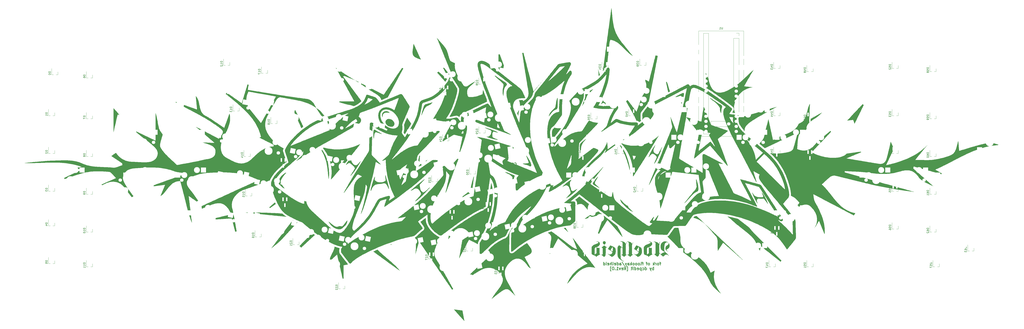
<source format=gbo>
G04 #@! TF.GenerationSoftware,KiCad,Pcbnew,(6.0.1-0)*
G04 #@! TF.CreationDate,2022-06-21T10:21:49-07:00*
G04 #@! TF.ProjectId,adelheid-xt,6164656c-6865-4696-942d-78742e6b6963,rev?*
G04 #@! TF.SameCoordinates,Original*
G04 #@! TF.FileFunction,Legend,Bot*
G04 #@! TF.FilePolarity,Positive*
%FSLAX46Y46*%
G04 Gerber Fmt 4.6, Leading zero omitted, Abs format (unit mm)*
G04 Created by KiCad (PCBNEW (6.0.1-0)) date 2022-06-21 10:21:49*
%MOMM*%
%LPD*%
G01*
G04 APERTURE LIST*
G04 Aperture macros list*
%AMRotRect*
0 Rectangle, with rotation*
0 The origin of the aperture is its center*
0 $1 length*
0 $2 width*
0 $3 Rotation angle, in degrees counterclockwise*
0 Add horizontal line*
21,1,$1,$2,0,0,$3*%
G04 Aperture macros list end*
%ADD10C,0.300000*%
%ADD11C,0.150000*%
%ADD12C,0.120000*%
%ADD13C,0.500000*%
%ADD14C,1.750000*%
%ADD15C,3.000000*%
%ADD16C,3.987800*%
%ADD17R,2.550000X2.500000*%
%ADD18C,4.400000*%
%ADD19RotRect,2.550000X2.500000X12.000000*%
%ADD20C,3.048000*%
%ADD21RotRect,2.550000X2.500000X348.000000*%
%ADD22R,2.500000X2.550000*%
%ADD23R,1.700000X1.700000*%
%ADD24O,1.700000X1.700000*%
%ADD25R,2.000000X3.200000*%
%ADD26R,2.000000X2.000000*%
%ADD27C,2.000000*%
%ADD28RotRect,2.550000X2.500000X168.000000*%
%ADD29R,0.800000X1.900000*%
%ADD30C,1.700000*%
G04 APERTURE END LIST*
D10*
X325812714Y-341879071D02*
X325241285Y-341879071D01*
X325598428Y-342879071D02*
X325598428Y-341593357D01*
X325527000Y-341450500D01*
X325384142Y-341379071D01*
X325241285Y-341379071D01*
X324527000Y-342879071D02*
X324669857Y-342807642D01*
X324741285Y-342736214D01*
X324812714Y-342593357D01*
X324812714Y-342164785D01*
X324741285Y-342021928D01*
X324669857Y-341950500D01*
X324527000Y-341879071D01*
X324312714Y-341879071D01*
X324169857Y-341950500D01*
X324098428Y-342021928D01*
X324027000Y-342164785D01*
X324027000Y-342593357D01*
X324098428Y-342736214D01*
X324169857Y-342807642D01*
X324312714Y-342879071D01*
X324527000Y-342879071D01*
X323384142Y-342879071D02*
X323384142Y-341879071D01*
X323384142Y-342164785D02*
X323312714Y-342021928D01*
X323241285Y-341950500D01*
X323098428Y-341879071D01*
X322955571Y-341879071D01*
X322455571Y-342879071D02*
X322455571Y-341379071D01*
X322312714Y-342307642D02*
X321884142Y-342879071D01*
X321884142Y-341879071D02*
X322455571Y-342450500D01*
X319884142Y-342879071D02*
X320027000Y-342807642D01*
X320098428Y-342736214D01*
X320169857Y-342593357D01*
X320169857Y-342164785D01*
X320098428Y-342021928D01*
X320027000Y-341950500D01*
X319884142Y-341879071D01*
X319669857Y-341879071D01*
X319527000Y-341950500D01*
X319455571Y-342021928D01*
X319384142Y-342164785D01*
X319384142Y-342593357D01*
X319455571Y-342736214D01*
X319527000Y-342807642D01*
X319669857Y-342879071D01*
X319884142Y-342879071D01*
X318955571Y-341879071D02*
X318384142Y-341879071D01*
X318741285Y-342879071D02*
X318741285Y-341593357D01*
X318669857Y-341450500D01*
X318527000Y-341379071D01*
X318384142Y-341379071D01*
X316955571Y-341879071D02*
X316384142Y-341879071D01*
X316741285Y-342879071D02*
X316741285Y-341593357D01*
X316669857Y-341450500D01*
X316527000Y-341379071D01*
X316384142Y-341379071D01*
X315669857Y-342879071D02*
X315812714Y-342807642D01*
X315884142Y-342664785D01*
X315884142Y-341379071D01*
X314884142Y-342879071D02*
X315027000Y-342807642D01*
X315098428Y-342736214D01*
X315169857Y-342593357D01*
X315169857Y-342164785D01*
X315098428Y-342021928D01*
X315027000Y-341950500D01*
X314884142Y-341879071D01*
X314669857Y-341879071D01*
X314527000Y-341950500D01*
X314455571Y-342021928D01*
X314384142Y-342164785D01*
X314384142Y-342593357D01*
X314455571Y-342736214D01*
X314527000Y-342807642D01*
X314669857Y-342879071D01*
X314884142Y-342879071D01*
X313527000Y-342879071D02*
X313669857Y-342807642D01*
X313741285Y-342736214D01*
X313812714Y-342593357D01*
X313812714Y-342164785D01*
X313741285Y-342021928D01*
X313669857Y-341950500D01*
X313527000Y-341879071D01*
X313312714Y-341879071D01*
X313169857Y-341950500D01*
X313098428Y-342021928D01*
X313027000Y-342164785D01*
X313027000Y-342593357D01*
X313098428Y-342736214D01*
X313169857Y-342807642D01*
X313312714Y-342879071D01*
X313527000Y-342879071D01*
X312169857Y-342879071D02*
X312312714Y-342807642D01*
X312384142Y-342736214D01*
X312455571Y-342593357D01*
X312455571Y-342164785D01*
X312384142Y-342021928D01*
X312312714Y-341950500D01*
X312169857Y-341879071D01*
X311955571Y-341879071D01*
X311812714Y-341950500D01*
X311741285Y-342021928D01*
X311669857Y-342164785D01*
X311669857Y-342593357D01*
X311741285Y-342736214D01*
X311812714Y-342807642D01*
X311955571Y-342879071D01*
X312169857Y-342879071D01*
X311027000Y-342879071D02*
X311027000Y-341379071D01*
X310884142Y-342307642D02*
X310455571Y-342879071D01*
X310455571Y-341879071D02*
X311027000Y-342450500D01*
X309169857Y-342879071D02*
X309169857Y-342093357D01*
X309241285Y-341950500D01*
X309384142Y-341879071D01*
X309669857Y-341879071D01*
X309812714Y-341950500D01*
X309169857Y-342807642D02*
X309312714Y-342879071D01*
X309669857Y-342879071D01*
X309812714Y-342807642D01*
X309884142Y-342664785D01*
X309884142Y-342521928D01*
X309812714Y-342379071D01*
X309669857Y-342307642D01*
X309312714Y-342307642D01*
X309169857Y-342236214D01*
X308598428Y-341879071D02*
X308241285Y-342879071D01*
X307884142Y-341879071D02*
X308241285Y-342879071D01*
X308384142Y-343236214D01*
X308455571Y-343307642D01*
X308598428Y-343379071D01*
X306241285Y-341307642D02*
X307527000Y-343236214D01*
X305098428Y-342879071D02*
X305098428Y-342093357D01*
X305169857Y-341950500D01*
X305312714Y-341879071D01*
X305598428Y-341879071D01*
X305741285Y-341950500D01*
X305098428Y-342807642D02*
X305241285Y-342879071D01*
X305598428Y-342879071D01*
X305741285Y-342807642D01*
X305812714Y-342664785D01*
X305812714Y-342521928D01*
X305741285Y-342379071D01*
X305598428Y-342307642D01*
X305241285Y-342307642D01*
X305098428Y-342236214D01*
X303741285Y-342879071D02*
X303741285Y-341379071D01*
X303741285Y-342807642D02*
X303884142Y-342879071D01*
X304169857Y-342879071D01*
X304312714Y-342807642D01*
X304384142Y-342736214D01*
X304455571Y-342593357D01*
X304455571Y-342164785D01*
X304384142Y-342021928D01*
X304312714Y-341950500D01*
X304169857Y-341879071D01*
X303884142Y-341879071D01*
X303741285Y-341950500D01*
X302455571Y-342807642D02*
X302598428Y-342879071D01*
X302884142Y-342879071D01*
X303027000Y-342807642D01*
X303098428Y-342664785D01*
X303098428Y-342093357D01*
X303027000Y-341950500D01*
X302884142Y-341879071D01*
X302598428Y-341879071D01*
X302455571Y-341950500D01*
X302384142Y-342093357D01*
X302384142Y-342236214D01*
X303098428Y-342379071D01*
X301527000Y-342879071D02*
X301669857Y-342807642D01*
X301741285Y-342664785D01*
X301741285Y-341379071D01*
X300955571Y-342879071D02*
X300955571Y-341379071D01*
X300312714Y-342879071D02*
X300312714Y-342093357D01*
X300384142Y-341950500D01*
X300527000Y-341879071D01*
X300741285Y-341879071D01*
X300884142Y-341950500D01*
X300955571Y-342021928D01*
X299027000Y-342807642D02*
X299169857Y-342879071D01*
X299455571Y-342879071D01*
X299598428Y-342807642D01*
X299669857Y-342664785D01*
X299669857Y-342093357D01*
X299598428Y-341950500D01*
X299455571Y-341879071D01*
X299169857Y-341879071D01*
X299027000Y-341950500D01*
X298955571Y-342093357D01*
X298955571Y-342236214D01*
X299669857Y-342379071D01*
X298312714Y-342879071D02*
X298312714Y-341879071D01*
X298312714Y-341379071D02*
X298384142Y-341450500D01*
X298312714Y-341521928D01*
X298241285Y-341450500D01*
X298312714Y-341379071D01*
X298312714Y-341521928D01*
X296955571Y-342879071D02*
X296955571Y-341379071D01*
X296955571Y-342807642D02*
X297098428Y-342879071D01*
X297384142Y-342879071D01*
X297527000Y-342807642D01*
X297598428Y-342736214D01*
X297669857Y-342593357D01*
X297669857Y-342164785D01*
X297598428Y-342021928D01*
X297527000Y-341950500D01*
X297384142Y-341879071D01*
X297098428Y-341879071D01*
X296955571Y-341950500D01*
X322169857Y-345294071D02*
X322169857Y-343794071D01*
X322169857Y-344365500D02*
X322027000Y-344294071D01*
X321741285Y-344294071D01*
X321598428Y-344365500D01*
X321527000Y-344436928D01*
X321455571Y-344579785D01*
X321455571Y-345008357D01*
X321527000Y-345151214D01*
X321598428Y-345222642D01*
X321741285Y-345294071D01*
X322027000Y-345294071D01*
X322169857Y-345222642D01*
X320955571Y-344294071D02*
X320598428Y-345294071D01*
X320241285Y-344294071D02*
X320598428Y-345294071D01*
X320741285Y-345651214D01*
X320812714Y-345722642D01*
X320955571Y-345794071D01*
X317884142Y-345294071D02*
X317884142Y-343794071D01*
X317884142Y-345222642D02*
X318027000Y-345294071D01*
X318312714Y-345294071D01*
X318455571Y-345222642D01*
X318527000Y-345151214D01*
X318598428Y-345008357D01*
X318598428Y-344579785D01*
X318527000Y-344436928D01*
X318455571Y-344365500D01*
X318312714Y-344294071D01*
X318027000Y-344294071D01*
X317884142Y-344365500D01*
X316527000Y-345222642D02*
X316669857Y-345294071D01*
X316955571Y-345294071D01*
X317098428Y-345222642D01*
X317169857Y-345151214D01*
X317241285Y-345008357D01*
X317241285Y-344579785D01*
X317169857Y-344436928D01*
X317098428Y-344365500D01*
X316955571Y-344294071D01*
X316669857Y-344294071D01*
X316527000Y-344365500D01*
X315884142Y-344294071D02*
X315884142Y-345794071D01*
X315884142Y-344365500D02*
X315741285Y-344294071D01*
X315455571Y-344294071D01*
X315312714Y-344365500D01*
X315241285Y-344436928D01*
X315169857Y-344579785D01*
X315169857Y-345008357D01*
X315241285Y-345151214D01*
X315312714Y-345222642D01*
X315455571Y-345294071D01*
X315741285Y-345294071D01*
X315884142Y-345222642D01*
X313955571Y-345222642D02*
X314098428Y-345294071D01*
X314384142Y-345294071D01*
X314527000Y-345222642D01*
X314598428Y-345079785D01*
X314598428Y-344508357D01*
X314527000Y-344365500D01*
X314384142Y-344294071D01*
X314098428Y-344294071D01*
X313955571Y-344365500D01*
X313884142Y-344508357D01*
X313884142Y-344651214D01*
X314598428Y-344794071D01*
X312598428Y-345294071D02*
X312598428Y-343794071D01*
X312598428Y-345222642D02*
X312741285Y-345294071D01*
X313027000Y-345294071D01*
X313169857Y-345222642D01*
X313241285Y-345151214D01*
X313312714Y-345008357D01*
X313312714Y-344579785D01*
X313241285Y-344436928D01*
X313169857Y-344365500D01*
X313027000Y-344294071D01*
X312741285Y-344294071D01*
X312598428Y-344365500D01*
X311884142Y-345294071D02*
X311884142Y-344294071D01*
X311884142Y-343794071D02*
X311955571Y-343865500D01*
X311884142Y-343936928D01*
X311812714Y-343865500D01*
X311884142Y-343794071D01*
X311884142Y-343936928D01*
X311384142Y-344294071D02*
X310812714Y-344294071D01*
X311169857Y-343794071D02*
X311169857Y-345079785D01*
X311098428Y-345222642D01*
X310955571Y-345294071D01*
X310812714Y-345294071D01*
X308741285Y-345794071D02*
X309098428Y-345794071D01*
X309098428Y-343651214D01*
X308741285Y-343651214D01*
X307312714Y-345294071D02*
X307812714Y-344579785D01*
X308169857Y-345294071D02*
X308169857Y-343794071D01*
X307598428Y-343794071D01*
X307455571Y-343865500D01*
X307384142Y-343936928D01*
X307312714Y-344079785D01*
X307312714Y-344294071D01*
X307384142Y-344436928D01*
X307455571Y-344508357D01*
X307598428Y-344579785D01*
X308169857Y-344579785D01*
X306098428Y-345222642D02*
X306241285Y-345294071D01*
X306527000Y-345294071D01*
X306669857Y-345222642D01*
X306741285Y-345079785D01*
X306741285Y-344508357D01*
X306669857Y-344365500D01*
X306527000Y-344294071D01*
X306241285Y-344294071D01*
X306098428Y-344365500D01*
X306027000Y-344508357D01*
X306027000Y-344651214D01*
X306741285Y-344794071D01*
X305527000Y-344294071D02*
X305169857Y-345294071D01*
X304812714Y-344294071D01*
X303455571Y-345294071D02*
X304312714Y-345294071D01*
X303884142Y-345294071D02*
X303884142Y-343794071D01*
X304027000Y-344008357D01*
X304169857Y-344151214D01*
X304312714Y-344222642D01*
X302812714Y-345151214D02*
X302741285Y-345222642D01*
X302812714Y-345294071D01*
X302884142Y-345222642D01*
X302812714Y-345151214D01*
X302812714Y-345294071D01*
X301812714Y-343794071D02*
X301669857Y-343794071D01*
X301527000Y-343865500D01*
X301455571Y-343936928D01*
X301384142Y-344079785D01*
X301312714Y-344365500D01*
X301312714Y-344722642D01*
X301384142Y-345008357D01*
X301455571Y-345151214D01*
X301527000Y-345222642D01*
X301669857Y-345294071D01*
X301812714Y-345294071D01*
X301955571Y-345222642D01*
X302027000Y-345151214D01*
X302098428Y-345008357D01*
X302169857Y-344722642D01*
X302169857Y-344365500D01*
X302098428Y-344079785D01*
X302027000Y-343936928D01*
X301955571Y-343865500D01*
X301812714Y-343794071D01*
X300812714Y-345794071D02*
X300455571Y-345794071D01*
X300455571Y-343651214D01*
X300812714Y-343651214D01*
D11*
X441658630Y-265485714D02*
X440658630Y-265485714D01*
X440658630Y-265723809D01*
X440706250Y-265866666D01*
X440801488Y-265961904D01*
X440896726Y-266009523D01*
X441087202Y-266057142D01*
X441230059Y-266057142D01*
X441420535Y-266009523D01*
X441515773Y-265961904D01*
X441611011Y-265866666D01*
X441658630Y-265723809D01*
X441658630Y-265485714D01*
X440658630Y-266961904D02*
X440658630Y-266485714D01*
X441134821Y-266438095D01*
X441087202Y-266485714D01*
X441039583Y-266580952D01*
X441039583Y-266819047D01*
X441087202Y-266914285D01*
X441134821Y-266961904D01*
X441230059Y-267009523D01*
X441468154Y-267009523D01*
X441563392Y-266961904D01*
X441611011Y-266914285D01*
X441658630Y-266819047D01*
X441658630Y-266580952D01*
X441611011Y-266485714D01*
X441563392Y-266438095D01*
X440658630Y-267342857D02*
X440658630Y-267961904D01*
X441039583Y-267628571D01*
X441039583Y-267771428D01*
X441087202Y-267866666D01*
X441134821Y-267914285D01*
X441230059Y-267961904D01*
X441468154Y-267961904D01*
X441563392Y-267914285D01*
X441611011Y-267866666D01*
X441658630Y-267771428D01*
X441658630Y-267485714D01*
X441611011Y-267390476D01*
X441563392Y-267342857D01*
X134477380Y-309935714D02*
X133477380Y-309935714D01*
X133477380Y-310173809D01*
X133525000Y-310316666D01*
X133620238Y-310411904D01*
X133715476Y-310459523D01*
X133905952Y-310507142D01*
X134048809Y-310507142D01*
X134239285Y-310459523D01*
X134334523Y-310411904D01*
X134429761Y-310316666D01*
X134477380Y-310173809D01*
X134477380Y-309935714D01*
X133572619Y-310888095D02*
X133525000Y-310935714D01*
X133477380Y-311030952D01*
X133477380Y-311269047D01*
X133525000Y-311364285D01*
X133572619Y-311411904D01*
X133667857Y-311459523D01*
X133763095Y-311459523D01*
X133905952Y-311411904D01*
X134477380Y-310840476D01*
X134477380Y-311459523D01*
X133477380Y-312078571D02*
X133477380Y-312173809D01*
X133525000Y-312269047D01*
X133572619Y-312316666D01*
X133667857Y-312364285D01*
X133858333Y-312411904D01*
X134096428Y-312411904D01*
X134286904Y-312364285D01*
X134382142Y-312316666D01*
X134429761Y-312269047D01*
X134477380Y-312173809D01*
X134477380Y-312078571D01*
X134429761Y-311983333D01*
X134382142Y-311935714D01*
X134286904Y-311888095D01*
X134096428Y-311840476D01*
X133858333Y-311840476D01*
X133667857Y-311888095D01*
X133572619Y-311935714D01*
X133525000Y-311983333D01*
X133477380Y-312078571D01*
X36052380Y-341685714D02*
X35052380Y-341685714D01*
X35052380Y-341923809D01*
X35100000Y-342066666D01*
X35195238Y-342161904D01*
X35290476Y-342209523D01*
X35480952Y-342257142D01*
X35623809Y-342257142D01*
X35814285Y-342209523D01*
X35909523Y-342161904D01*
X36004761Y-342066666D01*
X36052380Y-341923809D01*
X36052380Y-341685714D01*
X36052380Y-343209523D02*
X36052380Y-342638095D01*
X36052380Y-342923809D02*
X35052380Y-342923809D01*
X35195238Y-342828571D01*
X35290476Y-342733333D01*
X35338095Y-342638095D01*
X36052380Y-344161904D02*
X36052380Y-343590476D01*
X36052380Y-343876190D02*
X35052380Y-343876190D01*
X35195238Y-343780952D01*
X35290476Y-343685714D01*
X35338095Y-343590476D01*
X441658630Y-322635714D02*
X440658630Y-322635714D01*
X440658630Y-322873809D01*
X440706250Y-323016666D01*
X440801488Y-323111904D01*
X440896726Y-323159523D01*
X441087202Y-323207142D01*
X441230059Y-323207142D01*
X441420535Y-323159523D01*
X441515773Y-323111904D01*
X441611011Y-323016666D01*
X441658630Y-322873809D01*
X441658630Y-322635714D01*
X440658630Y-324111904D02*
X440658630Y-323635714D01*
X441134821Y-323588095D01*
X441087202Y-323635714D01*
X441039583Y-323730952D01*
X441039583Y-323969047D01*
X441087202Y-324064285D01*
X441134821Y-324111904D01*
X441230059Y-324159523D01*
X441468154Y-324159523D01*
X441563392Y-324111904D01*
X441611011Y-324064285D01*
X441658630Y-323969047D01*
X441658630Y-323730952D01*
X441611011Y-323635714D01*
X441563392Y-323588095D01*
X440658630Y-325016666D02*
X440658630Y-324826190D01*
X440706250Y-324730952D01*
X440753869Y-324683333D01*
X440896726Y-324588095D01*
X441087202Y-324540476D01*
X441468154Y-324540476D01*
X441563392Y-324588095D01*
X441611011Y-324635714D01*
X441658630Y-324730952D01*
X441658630Y-324921428D01*
X441611011Y-325016666D01*
X441563392Y-325064285D01*
X441468154Y-325111904D01*
X441230059Y-325111904D01*
X441134821Y-325064285D01*
X441087202Y-325016666D01*
X441039583Y-324921428D01*
X441039583Y-324730952D01*
X441087202Y-324635714D01*
X441134821Y-324588095D01*
X441230059Y-324540476D01*
X116221130Y-305966964D02*
X115221130Y-305966964D01*
X115221130Y-306205059D01*
X115268750Y-306347916D01*
X115363988Y-306443154D01*
X115459226Y-306490773D01*
X115649702Y-306538392D01*
X115792559Y-306538392D01*
X115983035Y-306490773D01*
X116078273Y-306443154D01*
X116173511Y-306347916D01*
X116221130Y-306205059D01*
X116221130Y-305966964D01*
X116221130Y-307490773D02*
X116221130Y-306919345D01*
X116221130Y-307205059D02*
X115221130Y-307205059D01*
X115363988Y-307109821D01*
X115459226Y-307014583D01*
X115506845Y-306919345D01*
X115221130Y-308395535D02*
X115221130Y-307919345D01*
X115697321Y-307871726D01*
X115649702Y-307919345D01*
X115602083Y-308014583D01*
X115602083Y-308252678D01*
X115649702Y-308347916D01*
X115697321Y-308395535D01*
X115792559Y-308443154D01*
X116030654Y-308443154D01*
X116125892Y-308395535D01*
X116173511Y-308347916D01*
X116221130Y-308252678D01*
X116221130Y-308014583D01*
X116173511Y-307919345D01*
X116125892Y-307871726D01*
X218614880Y-316285714D02*
X217614880Y-316285714D01*
X217614880Y-316523809D01*
X217662500Y-316666666D01*
X217757738Y-316761904D01*
X217852976Y-316809523D01*
X218043452Y-316857142D01*
X218186309Y-316857142D01*
X218376785Y-316809523D01*
X218472023Y-316761904D01*
X218567261Y-316666666D01*
X218614880Y-316523809D01*
X218614880Y-316285714D01*
X217710119Y-317238095D02*
X217662500Y-317285714D01*
X217614880Y-317380952D01*
X217614880Y-317619047D01*
X217662500Y-317714285D01*
X217710119Y-317761904D01*
X217805357Y-317809523D01*
X217900595Y-317809523D01*
X218043452Y-317761904D01*
X218614880Y-317190476D01*
X218614880Y-317809523D01*
X217614880Y-318666666D02*
X217614880Y-318476190D01*
X217662500Y-318380952D01*
X217710119Y-318333333D01*
X217852976Y-318238095D01*
X218043452Y-318190476D01*
X218424404Y-318190476D01*
X218519642Y-318238095D01*
X218567261Y-318285714D01*
X218614880Y-318380952D01*
X218614880Y-318571428D01*
X218567261Y-318666666D01*
X218519642Y-318714285D01*
X218424404Y-318761904D01*
X218186309Y-318761904D01*
X218091071Y-318714285D01*
X218043452Y-318666666D01*
X217995833Y-318571428D01*
X217995833Y-318380952D01*
X218043452Y-318285714D01*
X218091071Y-318238095D01*
X218186309Y-318190476D01*
X313071130Y-303585714D02*
X312071130Y-303585714D01*
X312071130Y-303823809D01*
X312118750Y-303966666D01*
X312213988Y-304061904D01*
X312309226Y-304109523D01*
X312499702Y-304157142D01*
X312642559Y-304157142D01*
X312833035Y-304109523D01*
X312928273Y-304061904D01*
X313023511Y-303966666D01*
X313071130Y-303823809D01*
X313071130Y-303585714D01*
X312404464Y-305014285D02*
X313071130Y-305014285D01*
X312023511Y-304776190D02*
X312737797Y-304538095D01*
X312737797Y-305157142D01*
X312166369Y-305490476D02*
X312118750Y-305538095D01*
X312071130Y-305633333D01*
X312071130Y-305871428D01*
X312118750Y-305966666D01*
X312166369Y-306014285D01*
X312261607Y-306061904D01*
X312356845Y-306061904D01*
X312499702Y-306014285D01*
X313071130Y-305442857D01*
X313071130Y-306061904D01*
X115427380Y-286123214D02*
X114427380Y-286123214D01*
X114427380Y-286361309D01*
X114475000Y-286504166D01*
X114570238Y-286599404D01*
X114665476Y-286647023D01*
X114855952Y-286694642D01*
X114998809Y-286694642D01*
X115189285Y-286647023D01*
X115284523Y-286599404D01*
X115379761Y-286504166D01*
X115427380Y-286361309D01*
X115427380Y-286123214D01*
X115427380Y-287647023D02*
X115427380Y-287075595D01*
X115427380Y-287361309D02*
X114427380Y-287361309D01*
X114570238Y-287266071D01*
X114665476Y-287170833D01*
X114713095Y-287075595D01*
X114760714Y-288504166D02*
X115427380Y-288504166D01*
X114379761Y-288266071D02*
X115094047Y-288027976D01*
X115094047Y-288647023D01*
X17002380Y-265961904D02*
X16002380Y-265961904D01*
X16002380Y-266200000D01*
X16050000Y-266342857D01*
X16145238Y-266438095D01*
X16240476Y-266485714D01*
X16430952Y-266533333D01*
X16573809Y-266533333D01*
X16764285Y-266485714D01*
X16859523Y-266438095D01*
X16954761Y-266342857D01*
X17002380Y-266200000D01*
X17002380Y-265961904D01*
X17002380Y-267485714D02*
X17002380Y-266914285D01*
X17002380Y-267200000D02*
X16002380Y-267200000D01*
X16145238Y-267104761D01*
X16240476Y-267009523D01*
X16288095Y-266914285D01*
X36052380Y-246911904D02*
X35052380Y-246911904D01*
X35052380Y-247150000D01*
X35100000Y-247292857D01*
X35195238Y-247388095D01*
X35290476Y-247435714D01*
X35480952Y-247483333D01*
X35623809Y-247483333D01*
X35814285Y-247435714D01*
X35909523Y-247388095D01*
X36004761Y-247292857D01*
X36052380Y-247150000D01*
X36052380Y-246911904D01*
X35052380Y-248340476D02*
X35052380Y-248150000D01*
X35100000Y-248054761D01*
X35147619Y-248007142D01*
X35290476Y-247911904D01*
X35480952Y-247864285D01*
X35861904Y-247864285D01*
X35957142Y-247911904D01*
X36004761Y-247959523D01*
X36052380Y-248054761D01*
X36052380Y-248245238D01*
X36004761Y-248340476D01*
X35957142Y-248388095D01*
X35861904Y-248435714D01*
X35623809Y-248435714D01*
X35528571Y-248388095D01*
X35480952Y-248340476D01*
X35433333Y-248245238D01*
X35433333Y-248054761D01*
X35480952Y-247959523D01*
X35528571Y-247911904D01*
X35623809Y-247864285D01*
X17002380Y-304061904D02*
X16002380Y-304061904D01*
X16002380Y-304300000D01*
X16050000Y-304442857D01*
X16145238Y-304538095D01*
X16240476Y-304585714D01*
X16430952Y-304633333D01*
X16573809Y-304633333D01*
X16764285Y-304585714D01*
X16859523Y-304538095D01*
X16954761Y-304442857D01*
X17002380Y-304300000D01*
X17002380Y-304061904D01*
X16002380Y-304966666D02*
X16002380Y-305585714D01*
X16383333Y-305252380D01*
X16383333Y-305395238D01*
X16430952Y-305490476D01*
X16478571Y-305538095D01*
X16573809Y-305585714D01*
X16811904Y-305585714D01*
X16907142Y-305538095D01*
X16954761Y-305490476D01*
X17002380Y-305395238D01*
X17002380Y-305109523D01*
X16954761Y-305014285D01*
X16907142Y-304966666D01*
X462296130Y-341685714D02*
X461296130Y-341685714D01*
X461296130Y-341923809D01*
X461343750Y-342066666D01*
X461438988Y-342161904D01*
X461534226Y-342209523D01*
X461724702Y-342257142D01*
X461867559Y-342257142D01*
X462058035Y-342209523D01*
X462153273Y-342161904D01*
X462248511Y-342066666D01*
X462296130Y-341923809D01*
X462296130Y-341685714D01*
X461296130Y-343161904D02*
X461296130Y-342685714D01*
X461772321Y-342638095D01*
X461724702Y-342685714D01*
X461677083Y-342780952D01*
X461677083Y-343019047D01*
X461724702Y-343114285D01*
X461772321Y-343161904D01*
X461867559Y-343209523D01*
X462105654Y-343209523D01*
X462200892Y-343161904D01*
X462248511Y-343114285D01*
X462296130Y-343019047D01*
X462296130Y-342780952D01*
X462248511Y-342685714D01*
X462200892Y-342638095D01*
X461296130Y-343542857D02*
X461296130Y-344209523D01*
X462296130Y-343780952D01*
X460708630Y-324223214D02*
X459708630Y-324223214D01*
X459708630Y-324461309D01*
X459756250Y-324604166D01*
X459851488Y-324699404D01*
X459946726Y-324747023D01*
X460137202Y-324794642D01*
X460280059Y-324794642D01*
X460470535Y-324747023D01*
X460565773Y-324699404D01*
X460661011Y-324604166D01*
X460708630Y-324461309D01*
X460708630Y-324223214D01*
X459708630Y-325651785D02*
X459708630Y-325461309D01*
X459756250Y-325366071D01*
X459803869Y-325318452D01*
X459946726Y-325223214D01*
X460137202Y-325175595D01*
X460518154Y-325175595D01*
X460613392Y-325223214D01*
X460661011Y-325270833D01*
X460708630Y-325366071D01*
X460708630Y-325556547D01*
X460661011Y-325651785D01*
X460613392Y-325699404D01*
X460518154Y-325747023D01*
X460280059Y-325747023D01*
X460184821Y-325699404D01*
X460137202Y-325651785D01*
X460089583Y-325556547D01*
X460089583Y-325366071D01*
X460137202Y-325270833D01*
X460184821Y-325223214D01*
X460280059Y-325175595D01*
X459803869Y-326127976D02*
X459756250Y-326175595D01*
X459708630Y-326270833D01*
X459708630Y-326508928D01*
X459756250Y-326604166D01*
X459803869Y-326651785D01*
X459899107Y-326699404D01*
X459994345Y-326699404D01*
X460137202Y-326651785D01*
X460708630Y-326080357D01*
X460708630Y-326699404D01*
X382127380Y-241673214D02*
X381127380Y-241673214D01*
X381127380Y-241911309D01*
X381175000Y-242054166D01*
X381270238Y-242149404D01*
X381365476Y-242197023D01*
X381555952Y-242244642D01*
X381698809Y-242244642D01*
X381889285Y-242197023D01*
X381984523Y-242149404D01*
X382079761Y-242054166D01*
X382127380Y-241911309D01*
X382127380Y-241673214D01*
X381460714Y-243101785D02*
X382127380Y-243101785D01*
X381079761Y-242863690D02*
X381794047Y-242625595D01*
X381794047Y-243244642D01*
X381127380Y-243530357D02*
X381127380Y-244149404D01*
X381508333Y-243816071D01*
X381508333Y-243958928D01*
X381555952Y-244054166D01*
X381603571Y-244101785D01*
X381698809Y-244149404D01*
X381936904Y-244149404D01*
X382032142Y-244101785D01*
X382079761Y-244054166D01*
X382127380Y-243958928D01*
X382127380Y-243673214D01*
X382079761Y-243577976D01*
X382032142Y-243530357D01*
X290052380Y-267160714D02*
X289052380Y-267160714D01*
X289052380Y-267398809D01*
X289100000Y-267541666D01*
X289195238Y-267636904D01*
X289290476Y-267684523D01*
X289480952Y-267732142D01*
X289623809Y-267732142D01*
X289814285Y-267684523D01*
X289909523Y-267636904D01*
X290004761Y-267541666D01*
X290052380Y-267398809D01*
X290052380Y-267160714D01*
X289052380Y-268065476D02*
X289052380Y-268684523D01*
X289433333Y-268351190D01*
X289433333Y-268494047D01*
X289480952Y-268589285D01*
X289528571Y-268636904D01*
X289623809Y-268684523D01*
X289861904Y-268684523D01*
X289957142Y-268636904D01*
X290004761Y-268589285D01*
X290052380Y-268494047D01*
X290052380Y-268208333D01*
X290004761Y-268113095D01*
X289957142Y-268065476D01*
X289052380Y-269589285D02*
X289052380Y-269113095D01*
X289528571Y-269065476D01*
X289480952Y-269113095D01*
X289433333Y-269208333D01*
X289433333Y-269446428D01*
X289480952Y-269541666D01*
X289528571Y-269589285D01*
X289623809Y-269636904D01*
X289861904Y-269636904D01*
X289957142Y-269589285D01*
X290004761Y-269541666D01*
X290052380Y-269446428D01*
X290052380Y-269208333D01*
X290004761Y-269113095D01*
X289957142Y-269065476D01*
X208296130Y-337716964D02*
X207296130Y-337716964D01*
X207296130Y-337955059D01*
X207343750Y-338097916D01*
X207438988Y-338193154D01*
X207534226Y-338240773D01*
X207724702Y-338288392D01*
X207867559Y-338288392D01*
X208058035Y-338240773D01*
X208153273Y-338193154D01*
X208248511Y-338097916D01*
X208296130Y-337955059D01*
X208296130Y-337716964D01*
X207391369Y-338669345D02*
X207343750Y-338716964D01*
X207296130Y-338812202D01*
X207296130Y-339050297D01*
X207343750Y-339145535D01*
X207391369Y-339193154D01*
X207486607Y-339240773D01*
X207581845Y-339240773D01*
X207724702Y-339193154D01*
X208296130Y-338621726D01*
X208296130Y-339240773D01*
X207296130Y-339574107D02*
X207296130Y-340240773D01*
X208296130Y-339812202D01*
X109871130Y-263104464D02*
X108871130Y-263104464D01*
X108871130Y-263342559D01*
X108918750Y-263485416D01*
X109013988Y-263580654D01*
X109109226Y-263628273D01*
X109299702Y-263675892D01*
X109442559Y-263675892D01*
X109633035Y-263628273D01*
X109728273Y-263580654D01*
X109823511Y-263485416D01*
X109871130Y-263342559D01*
X109871130Y-263104464D01*
X109871130Y-264628273D02*
X109871130Y-264056845D01*
X109871130Y-264342559D02*
X108871130Y-264342559D01*
X109013988Y-264247321D01*
X109109226Y-264152083D01*
X109156845Y-264056845D01*
X108871130Y-264961607D02*
X108871130Y-265580654D01*
X109252083Y-265247321D01*
X109252083Y-265390178D01*
X109299702Y-265485416D01*
X109347321Y-265533035D01*
X109442559Y-265580654D01*
X109680654Y-265580654D01*
X109775892Y-265533035D01*
X109823511Y-265485416D01*
X109871130Y-265390178D01*
X109871130Y-265104464D01*
X109823511Y-265009226D01*
X109775892Y-264961607D01*
X460708630Y-243260714D02*
X459708630Y-243260714D01*
X459708630Y-243498809D01*
X459756250Y-243641666D01*
X459851488Y-243736904D01*
X459946726Y-243784523D01*
X460137202Y-243832142D01*
X460280059Y-243832142D01*
X460470535Y-243784523D01*
X460565773Y-243736904D01*
X460661011Y-243641666D01*
X460708630Y-243498809D01*
X460708630Y-243260714D01*
X459708630Y-244736904D02*
X459708630Y-244260714D01*
X460184821Y-244213095D01*
X460137202Y-244260714D01*
X460089583Y-244355952D01*
X460089583Y-244594047D01*
X460137202Y-244689285D01*
X460184821Y-244736904D01*
X460280059Y-244784523D01*
X460518154Y-244784523D01*
X460613392Y-244736904D01*
X460661011Y-244689285D01*
X460708630Y-244594047D01*
X460708630Y-244355952D01*
X460661011Y-244260714D01*
X460613392Y-244213095D01*
X460137202Y-245355952D02*
X460089583Y-245260714D01*
X460041964Y-245213095D01*
X459946726Y-245165476D01*
X459899107Y-245165476D01*
X459803869Y-245213095D01*
X459756250Y-245260714D01*
X459708630Y-245355952D01*
X459708630Y-245546428D01*
X459756250Y-245641666D01*
X459803869Y-245689285D01*
X459899107Y-245736904D01*
X459946726Y-245736904D01*
X460041964Y-245689285D01*
X460089583Y-245641666D01*
X460137202Y-245546428D01*
X460137202Y-245355952D01*
X460184821Y-245260714D01*
X460232440Y-245213095D01*
X460327678Y-245165476D01*
X460518154Y-245165476D01*
X460613392Y-245213095D01*
X460661011Y-245260714D01*
X460708630Y-245355952D01*
X460708630Y-245546428D01*
X460661011Y-245641666D01*
X460613392Y-245689285D01*
X460518154Y-245736904D01*
X460327678Y-245736904D01*
X460232440Y-245689285D01*
X460184821Y-245641666D01*
X460137202Y-245546428D01*
X460708630Y-286123214D02*
X459708630Y-286123214D01*
X459708630Y-286361309D01*
X459756250Y-286504166D01*
X459851488Y-286599404D01*
X459946726Y-286647023D01*
X460137202Y-286694642D01*
X460280059Y-286694642D01*
X460470535Y-286647023D01*
X460565773Y-286599404D01*
X460661011Y-286504166D01*
X460708630Y-286361309D01*
X460708630Y-286123214D01*
X459708630Y-287551785D02*
X459708630Y-287361309D01*
X459756250Y-287266071D01*
X459803869Y-287218452D01*
X459946726Y-287123214D01*
X460137202Y-287075595D01*
X460518154Y-287075595D01*
X460613392Y-287123214D01*
X460661011Y-287170833D01*
X460708630Y-287266071D01*
X460708630Y-287456547D01*
X460661011Y-287551785D01*
X460613392Y-287599404D01*
X460518154Y-287647023D01*
X460280059Y-287647023D01*
X460184821Y-287599404D01*
X460137202Y-287551785D01*
X460089583Y-287456547D01*
X460089583Y-287266071D01*
X460137202Y-287170833D01*
X460184821Y-287123214D01*
X460280059Y-287075595D01*
X459708630Y-288266071D02*
X459708630Y-288361309D01*
X459756250Y-288456547D01*
X459803869Y-288504166D01*
X459899107Y-288551785D01*
X460089583Y-288599404D01*
X460327678Y-288599404D01*
X460518154Y-288551785D01*
X460613392Y-288504166D01*
X460661011Y-288456547D01*
X460708630Y-288361309D01*
X460708630Y-288266071D01*
X460661011Y-288170833D01*
X460613392Y-288123214D01*
X460518154Y-288075595D01*
X460327678Y-288027976D01*
X460089583Y-288027976D01*
X459899107Y-288075595D01*
X459803869Y-288123214D01*
X459756250Y-288170833D01*
X459708630Y-288266071D01*
X36052380Y-267549404D02*
X35052380Y-267549404D01*
X35052380Y-267787500D01*
X35100000Y-267930357D01*
X35195238Y-268025595D01*
X35290476Y-268073214D01*
X35480952Y-268120833D01*
X35623809Y-268120833D01*
X35814285Y-268073214D01*
X35909523Y-268025595D01*
X36004761Y-267930357D01*
X36052380Y-267787500D01*
X36052380Y-267549404D01*
X35052380Y-268454166D02*
X35052380Y-269120833D01*
X36052380Y-268692261D01*
X105108630Y-240085714D02*
X104108630Y-240085714D01*
X104108630Y-240323809D01*
X104156250Y-240466666D01*
X104251488Y-240561904D01*
X104346726Y-240609523D01*
X104537202Y-240657142D01*
X104680059Y-240657142D01*
X104870535Y-240609523D01*
X104965773Y-240561904D01*
X105061011Y-240466666D01*
X105108630Y-240323809D01*
X105108630Y-240085714D01*
X105108630Y-241609523D02*
X105108630Y-241038095D01*
X105108630Y-241323809D02*
X104108630Y-241323809D01*
X104251488Y-241228571D01*
X104346726Y-241133333D01*
X104394345Y-241038095D01*
X104203869Y-241990476D02*
X104156250Y-242038095D01*
X104108630Y-242133333D01*
X104108630Y-242371428D01*
X104156250Y-242466666D01*
X104203869Y-242514285D01*
X104299107Y-242561904D01*
X104394345Y-242561904D01*
X104537202Y-242514285D01*
X105108630Y-241942857D01*
X105108630Y-242561904D01*
X133683630Y-290091964D02*
X132683630Y-290091964D01*
X132683630Y-290330059D01*
X132731250Y-290472916D01*
X132826488Y-290568154D01*
X132921726Y-290615773D01*
X133112202Y-290663392D01*
X133255059Y-290663392D01*
X133445535Y-290615773D01*
X133540773Y-290568154D01*
X133636011Y-290472916D01*
X133683630Y-290330059D01*
X133683630Y-290091964D01*
X133683630Y-291615773D02*
X133683630Y-291044345D01*
X133683630Y-291330059D02*
X132683630Y-291330059D01*
X132826488Y-291234821D01*
X132921726Y-291139583D01*
X132969345Y-291044345D01*
X133683630Y-292091964D02*
X133683630Y-292282440D01*
X133636011Y-292377678D01*
X133588392Y-292425297D01*
X133445535Y-292520535D01*
X133255059Y-292568154D01*
X132874107Y-292568154D01*
X132778869Y-292520535D01*
X132731250Y-292472916D01*
X132683630Y-292377678D01*
X132683630Y-292187202D01*
X132731250Y-292091964D01*
X132778869Y-292044345D01*
X132874107Y-291996726D01*
X133112202Y-291996726D01*
X133207440Y-292044345D01*
X133255059Y-292091964D01*
X133302678Y-292187202D01*
X133302678Y-292377678D01*
X133255059Y-292472916D01*
X133207440Y-292520535D01*
X133112202Y-292568154D01*
X398796130Y-243260714D02*
X397796130Y-243260714D01*
X397796130Y-243498809D01*
X397843750Y-243641666D01*
X397938988Y-243736904D01*
X398034226Y-243784523D01*
X398224702Y-243832142D01*
X398367559Y-243832142D01*
X398558035Y-243784523D01*
X398653273Y-243736904D01*
X398748511Y-243641666D01*
X398796130Y-243498809D01*
X398796130Y-243260714D01*
X398129464Y-244689285D02*
X398796130Y-244689285D01*
X397748511Y-244451190D02*
X398462797Y-244213095D01*
X398462797Y-244832142D01*
X398224702Y-245355952D02*
X398177083Y-245260714D01*
X398129464Y-245213095D01*
X398034226Y-245165476D01*
X397986607Y-245165476D01*
X397891369Y-245213095D01*
X397843750Y-245260714D01*
X397796130Y-245355952D01*
X397796130Y-245546428D01*
X397843750Y-245641666D01*
X397891369Y-245689285D01*
X397986607Y-245736904D01*
X398034226Y-245736904D01*
X398129464Y-245689285D01*
X398177083Y-245641666D01*
X398224702Y-245546428D01*
X398224702Y-245355952D01*
X398272321Y-245260714D01*
X398319940Y-245213095D01*
X398415178Y-245165476D01*
X398605654Y-245165476D01*
X398700892Y-245213095D01*
X398748511Y-245260714D01*
X398796130Y-245355952D01*
X398796130Y-245546428D01*
X398748511Y-245641666D01*
X398700892Y-245689285D01*
X398605654Y-245736904D01*
X398415178Y-245736904D01*
X398319940Y-245689285D01*
X398272321Y-245641666D01*
X398224702Y-245546428D01*
X140033630Y-330573214D02*
X139033630Y-330573214D01*
X139033630Y-330811309D01*
X139081250Y-330954166D01*
X139176488Y-331049404D01*
X139271726Y-331097023D01*
X139462202Y-331144642D01*
X139605059Y-331144642D01*
X139795535Y-331097023D01*
X139890773Y-331049404D01*
X139986011Y-330954166D01*
X140033630Y-330811309D01*
X140033630Y-330573214D01*
X139128869Y-331525595D02*
X139081250Y-331573214D01*
X139033630Y-331668452D01*
X139033630Y-331906547D01*
X139081250Y-332001785D01*
X139128869Y-332049404D01*
X139224107Y-332097023D01*
X139319345Y-332097023D01*
X139462202Y-332049404D01*
X140033630Y-331477976D01*
X140033630Y-332097023D01*
X140033630Y-333049404D02*
X140033630Y-332477976D01*
X140033630Y-332763690D02*
X139033630Y-332763690D01*
X139176488Y-332668452D01*
X139271726Y-332573214D01*
X139319345Y-332477976D01*
X233696130Y-249610714D02*
X232696130Y-249610714D01*
X232696130Y-249848809D01*
X232743750Y-249991666D01*
X232838988Y-250086904D01*
X232934226Y-250134523D01*
X233124702Y-250182142D01*
X233267559Y-250182142D01*
X233458035Y-250134523D01*
X233553273Y-250086904D01*
X233648511Y-249991666D01*
X233696130Y-249848809D01*
X233696130Y-249610714D01*
X232791369Y-250563095D02*
X232743750Y-250610714D01*
X232696130Y-250705952D01*
X232696130Y-250944047D01*
X232743750Y-251039285D01*
X232791369Y-251086904D01*
X232886607Y-251134523D01*
X232981845Y-251134523D01*
X233124702Y-251086904D01*
X233696130Y-250515476D01*
X233696130Y-251134523D01*
X233124702Y-251705952D02*
X233077083Y-251610714D01*
X233029464Y-251563095D01*
X232934226Y-251515476D01*
X232886607Y-251515476D01*
X232791369Y-251563095D01*
X232743750Y-251610714D01*
X232696130Y-251705952D01*
X232696130Y-251896428D01*
X232743750Y-251991666D01*
X232791369Y-252039285D01*
X232886607Y-252086904D01*
X232934226Y-252086904D01*
X233029464Y-252039285D01*
X233077083Y-251991666D01*
X233124702Y-251896428D01*
X233124702Y-251705952D01*
X233172321Y-251610714D01*
X233219940Y-251563095D01*
X233315178Y-251515476D01*
X233505654Y-251515476D01*
X233600892Y-251563095D01*
X233648511Y-251610714D01*
X233696130Y-251705952D01*
X233696130Y-251896428D01*
X233648511Y-251991666D01*
X233600892Y-252039285D01*
X233505654Y-252086904D01*
X233315178Y-252086904D01*
X233219940Y-252039285D01*
X233172321Y-251991666D01*
X233124702Y-251896428D01*
X382159130Y-324413714D02*
X381159130Y-324413714D01*
X381159130Y-324651809D01*
X381206750Y-324794666D01*
X381301988Y-324889904D01*
X381397226Y-324937523D01*
X381587702Y-324985142D01*
X381730559Y-324985142D01*
X381921035Y-324937523D01*
X382016273Y-324889904D01*
X382111511Y-324794666D01*
X382159130Y-324651809D01*
X382159130Y-324413714D01*
X381492464Y-325842285D02*
X382159130Y-325842285D01*
X381111511Y-325604190D02*
X381825797Y-325366095D01*
X381825797Y-325985142D01*
X381159130Y-326794666D02*
X381159130Y-326604190D01*
X381206750Y-326508952D01*
X381254369Y-326461333D01*
X381397226Y-326366095D01*
X381587702Y-326318476D01*
X381968654Y-326318476D01*
X382063892Y-326366095D01*
X382111511Y-326413714D01*
X382159130Y-326508952D01*
X382159130Y-326699428D01*
X382111511Y-326794666D01*
X382063892Y-326842285D01*
X381968654Y-326889904D01*
X381730559Y-326889904D01*
X381635321Y-326842285D01*
X381587702Y-326794666D01*
X381540083Y-326699428D01*
X381540083Y-326508952D01*
X381587702Y-326413714D01*
X381635321Y-326366095D01*
X381730559Y-326318476D01*
X294021130Y-305260714D02*
X293021130Y-305260714D01*
X293021130Y-305498809D01*
X293068750Y-305641666D01*
X293163988Y-305736904D01*
X293259226Y-305784523D01*
X293449702Y-305832142D01*
X293592559Y-305832142D01*
X293783035Y-305784523D01*
X293878273Y-305736904D01*
X293973511Y-305641666D01*
X294021130Y-305498809D01*
X294021130Y-305260714D01*
X293021130Y-306165476D02*
X293021130Y-306784523D01*
X293402083Y-306451190D01*
X293402083Y-306594047D01*
X293449702Y-306689285D01*
X293497321Y-306736904D01*
X293592559Y-306784523D01*
X293830654Y-306784523D01*
X293925892Y-306736904D01*
X293973511Y-306689285D01*
X294021130Y-306594047D01*
X294021130Y-306308333D01*
X293973511Y-306213095D01*
X293925892Y-306165476D01*
X293021130Y-307117857D02*
X293021130Y-307784523D01*
X294021130Y-307355952D01*
D10*
X252167571Y-291338000D02*
X252312714Y-291265428D01*
X252530428Y-291265428D01*
X252748142Y-291338000D01*
X252893285Y-291483142D01*
X252965857Y-291628285D01*
X253038428Y-291918571D01*
X253038428Y-292136285D01*
X252965857Y-292426571D01*
X252893285Y-292571714D01*
X252748142Y-292716857D01*
X252530428Y-292789428D01*
X252385285Y-292789428D01*
X252167571Y-292716857D01*
X252095000Y-292644285D01*
X252095000Y-292136285D01*
X252385285Y-292136285D01*
X251224142Y-291265428D02*
X251224142Y-291628285D01*
X251587000Y-291483142D02*
X251224142Y-291628285D01*
X250861285Y-291483142D01*
X251441857Y-291918571D02*
X251224142Y-291628285D01*
X251006428Y-291918571D01*
X250063000Y-291265428D02*
X250063000Y-291628285D01*
X250425857Y-291483142D02*
X250063000Y-291628285D01*
X249700142Y-291483142D01*
X250280714Y-291918571D02*
X250063000Y-291628285D01*
X249845285Y-291918571D01*
X248901857Y-291265428D02*
X248901857Y-291628285D01*
X249264714Y-291483142D02*
X248901857Y-291628285D01*
X248539000Y-291483142D01*
X249119571Y-291918571D02*
X248901857Y-291628285D01*
X248684142Y-291918571D01*
D11*
X282908630Y-321841964D02*
X281908630Y-321841964D01*
X281908630Y-322080059D01*
X281956250Y-322222916D01*
X282051488Y-322318154D01*
X282146726Y-322365773D01*
X282337202Y-322413392D01*
X282480059Y-322413392D01*
X282670535Y-322365773D01*
X282765773Y-322318154D01*
X282861011Y-322222916D01*
X282908630Y-322080059D01*
X282908630Y-321841964D01*
X281908630Y-322746726D02*
X281908630Y-323365773D01*
X282289583Y-323032440D01*
X282289583Y-323175297D01*
X282337202Y-323270535D01*
X282384821Y-323318154D01*
X282480059Y-323365773D01*
X282718154Y-323365773D01*
X282813392Y-323318154D01*
X282861011Y-323270535D01*
X282908630Y-323175297D01*
X282908630Y-322889583D01*
X282861011Y-322794345D01*
X282813392Y-322746726D01*
X282337202Y-323937202D02*
X282289583Y-323841964D01*
X282241964Y-323794345D01*
X282146726Y-323746726D01*
X282099107Y-323746726D01*
X282003869Y-323794345D01*
X281956250Y-323841964D01*
X281908630Y-323937202D01*
X281908630Y-324127678D01*
X281956250Y-324222916D01*
X282003869Y-324270535D01*
X282099107Y-324318154D01*
X282146726Y-324318154D01*
X282241964Y-324270535D01*
X282289583Y-324222916D01*
X282337202Y-324127678D01*
X282337202Y-323937202D01*
X282384821Y-323841964D01*
X282432440Y-323794345D01*
X282527678Y-323746726D01*
X282718154Y-323746726D01*
X282813392Y-323794345D01*
X282861011Y-323841964D01*
X282908630Y-323937202D01*
X282908630Y-324127678D01*
X282861011Y-324222916D01*
X282813392Y-324270535D01*
X282718154Y-324318154D01*
X282527678Y-324318154D01*
X282432440Y-324270535D01*
X282384821Y-324222916D01*
X282337202Y-324127678D01*
X441658630Y-241673214D02*
X440658630Y-241673214D01*
X440658630Y-241911309D01*
X440706250Y-242054166D01*
X440801488Y-242149404D01*
X440896726Y-242197023D01*
X441087202Y-242244642D01*
X441230059Y-242244642D01*
X441420535Y-242197023D01*
X441515773Y-242149404D01*
X441611011Y-242054166D01*
X441658630Y-241911309D01*
X441658630Y-241673214D01*
X440658630Y-243149404D02*
X440658630Y-242673214D01*
X441134821Y-242625595D01*
X441087202Y-242673214D01*
X441039583Y-242768452D01*
X441039583Y-243006547D01*
X441087202Y-243101785D01*
X441134821Y-243149404D01*
X441230059Y-243197023D01*
X441468154Y-243197023D01*
X441563392Y-243149404D01*
X441611011Y-243101785D01*
X441658630Y-243006547D01*
X441658630Y-242768452D01*
X441611011Y-242673214D01*
X441563392Y-242625595D01*
X440753869Y-243577976D02*
X440706250Y-243625595D01*
X440658630Y-243720833D01*
X440658630Y-243958928D01*
X440706250Y-244054166D01*
X440753869Y-244101785D01*
X440849107Y-244149404D01*
X440944345Y-244149404D01*
X441087202Y-244101785D01*
X441658630Y-243530357D01*
X441658630Y-244149404D01*
X398796130Y-286123214D02*
X397796130Y-286123214D01*
X397796130Y-286361309D01*
X397843750Y-286504166D01*
X397938988Y-286599404D01*
X398034226Y-286647023D01*
X398224702Y-286694642D01*
X398367559Y-286694642D01*
X398558035Y-286647023D01*
X398653273Y-286599404D01*
X398748511Y-286504166D01*
X398796130Y-286361309D01*
X398796130Y-286123214D01*
X397796130Y-287599404D02*
X397796130Y-287123214D01*
X398272321Y-287075595D01*
X398224702Y-287123214D01*
X398177083Y-287218452D01*
X398177083Y-287456547D01*
X398224702Y-287551785D01*
X398272321Y-287599404D01*
X398367559Y-287647023D01*
X398605654Y-287647023D01*
X398700892Y-287599404D01*
X398748511Y-287551785D01*
X398796130Y-287456547D01*
X398796130Y-287218452D01*
X398748511Y-287123214D01*
X398700892Y-287075595D01*
X397796130Y-288266071D02*
X397796130Y-288361309D01*
X397843750Y-288456547D01*
X397891369Y-288504166D01*
X397986607Y-288551785D01*
X398177083Y-288599404D01*
X398415178Y-288599404D01*
X398605654Y-288551785D01*
X398700892Y-288504166D01*
X398748511Y-288456547D01*
X398796130Y-288361309D01*
X398796130Y-288266071D01*
X398748511Y-288170833D01*
X398700892Y-288123214D01*
X398605654Y-288075595D01*
X398415178Y-288027976D01*
X398177083Y-288027976D01*
X397986607Y-288075595D01*
X397891369Y-288123214D01*
X397843750Y-288170833D01*
X397796130Y-288266071D01*
X215439880Y-278185714D02*
X214439880Y-278185714D01*
X214439880Y-278423809D01*
X214487500Y-278566666D01*
X214582738Y-278661904D01*
X214677976Y-278709523D01*
X214868452Y-278757142D01*
X215011309Y-278757142D01*
X215201785Y-278709523D01*
X215297023Y-278661904D01*
X215392261Y-278566666D01*
X215439880Y-278423809D01*
X215439880Y-278185714D01*
X214535119Y-279138095D02*
X214487500Y-279185714D01*
X214439880Y-279280952D01*
X214439880Y-279519047D01*
X214487500Y-279614285D01*
X214535119Y-279661904D01*
X214630357Y-279709523D01*
X214725595Y-279709523D01*
X214868452Y-279661904D01*
X215439880Y-279090476D01*
X215439880Y-279709523D01*
X214773214Y-280566666D02*
X215439880Y-280566666D01*
X214392261Y-280328571D02*
X215106547Y-280090476D01*
X215106547Y-280709523D01*
X314658630Y-240085714D02*
X313658630Y-240085714D01*
X313658630Y-240323809D01*
X313706250Y-240466666D01*
X313801488Y-240561904D01*
X313896726Y-240609523D01*
X314087202Y-240657142D01*
X314230059Y-240657142D01*
X314420535Y-240609523D01*
X314515773Y-240561904D01*
X314611011Y-240466666D01*
X314658630Y-240323809D01*
X314658630Y-240085714D01*
X313658630Y-240990476D02*
X313658630Y-241609523D01*
X314039583Y-241276190D01*
X314039583Y-241419047D01*
X314087202Y-241514285D01*
X314134821Y-241561904D01*
X314230059Y-241609523D01*
X314468154Y-241609523D01*
X314563392Y-241561904D01*
X314611011Y-241514285D01*
X314658630Y-241419047D01*
X314658630Y-241133333D01*
X314611011Y-241038095D01*
X314563392Y-240990476D01*
X314658630Y-242085714D02*
X314658630Y-242276190D01*
X314611011Y-242371428D01*
X314563392Y-242419047D01*
X314420535Y-242514285D01*
X314230059Y-242561904D01*
X313849107Y-242561904D01*
X313753869Y-242514285D01*
X313706250Y-242466666D01*
X313658630Y-242371428D01*
X313658630Y-242180952D01*
X313706250Y-242085714D01*
X313753869Y-242038095D01*
X313849107Y-241990476D01*
X314087202Y-241990476D01*
X314182440Y-242038095D01*
X314230059Y-242085714D01*
X314277678Y-242180952D01*
X314277678Y-242371428D01*
X314230059Y-242466666D01*
X314182440Y-242514285D01*
X314087202Y-242561904D01*
X236871130Y-312316964D02*
X235871130Y-312316964D01*
X235871130Y-312555059D01*
X235918750Y-312697916D01*
X236013988Y-312793154D01*
X236109226Y-312840773D01*
X236299702Y-312888392D01*
X236442559Y-312888392D01*
X236633035Y-312840773D01*
X236728273Y-312793154D01*
X236823511Y-312697916D01*
X236871130Y-312555059D01*
X236871130Y-312316964D01*
X235871130Y-313221726D02*
X235871130Y-313840773D01*
X236252083Y-313507440D01*
X236252083Y-313650297D01*
X236299702Y-313745535D01*
X236347321Y-313793154D01*
X236442559Y-313840773D01*
X236680654Y-313840773D01*
X236775892Y-313793154D01*
X236823511Y-313745535D01*
X236871130Y-313650297D01*
X236871130Y-313364583D01*
X236823511Y-313269345D01*
X236775892Y-313221726D01*
X236871130Y-314793154D02*
X236871130Y-314221726D01*
X236871130Y-314507440D02*
X235871130Y-314507440D01*
X236013988Y-314412202D01*
X236109226Y-314316964D01*
X236156845Y-314221726D01*
X36052380Y-324223214D02*
X35052380Y-324223214D01*
X35052380Y-324461309D01*
X35100000Y-324604166D01*
X35195238Y-324699404D01*
X35290476Y-324747023D01*
X35480952Y-324794642D01*
X35623809Y-324794642D01*
X35814285Y-324747023D01*
X35909523Y-324699404D01*
X36004761Y-324604166D01*
X36052380Y-324461309D01*
X36052380Y-324223214D01*
X36052380Y-325747023D02*
X36052380Y-325175595D01*
X36052380Y-325461309D02*
X35052380Y-325461309D01*
X35195238Y-325366071D01*
X35290476Y-325270833D01*
X35338095Y-325175595D01*
X35052380Y-326366071D02*
X35052380Y-326461309D01*
X35100000Y-326556547D01*
X35147619Y-326604166D01*
X35242857Y-326651785D01*
X35433333Y-326699404D01*
X35671428Y-326699404D01*
X35861904Y-326651785D01*
X35957142Y-326604166D01*
X36004761Y-326556547D01*
X36052380Y-326461309D01*
X36052380Y-326366071D01*
X36004761Y-326270833D01*
X35957142Y-326223214D01*
X35861904Y-326175595D01*
X35671428Y-326127976D01*
X35433333Y-326127976D01*
X35242857Y-326175595D01*
X35147619Y-326223214D01*
X35100000Y-326270833D01*
X35052380Y-326366071D01*
X284496130Y-286123214D02*
X283496130Y-286123214D01*
X283496130Y-286361309D01*
X283543750Y-286504166D01*
X283638988Y-286599404D01*
X283734226Y-286647023D01*
X283924702Y-286694642D01*
X284067559Y-286694642D01*
X284258035Y-286647023D01*
X284353273Y-286599404D01*
X284448511Y-286504166D01*
X284496130Y-286361309D01*
X284496130Y-286123214D01*
X283496130Y-287027976D02*
X283496130Y-287647023D01*
X283877083Y-287313690D01*
X283877083Y-287456547D01*
X283924702Y-287551785D01*
X283972321Y-287599404D01*
X284067559Y-287647023D01*
X284305654Y-287647023D01*
X284400892Y-287599404D01*
X284448511Y-287551785D01*
X284496130Y-287456547D01*
X284496130Y-287170833D01*
X284448511Y-287075595D01*
X284400892Y-287027976D01*
X283496130Y-288504166D02*
X283496130Y-288313690D01*
X283543750Y-288218452D01*
X283591369Y-288170833D01*
X283734226Y-288075595D01*
X283924702Y-288027976D01*
X284305654Y-288027976D01*
X284400892Y-288075595D01*
X284448511Y-288123214D01*
X284496130Y-288218452D01*
X284496130Y-288408928D01*
X284448511Y-288504166D01*
X284400892Y-288551785D01*
X284305654Y-288599404D01*
X284067559Y-288599404D01*
X283972321Y-288551785D01*
X283924702Y-288504166D01*
X283877083Y-288408928D01*
X283877083Y-288218452D01*
X283924702Y-288123214D01*
X283972321Y-288075595D01*
X284067559Y-288027976D01*
X460708630Y-267073214D02*
X459708630Y-267073214D01*
X459708630Y-267311309D01*
X459756250Y-267454166D01*
X459851488Y-267549404D01*
X459946726Y-267597023D01*
X460137202Y-267644642D01*
X460280059Y-267644642D01*
X460470535Y-267597023D01*
X460565773Y-267549404D01*
X460661011Y-267454166D01*
X460708630Y-267311309D01*
X460708630Y-267073214D01*
X459708630Y-268549404D02*
X459708630Y-268073214D01*
X460184821Y-268025595D01*
X460137202Y-268073214D01*
X460089583Y-268168452D01*
X460089583Y-268406547D01*
X460137202Y-268501785D01*
X460184821Y-268549404D01*
X460280059Y-268597023D01*
X460518154Y-268597023D01*
X460613392Y-268549404D01*
X460661011Y-268501785D01*
X460708630Y-268406547D01*
X460708630Y-268168452D01*
X460661011Y-268073214D01*
X460613392Y-268025595D01*
X460708630Y-269073214D02*
X460708630Y-269263690D01*
X460661011Y-269358928D01*
X460613392Y-269406547D01*
X460470535Y-269501785D01*
X460280059Y-269549404D01*
X459899107Y-269549404D01*
X459803869Y-269501785D01*
X459756250Y-269454166D01*
X459708630Y-269358928D01*
X459708630Y-269168452D01*
X459756250Y-269073214D01*
X459803869Y-269025595D01*
X459899107Y-268977976D01*
X460137202Y-268977976D01*
X460232440Y-269025595D01*
X460280059Y-269073214D01*
X460327678Y-269168452D01*
X460327678Y-269358928D01*
X460280059Y-269454166D01*
X460232440Y-269501785D01*
X460137202Y-269549404D01*
X215439880Y-253579464D02*
X214439880Y-253579464D01*
X214439880Y-253817559D01*
X214487500Y-253960416D01*
X214582738Y-254055654D01*
X214677976Y-254103273D01*
X214868452Y-254150892D01*
X215011309Y-254150892D01*
X215201785Y-254103273D01*
X215297023Y-254055654D01*
X215392261Y-253960416D01*
X215439880Y-253817559D01*
X215439880Y-253579464D01*
X214535119Y-254531845D02*
X214487500Y-254579464D01*
X214439880Y-254674702D01*
X214439880Y-254912797D01*
X214487500Y-255008035D01*
X214535119Y-255055654D01*
X214630357Y-255103273D01*
X214725595Y-255103273D01*
X214868452Y-255055654D01*
X215439880Y-254484226D01*
X215439880Y-255103273D01*
X214439880Y-255436607D02*
X214439880Y-256055654D01*
X214820833Y-255722321D01*
X214820833Y-255865178D01*
X214868452Y-255960416D01*
X214916071Y-256008035D01*
X215011309Y-256055654D01*
X215249404Y-256055654D01*
X215344642Y-256008035D01*
X215392261Y-255960416D01*
X215439880Y-255865178D01*
X215439880Y-255579464D01*
X215392261Y-255484226D01*
X215344642Y-255436607D01*
X379746130Y-341685714D02*
X378746130Y-341685714D01*
X378746130Y-341923809D01*
X378793750Y-342066666D01*
X378888988Y-342161904D01*
X378984226Y-342209523D01*
X379174702Y-342257142D01*
X379317559Y-342257142D01*
X379508035Y-342209523D01*
X379603273Y-342161904D01*
X379698511Y-342066666D01*
X379746130Y-341923809D01*
X379746130Y-341685714D01*
X379079464Y-343114285D02*
X379746130Y-343114285D01*
X378698511Y-342876190D02*
X379412797Y-342638095D01*
X379412797Y-343257142D01*
X378746130Y-343542857D02*
X378746130Y-344209523D01*
X379746130Y-343780952D01*
X18589880Y-245324404D02*
X17589880Y-245324404D01*
X17589880Y-245562500D01*
X17637500Y-245705357D01*
X17732738Y-245800595D01*
X17827976Y-245848214D01*
X18018452Y-245895833D01*
X18161309Y-245895833D01*
X18351785Y-245848214D01*
X18447023Y-245800595D01*
X18542261Y-245705357D01*
X18589880Y-245562500D01*
X18589880Y-245324404D01*
X17589880Y-246514880D02*
X17589880Y-246610119D01*
X17637500Y-246705357D01*
X17685119Y-246752976D01*
X17780357Y-246800595D01*
X17970833Y-246848214D01*
X18208928Y-246848214D01*
X18399404Y-246800595D01*
X18494642Y-246752976D01*
X18542261Y-246705357D01*
X18589880Y-246610119D01*
X18589880Y-246514880D01*
X18542261Y-246419642D01*
X18494642Y-246372023D01*
X18399404Y-246324404D01*
X18208928Y-246276785D01*
X17970833Y-246276785D01*
X17780357Y-246324404D01*
X17685119Y-246372023D01*
X17637500Y-246419642D01*
X17589880Y-246514880D01*
X382127380Y-265485714D02*
X381127380Y-265485714D01*
X381127380Y-265723809D01*
X381175000Y-265866666D01*
X381270238Y-265961904D01*
X381365476Y-266009523D01*
X381555952Y-266057142D01*
X381698809Y-266057142D01*
X381889285Y-266009523D01*
X381984523Y-265961904D01*
X382079761Y-265866666D01*
X382127380Y-265723809D01*
X382127380Y-265485714D01*
X381460714Y-266914285D02*
X382127380Y-266914285D01*
X381079761Y-266676190D02*
X381794047Y-266438095D01*
X381794047Y-267057142D01*
X381460714Y-267866666D02*
X382127380Y-267866666D01*
X381079761Y-267628571D02*
X381794047Y-267390476D01*
X381794047Y-268009523D01*
X17002380Y-321524404D02*
X16002380Y-321524404D01*
X16002380Y-321762500D01*
X16050000Y-321905357D01*
X16145238Y-322000595D01*
X16240476Y-322048214D01*
X16430952Y-322095833D01*
X16573809Y-322095833D01*
X16764285Y-322048214D01*
X16859523Y-322000595D01*
X16954761Y-321905357D01*
X17002380Y-321762500D01*
X17002380Y-321524404D01*
X16335714Y-322952976D02*
X17002380Y-322952976D01*
X15954761Y-322714880D02*
X16669047Y-322476785D01*
X16669047Y-323095833D01*
X124158630Y-244054464D02*
X123158630Y-244054464D01*
X123158630Y-244292559D01*
X123206250Y-244435416D01*
X123301488Y-244530654D01*
X123396726Y-244578273D01*
X123587202Y-244625892D01*
X123730059Y-244625892D01*
X123920535Y-244578273D01*
X124015773Y-244530654D01*
X124111011Y-244435416D01*
X124158630Y-244292559D01*
X124158630Y-244054464D01*
X124158630Y-245578273D02*
X124158630Y-245006845D01*
X124158630Y-245292559D02*
X123158630Y-245292559D01*
X123301488Y-245197321D01*
X123396726Y-245102083D01*
X123444345Y-245006845D01*
X123158630Y-245911607D02*
X123158630Y-246578273D01*
X124158630Y-246149702D01*
X479758630Y-333748214D02*
X478758630Y-333748214D01*
X478758630Y-333986309D01*
X478806250Y-334129166D01*
X478901488Y-334224404D01*
X478996726Y-334272023D01*
X479187202Y-334319642D01*
X479330059Y-334319642D01*
X479520535Y-334272023D01*
X479615773Y-334224404D01*
X479711011Y-334129166D01*
X479758630Y-333986309D01*
X479758630Y-333748214D01*
X478758630Y-335176785D02*
X478758630Y-334986309D01*
X478806250Y-334891071D01*
X478853869Y-334843452D01*
X478996726Y-334748214D01*
X479187202Y-334700595D01*
X479568154Y-334700595D01*
X479663392Y-334748214D01*
X479711011Y-334795833D01*
X479758630Y-334891071D01*
X479758630Y-335081547D01*
X479711011Y-335176785D01*
X479663392Y-335224404D01*
X479568154Y-335272023D01*
X479330059Y-335272023D01*
X479234821Y-335224404D01*
X479187202Y-335176785D01*
X479139583Y-335081547D01*
X479139583Y-334891071D01*
X479187202Y-334795833D01*
X479234821Y-334748214D01*
X479330059Y-334700595D01*
X478758630Y-335605357D02*
X478758630Y-336224404D01*
X479139583Y-335891071D01*
X479139583Y-336033928D01*
X479187202Y-336129166D01*
X479234821Y-336176785D01*
X479330059Y-336224404D01*
X479568154Y-336224404D01*
X479663392Y-336176785D01*
X479711011Y-336129166D01*
X479758630Y-336033928D01*
X479758630Y-335748214D01*
X479711011Y-335652976D01*
X479663392Y-335605357D01*
X228933630Y-294854464D02*
X227933630Y-294854464D01*
X227933630Y-295092559D01*
X227981250Y-295235416D01*
X228076488Y-295330654D01*
X228171726Y-295378273D01*
X228362202Y-295425892D01*
X228505059Y-295425892D01*
X228695535Y-295378273D01*
X228790773Y-295330654D01*
X228886011Y-295235416D01*
X228933630Y-295092559D01*
X228933630Y-294854464D01*
X227933630Y-295759226D02*
X227933630Y-296378273D01*
X228314583Y-296044940D01*
X228314583Y-296187797D01*
X228362202Y-296283035D01*
X228409821Y-296330654D01*
X228505059Y-296378273D01*
X228743154Y-296378273D01*
X228838392Y-296330654D01*
X228886011Y-296283035D01*
X228933630Y-296187797D01*
X228933630Y-295902083D01*
X228886011Y-295806845D01*
X228838392Y-295759226D01*
X227933630Y-296997321D02*
X227933630Y-297092559D01*
X227981250Y-297187797D01*
X228028869Y-297235416D01*
X228124107Y-297283035D01*
X228314583Y-297330654D01*
X228552678Y-297330654D01*
X228743154Y-297283035D01*
X228838392Y-297235416D01*
X228886011Y-297187797D01*
X228933630Y-297092559D01*
X228933630Y-296997321D01*
X228886011Y-296902083D01*
X228838392Y-296854464D01*
X228743154Y-296806845D01*
X228552678Y-296759226D01*
X228314583Y-296759226D01*
X228124107Y-296806845D01*
X228028869Y-296854464D01*
X227981250Y-296902083D01*
X227933630Y-296997321D01*
X398796130Y-267160714D02*
X397796130Y-267160714D01*
X397796130Y-267398809D01*
X397843750Y-267541666D01*
X397938988Y-267636904D01*
X398034226Y-267684523D01*
X398224702Y-267732142D01*
X398367559Y-267732142D01*
X398558035Y-267684523D01*
X398653273Y-267636904D01*
X398748511Y-267541666D01*
X398796130Y-267398809D01*
X398796130Y-267160714D01*
X398129464Y-268589285D02*
X398796130Y-268589285D01*
X397748511Y-268351190D02*
X398462797Y-268113095D01*
X398462797Y-268732142D01*
X398796130Y-269160714D02*
X398796130Y-269351190D01*
X398748511Y-269446428D01*
X398700892Y-269494047D01*
X398558035Y-269589285D01*
X398367559Y-269636904D01*
X397986607Y-269636904D01*
X397891369Y-269589285D01*
X397843750Y-269541666D01*
X397796130Y-269446428D01*
X397796130Y-269255952D01*
X397843750Y-269160714D01*
X397891369Y-269113095D01*
X397986607Y-269065476D01*
X398224702Y-269065476D01*
X398319940Y-269113095D01*
X398367559Y-269160714D01*
X398415178Y-269255952D01*
X398415178Y-269446428D01*
X398367559Y-269541666D01*
X398319940Y-269589285D01*
X398224702Y-269636904D01*
X17002380Y-285011904D02*
X16002380Y-285011904D01*
X16002380Y-285250000D01*
X16050000Y-285392857D01*
X16145238Y-285488095D01*
X16240476Y-285535714D01*
X16430952Y-285583333D01*
X16573809Y-285583333D01*
X16764285Y-285535714D01*
X16859523Y-285488095D01*
X16954761Y-285392857D01*
X17002380Y-285250000D01*
X17002380Y-285011904D01*
X16097619Y-285964285D02*
X16050000Y-286011904D01*
X16002380Y-286107142D01*
X16002380Y-286345238D01*
X16050000Y-286440476D01*
X16097619Y-286488095D01*
X16192857Y-286535714D01*
X16288095Y-286535714D01*
X16430952Y-286488095D01*
X17002380Y-285916666D01*
X17002380Y-286535714D01*
X441658630Y-303585714D02*
X440658630Y-303585714D01*
X440658630Y-303823809D01*
X440706250Y-303966666D01*
X440801488Y-304061904D01*
X440896726Y-304109523D01*
X441087202Y-304157142D01*
X441230059Y-304157142D01*
X441420535Y-304109523D01*
X441515773Y-304061904D01*
X441611011Y-303966666D01*
X441658630Y-303823809D01*
X441658630Y-303585714D01*
X440658630Y-305061904D02*
X440658630Y-304585714D01*
X441134821Y-304538095D01*
X441087202Y-304585714D01*
X441039583Y-304680952D01*
X441039583Y-304919047D01*
X441087202Y-305014285D01*
X441134821Y-305061904D01*
X441230059Y-305109523D01*
X441468154Y-305109523D01*
X441563392Y-305061904D01*
X441611011Y-305014285D01*
X441658630Y-304919047D01*
X441658630Y-304680952D01*
X441611011Y-304585714D01*
X441563392Y-304538095D01*
X440658630Y-306014285D02*
X440658630Y-305538095D01*
X441134821Y-305490476D01*
X441087202Y-305538095D01*
X441039583Y-305633333D01*
X441039583Y-305871428D01*
X441087202Y-305966666D01*
X441134821Y-306014285D01*
X441230059Y-306061904D01*
X441468154Y-306061904D01*
X441563392Y-306014285D01*
X441611011Y-305966666D01*
X441658630Y-305871428D01*
X441658630Y-305633333D01*
X441611011Y-305538095D01*
X441563392Y-305490476D01*
X295608630Y-241673214D02*
X294608630Y-241673214D01*
X294608630Y-241911309D01*
X294656250Y-242054166D01*
X294751488Y-242149404D01*
X294846726Y-242197023D01*
X295037202Y-242244642D01*
X295180059Y-242244642D01*
X295370535Y-242197023D01*
X295465773Y-242149404D01*
X295561011Y-242054166D01*
X295608630Y-241911309D01*
X295608630Y-241673214D01*
X294608630Y-242577976D02*
X294608630Y-243197023D01*
X294989583Y-242863690D01*
X294989583Y-243006547D01*
X295037202Y-243101785D01*
X295084821Y-243149404D01*
X295180059Y-243197023D01*
X295418154Y-243197023D01*
X295513392Y-243149404D01*
X295561011Y-243101785D01*
X295608630Y-243006547D01*
X295608630Y-242720833D01*
X295561011Y-242625595D01*
X295513392Y-242577976D01*
X294941964Y-244054166D02*
X295608630Y-244054166D01*
X294561011Y-243816071D02*
X295275297Y-243577976D01*
X295275297Y-244197023D01*
X243221130Y-344860714D02*
X242221130Y-344860714D01*
X242221130Y-345098809D01*
X242268750Y-345241666D01*
X242363988Y-345336904D01*
X242459226Y-345384523D01*
X242649702Y-345432142D01*
X242792559Y-345432142D01*
X242983035Y-345384523D01*
X243078273Y-345336904D01*
X243173511Y-345241666D01*
X243221130Y-345098809D01*
X243221130Y-344860714D01*
X242221130Y-345765476D02*
X242221130Y-346384523D01*
X242602083Y-346051190D01*
X242602083Y-346194047D01*
X242649702Y-346289285D01*
X242697321Y-346336904D01*
X242792559Y-346384523D01*
X243030654Y-346384523D01*
X243125892Y-346336904D01*
X243173511Y-346289285D01*
X243221130Y-346194047D01*
X243221130Y-345908333D01*
X243173511Y-345813095D01*
X243125892Y-345765476D01*
X242221130Y-346717857D02*
X242221130Y-347336904D01*
X242602083Y-347003571D01*
X242602083Y-347146428D01*
X242649702Y-347241666D01*
X242697321Y-347289285D01*
X242792559Y-347336904D01*
X243030654Y-347336904D01*
X243125892Y-347289285D01*
X243173511Y-347241666D01*
X243221130Y-347146428D01*
X243221130Y-346860714D01*
X243173511Y-346765476D01*
X243125892Y-346717857D01*
X227346130Y-333748214D02*
X226346130Y-333748214D01*
X226346130Y-333986309D01*
X226393750Y-334129166D01*
X226488988Y-334224404D01*
X226584226Y-334272023D01*
X226774702Y-334319642D01*
X226917559Y-334319642D01*
X227108035Y-334272023D01*
X227203273Y-334224404D01*
X227298511Y-334129166D01*
X227346130Y-333986309D01*
X227346130Y-333748214D01*
X226346130Y-334652976D02*
X226346130Y-335272023D01*
X226727083Y-334938690D01*
X226727083Y-335081547D01*
X226774702Y-335176785D01*
X226822321Y-335224404D01*
X226917559Y-335272023D01*
X227155654Y-335272023D01*
X227250892Y-335224404D01*
X227298511Y-335176785D01*
X227346130Y-335081547D01*
X227346130Y-334795833D01*
X227298511Y-334700595D01*
X227250892Y-334652976D01*
X226441369Y-335652976D02*
X226393750Y-335700595D01*
X226346130Y-335795833D01*
X226346130Y-336033928D01*
X226393750Y-336129166D01*
X226441369Y-336176785D01*
X226536607Y-336224404D01*
X226631845Y-336224404D01*
X226774702Y-336176785D01*
X227346130Y-335605357D01*
X227346130Y-336224404D01*
X163052380Y-352798214D02*
X162052380Y-352798214D01*
X162052380Y-353036309D01*
X162100000Y-353179166D01*
X162195238Y-353274404D01*
X162290476Y-353322023D01*
X162480952Y-353369642D01*
X162623809Y-353369642D01*
X162814285Y-353322023D01*
X162909523Y-353274404D01*
X163004761Y-353179166D01*
X163052380Y-353036309D01*
X163052380Y-352798214D01*
X162147619Y-353750595D02*
X162100000Y-353798214D01*
X162052380Y-353893452D01*
X162052380Y-354131547D01*
X162100000Y-354226785D01*
X162147619Y-354274404D01*
X162242857Y-354322023D01*
X162338095Y-354322023D01*
X162480952Y-354274404D01*
X163052380Y-353702976D01*
X163052380Y-354322023D01*
X162147619Y-354702976D02*
X162100000Y-354750595D01*
X162052380Y-354845833D01*
X162052380Y-355083928D01*
X162100000Y-355179166D01*
X162147619Y-355226785D01*
X162242857Y-355274404D01*
X162338095Y-355274404D01*
X162480952Y-355226785D01*
X163052380Y-354655357D01*
X163052380Y-355274404D01*
X120983630Y-326604464D02*
X119983630Y-326604464D01*
X119983630Y-326842559D01*
X120031250Y-326985416D01*
X120126488Y-327080654D01*
X120221726Y-327128273D01*
X120412202Y-327175892D01*
X120555059Y-327175892D01*
X120745535Y-327128273D01*
X120840773Y-327080654D01*
X120936011Y-326985416D01*
X120983630Y-326842559D01*
X120983630Y-326604464D01*
X120983630Y-328128273D02*
X120983630Y-327556845D01*
X120983630Y-327842559D02*
X119983630Y-327842559D01*
X120126488Y-327747321D01*
X120221726Y-327652083D01*
X120269345Y-327556845D01*
X119983630Y-328985416D02*
X119983630Y-328794940D01*
X120031250Y-328699702D01*
X120078869Y-328652083D01*
X120221726Y-328556845D01*
X120412202Y-328509226D01*
X120793154Y-328509226D01*
X120888392Y-328556845D01*
X120936011Y-328604464D01*
X120983630Y-328699702D01*
X120983630Y-328890178D01*
X120936011Y-328985416D01*
X120888392Y-329033035D01*
X120793154Y-329080654D01*
X120555059Y-329080654D01*
X120459821Y-329033035D01*
X120412202Y-328985416D01*
X120364583Y-328890178D01*
X120364583Y-328699702D01*
X120412202Y-328604464D01*
X120459821Y-328556845D01*
X120555059Y-328509226D01*
X309102380Y-265485714D02*
X308102380Y-265485714D01*
X308102380Y-265723809D01*
X308150000Y-265866666D01*
X308245238Y-265961904D01*
X308340476Y-266009523D01*
X308530952Y-266057142D01*
X308673809Y-266057142D01*
X308864285Y-266009523D01*
X308959523Y-265961904D01*
X309054761Y-265866666D01*
X309102380Y-265723809D01*
X309102380Y-265485714D01*
X308435714Y-266914285D02*
X309102380Y-266914285D01*
X308054761Y-266676190D02*
X308769047Y-266438095D01*
X308769047Y-267057142D01*
X308102380Y-267628571D02*
X308102380Y-267723809D01*
X308150000Y-267819047D01*
X308197619Y-267866666D01*
X308292857Y-267914285D01*
X308483333Y-267961904D01*
X308721428Y-267961904D01*
X308911904Y-267914285D01*
X309007142Y-267866666D01*
X309054761Y-267819047D01*
X309102380Y-267723809D01*
X309102380Y-267628571D01*
X309054761Y-267533333D01*
X309007142Y-267485714D01*
X308911904Y-267438095D01*
X308721428Y-267390476D01*
X308483333Y-267390476D01*
X308292857Y-267438095D01*
X308197619Y-267485714D01*
X308150000Y-267533333D01*
X308102380Y-267628571D01*
X209883630Y-298823214D02*
X208883630Y-298823214D01*
X208883630Y-299061309D01*
X208931250Y-299204166D01*
X209026488Y-299299404D01*
X209121726Y-299347023D01*
X209312202Y-299394642D01*
X209455059Y-299394642D01*
X209645535Y-299347023D01*
X209740773Y-299299404D01*
X209836011Y-299204166D01*
X209883630Y-299061309D01*
X209883630Y-298823214D01*
X208978869Y-299775595D02*
X208931250Y-299823214D01*
X208883630Y-299918452D01*
X208883630Y-300156547D01*
X208931250Y-300251785D01*
X208978869Y-300299404D01*
X209074107Y-300347023D01*
X209169345Y-300347023D01*
X209312202Y-300299404D01*
X209883630Y-299727976D01*
X209883630Y-300347023D01*
X208883630Y-301251785D02*
X208883630Y-300775595D01*
X209359821Y-300727976D01*
X209312202Y-300775595D01*
X209264583Y-300870833D01*
X209264583Y-301108928D01*
X209312202Y-301204166D01*
X209359821Y-301251785D01*
X209455059Y-301299404D01*
X209693154Y-301299404D01*
X209788392Y-301251785D01*
X209836011Y-301204166D01*
X209883630Y-301108928D01*
X209883630Y-300870833D01*
X209836011Y-300775595D01*
X209788392Y-300727976D01*
X128921130Y-269454464D02*
X127921130Y-269454464D01*
X127921130Y-269692559D01*
X127968750Y-269835416D01*
X128063988Y-269930654D01*
X128159226Y-269978273D01*
X128349702Y-270025892D01*
X128492559Y-270025892D01*
X128683035Y-269978273D01*
X128778273Y-269930654D01*
X128873511Y-269835416D01*
X128921130Y-269692559D01*
X128921130Y-269454464D01*
X128921130Y-270978273D02*
X128921130Y-270406845D01*
X128921130Y-270692559D02*
X127921130Y-270692559D01*
X128063988Y-270597321D01*
X128159226Y-270502083D01*
X128206845Y-270406845D01*
X128349702Y-271549702D02*
X128302083Y-271454464D01*
X128254464Y-271406845D01*
X128159226Y-271359226D01*
X128111607Y-271359226D01*
X128016369Y-271406845D01*
X127968750Y-271454464D01*
X127921130Y-271549702D01*
X127921130Y-271740178D01*
X127968750Y-271835416D01*
X128016369Y-271883035D01*
X128111607Y-271930654D01*
X128159226Y-271930654D01*
X128254464Y-271883035D01*
X128302083Y-271835416D01*
X128349702Y-271740178D01*
X128349702Y-271549702D01*
X128397321Y-271454464D01*
X128444940Y-271406845D01*
X128540178Y-271359226D01*
X128730654Y-271359226D01*
X128825892Y-271406845D01*
X128873511Y-271454464D01*
X128921130Y-271549702D01*
X128921130Y-271740178D01*
X128873511Y-271835416D01*
X128825892Y-271883035D01*
X128730654Y-271930654D01*
X128540178Y-271930654D01*
X128444940Y-271883035D01*
X128397321Y-271835416D01*
X128349702Y-271740178D01*
X36052380Y-305649404D02*
X35052380Y-305649404D01*
X35052380Y-305887500D01*
X35100000Y-306030357D01*
X35195238Y-306125595D01*
X35290476Y-306173214D01*
X35480952Y-306220833D01*
X35623809Y-306220833D01*
X35814285Y-306173214D01*
X35909523Y-306125595D01*
X36004761Y-306030357D01*
X36052380Y-305887500D01*
X36052380Y-305649404D01*
X36052380Y-306697023D02*
X36052380Y-306887500D01*
X36004761Y-306982738D01*
X35957142Y-307030357D01*
X35814285Y-307125595D01*
X35623809Y-307173214D01*
X35242857Y-307173214D01*
X35147619Y-307125595D01*
X35100000Y-307077976D01*
X35052380Y-306982738D01*
X35052380Y-306792261D01*
X35100000Y-306697023D01*
X35147619Y-306649404D01*
X35242857Y-306601785D01*
X35480952Y-306601785D01*
X35576190Y-306649404D01*
X35623809Y-306697023D01*
X35671428Y-306792261D01*
X35671428Y-306982738D01*
X35623809Y-307077976D01*
X35576190Y-307125595D01*
X35480952Y-307173214D01*
X441658630Y-284535714D02*
X440658630Y-284535714D01*
X440658630Y-284773809D01*
X440706250Y-284916666D01*
X440801488Y-285011904D01*
X440896726Y-285059523D01*
X441087202Y-285107142D01*
X441230059Y-285107142D01*
X441420535Y-285059523D01*
X441515773Y-285011904D01*
X441611011Y-284916666D01*
X441658630Y-284773809D01*
X441658630Y-284535714D01*
X440658630Y-286011904D02*
X440658630Y-285535714D01*
X441134821Y-285488095D01*
X441087202Y-285535714D01*
X441039583Y-285630952D01*
X441039583Y-285869047D01*
X441087202Y-285964285D01*
X441134821Y-286011904D01*
X441230059Y-286059523D01*
X441468154Y-286059523D01*
X441563392Y-286011904D01*
X441611011Y-285964285D01*
X441658630Y-285869047D01*
X441658630Y-285630952D01*
X441611011Y-285535714D01*
X441563392Y-285488095D01*
X440991964Y-286916666D02*
X441658630Y-286916666D01*
X440611011Y-286678571D02*
X441325297Y-286440476D01*
X441325297Y-287059523D01*
X356901654Y-222845380D02*
X356901654Y-223654904D01*
X356854035Y-223750142D01*
X356806416Y-223797761D01*
X356711178Y-223845380D01*
X356520702Y-223845380D01*
X356425464Y-223797761D01*
X356377845Y-223750142D01*
X356330226Y-223654904D01*
X356330226Y-222845380D01*
X355330226Y-223845380D02*
X355901654Y-223845380D01*
X355615940Y-223845380D02*
X355615940Y-222845380D01*
X355711178Y-222988238D01*
X355806416Y-223083476D01*
X355901654Y-223131095D01*
X233696130Y-274216964D02*
X232696130Y-274216964D01*
X232696130Y-274455059D01*
X232743750Y-274597916D01*
X232838988Y-274693154D01*
X232934226Y-274740773D01*
X233124702Y-274788392D01*
X233267559Y-274788392D01*
X233458035Y-274740773D01*
X233553273Y-274693154D01*
X233648511Y-274597916D01*
X233696130Y-274455059D01*
X233696130Y-274216964D01*
X232791369Y-275169345D02*
X232743750Y-275216964D01*
X232696130Y-275312202D01*
X232696130Y-275550297D01*
X232743750Y-275645535D01*
X232791369Y-275693154D01*
X232886607Y-275740773D01*
X232981845Y-275740773D01*
X233124702Y-275693154D01*
X233696130Y-275121726D01*
X233696130Y-275740773D01*
X233696130Y-276216964D02*
X233696130Y-276407440D01*
X233648511Y-276502678D01*
X233600892Y-276550297D01*
X233458035Y-276645535D01*
X233267559Y-276693154D01*
X232886607Y-276693154D01*
X232791369Y-276645535D01*
X232743750Y-276597916D01*
X232696130Y-276502678D01*
X232696130Y-276312202D01*
X232743750Y-276216964D01*
X232791369Y-276169345D01*
X232886607Y-276121726D01*
X233124702Y-276121726D01*
X233219940Y-276169345D01*
X233267559Y-276216964D01*
X233315178Y-276312202D01*
X233315178Y-276502678D01*
X233267559Y-276597916D01*
X233219940Y-276645535D01*
X233124702Y-276693154D01*
X17002380Y-340574404D02*
X16002380Y-340574404D01*
X16002380Y-340812500D01*
X16050000Y-340955357D01*
X16145238Y-341050595D01*
X16240476Y-341098214D01*
X16430952Y-341145833D01*
X16573809Y-341145833D01*
X16764285Y-341098214D01*
X16859523Y-341050595D01*
X16954761Y-340955357D01*
X17002380Y-340812500D01*
X17002380Y-340574404D01*
X16002380Y-342050595D02*
X16002380Y-341574404D01*
X16478571Y-341526785D01*
X16430952Y-341574404D01*
X16383333Y-341669642D01*
X16383333Y-341907738D01*
X16430952Y-342002976D01*
X16478571Y-342050595D01*
X16573809Y-342098214D01*
X16811904Y-342098214D01*
X16907142Y-342050595D01*
X16954761Y-342002976D01*
X17002380Y-341907738D01*
X17002380Y-341669642D01*
X16954761Y-341574404D01*
X16907142Y-341526785D01*
X460708630Y-305173214D02*
X459708630Y-305173214D01*
X459708630Y-305411309D01*
X459756250Y-305554166D01*
X459851488Y-305649404D01*
X459946726Y-305697023D01*
X460137202Y-305744642D01*
X460280059Y-305744642D01*
X460470535Y-305697023D01*
X460565773Y-305649404D01*
X460661011Y-305554166D01*
X460708630Y-305411309D01*
X460708630Y-305173214D01*
X459708630Y-306601785D02*
X459708630Y-306411309D01*
X459756250Y-306316071D01*
X459803869Y-306268452D01*
X459946726Y-306173214D01*
X460137202Y-306125595D01*
X460518154Y-306125595D01*
X460613392Y-306173214D01*
X460661011Y-306220833D01*
X460708630Y-306316071D01*
X460708630Y-306506547D01*
X460661011Y-306601785D01*
X460613392Y-306649404D01*
X460518154Y-306697023D01*
X460280059Y-306697023D01*
X460184821Y-306649404D01*
X460137202Y-306601785D01*
X460089583Y-306506547D01*
X460089583Y-306316071D01*
X460137202Y-306220833D01*
X460184821Y-306173214D01*
X460280059Y-306125595D01*
X460708630Y-307649404D02*
X460708630Y-307077976D01*
X460708630Y-307363690D02*
X459708630Y-307363690D01*
X459851488Y-307268452D01*
X459946726Y-307173214D01*
X459994345Y-307077976D01*
X398796130Y-341685714D02*
X397796130Y-341685714D01*
X397796130Y-341923809D01*
X397843750Y-342066666D01*
X397938988Y-342161904D01*
X398034226Y-342209523D01*
X398224702Y-342257142D01*
X398367559Y-342257142D01*
X398558035Y-342209523D01*
X398653273Y-342161904D01*
X398748511Y-342066666D01*
X398796130Y-341923809D01*
X398796130Y-341685714D01*
X397796130Y-343161904D02*
X397796130Y-342685714D01*
X398272321Y-342638095D01*
X398224702Y-342685714D01*
X398177083Y-342780952D01*
X398177083Y-343019047D01*
X398224702Y-343114285D01*
X398272321Y-343161904D01*
X398367559Y-343209523D01*
X398605654Y-343209523D01*
X398700892Y-343161904D01*
X398748511Y-343114285D01*
X398796130Y-343019047D01*
X398796130Y-342780952D01*
X398748511Y-342685714D01*
X398700892Y-342638095D01*
X398796130Y-344161904D02*
X398796130Y-343590476D01*
X398796130Y-343876190D02*
X397796130Y-343876190D01*
X397938988Y-343780952D01*
X398034226Y-343685714D01*
X398081845Y-343590476D01*
X382127380Y-284535714D02*
X381127380Y-284535714D01*
X381127380Y-284773809D01*
X381175000Y-284916666D01*
X381270238Y-285011904D01*
X381365476Y-285059523D01*
X381555952Y-285107142D01*
X381698809Y-285107142D01*
X381889285Y-285059523D01*
X381984523Y-285011904D01*
X382079761Y-284916666D01*
X382127380Y-284773809D01*
X382127380Y-284535714D01*
X381460714Y-285964285D02*
X382127380Y-285964285D01*
X381079761Y-285726190D02*
X381794047Y-285488095D01*
X381794047Y-286107142D01*
X381127380Y-286964285D02*
X381127380Y-286488095D01*
X381603571Y-286440476D01*
X381555952Y-286488095D01*
X381508333Y-286583333D01*
X381508333Y-286821428D01*
X381555952Y-286916666D01*
X381603571Y-286964285D01*
X381698809Y-287011904D01*
X381936904Y-287011904D01*
X382032142Y-286964285D01*
X382079761Y-286916666D01*
X382127380Y-286821428D01*
X382127380Y-286583333D01*
X382079761Y-286488095D01*
X382032142Y-286440476D01*
X36052380Y-286599404D02*
X35052380Y-286599404D01*
X35052380Y-286837500D01*
X35100000Y-286980357D01*
X35195238Y-287075595D01*
X35290476Y-287123214D01*
X35480952Y-287170833D01*
X35623809Y-287170833D01*
X35814285Y-287123214D01*
X35909523Y-287075595D01*
X36004761Y-286980357D01*
X36052380Y-286837500D01*
X36052380Y-286599404D01*
X35480952Y-287742261D02*
X35433333Y-287647023D01*
X35385714Y-287599404D01*
X35290476Y-287551785D01*
X35242857Y-287551785D01*
X35147619Y-287599404D01*
X35100000Y-287647023D01*
X35052380Y-287742261D01*
X35052380Y-287932738D01*
X35100000Y-288027976D01*
X35147619Y-288075595D01*
X35242857Y-288123214D01*
X35290476Y-288123214D01*
X35385714Y-288075595D01*
X35433333Y-288027976D01*
X35480952Y-287932738D01*
X35480952Y-287742261D01*
X35528571Y-287647023D01*
X35576190Y-287599404D01*
X35671428Y-287551785D01*
X35861904Y-287551785D01*
X35957142Y-287599404D01*
X36004761Y-287647023D01*
X36052380Y-287742261D01*
X36052380Y-287932738D01*
X36004761Y-288027976D01*
X35957142Y-288075595D01*
X35861904Y-288123214D01*
X35671428Y-288123214D01*
X35576190Y-288075595D01*
X35528571Y-288027976D01*
X35480952Y-287932738D01*
X303546130Y-284535714D02*
X302546130Y-284535714D01*
X302546130Y-284773809D01*
X302593750Y-284916666D01*
X302688988Y-285011904D01*
X302784226Y-285059523D01*
X302974702Y-285107142D01*
X303117559Y-285107142D01*
X303308035Y-285059523D01*
X303403273Y-285011904D01*
X303498511Y-284916666D01*
X303546130Y-284773809D01*
X303546130Y-284535714D01*
X302879464Y-285964285D02*
X303546130Y-285964285D01*
X302498511Y-285726190D02*
X303212797Y-285488095D01*
X303212797Y-286107142D01*
X303546130Y-287011904D02*
X303546130Y-286440476D01*
X303546130Y-286726190D02*
X302546130Y-286726190D01*
X302688988Y-286630952D01*
X302784226Y-286535714D01*
X302831845Y-286440476D01*
G36*
X305979591Y-330838476D02*
G01*
X306459363Y-330900606D01*
X306906581Y-331027939D01*
X307305351Y-331212076D01*
X307639774Y-331444620D01*
X307893956Y-331717173D01*
X308051999Y-332021335D01*
X308117503Y-332219814D01*
X308273869Y-331933876D01*
X308424428Y-331672897D01*
X308563661Y-331464811D01*
X308670333Y-331345357D01*
X308738171Y-331322793D01*
X308746982Y-331339109D01*
X308721860Y-331425367D01*
X308642561Y-331550505D01*
X308628202Y-331570203D01*
X308530134Y-331732868D01*
X308418020Y-331953614D01*
X308313391Y-332190569D01*
X308132892Y-332635714D01*
X308115714Y-335017152D01*
X308111849Y-335555089D01*
X308108974Y-336071462D01*
X308108984Y-336491892D01*
X308113167Y-336826232D01*
X308122814Y-337084336D01*
X308139213Y-337276057D01*
X308163654Y-337411249D01*
X308197427Y-337499765D01*
X308241820Y-337551458D01*
X308298124Y-337576182D01*
X308367626Y-337583791D01*
X308451618Y-337584138D01*
X308504890Y-337586176D01*
X308601345Y-337618207D01*
X308592358Y-337687310D01*
X308479214Y-337791148D01*
X308263195Y-337927381D01*
X308068630Y-338050248D01*
X307815323Y-338235002D01*
X307595349Y-338419510D01*
X307280059Y-338711414D01*
X306913339Y-338400315D01*
X306898540Y-338387812D01*
X306674616Y-338207437D01*
X306438350Y-338029966D01*
X306238517Y-337892126D01*
X306203326Y-337869421D01*
X306022272Y-337741622D01*
X305943722Y-337659942D01*
X305966614Y-337622485D01*
X306089883Y-337627358D01*
X306204505Y-337624753D01*
X306390221Y-337536773D01*
X306531090Y-337422782D01*
X306548704Y-335852035D01*
X306566317Y-334281289D01*
X306295765Y-334102082D01*
X306126811Y-333999486D01*
X305957887Y-333934911D01*
X305825883Y-333946908D01*
X305706290Y-334032587D01*
X305682915Y-334058527D01*
X305642897Y-334122013D01*
X305610093Y-334210556D01*
X305583953Y-334334082D01*
X305563927Y-334502515D01*
X305549466Y-334725784D01*
X305540021Y-335013814D01*
X305535043Y-335376530D01*
X305533982Y-335823861D01*
X305536290Y-336365730D01*
X305541416Y-337012066D01*
X305544462Y-337343452D01*
X305549644Y-337853909D01*
X305555086Y-338268818D01*
X305561495Y-338600281D01*
X305569580Y-338860399D01*
X305580051Y-339061271D01*
X305593614Y-339215001D01*
X305610980Y-339333687D01*
X305632856Y-339429432D01*
X305659950Y-339514336D01*
X305692973Y-339600501D01*
X305807981Y-339834566D01*
X306067292Y-340191390D01*
X306395432Y-340502105D01*
X306764399Y-340737008D01*
X306781800Y-340745633D01*
X306958779Y-340840814D01*
X307084158Y-340921518D01*
X307131766Y-340971071D01*
X307123561Y-340991720D01*
X307061135Y-340996313D01*
X306929057Y-340954230D01*
X306717509Y-340861971D01*
X306416676Y-340716035D01*
X305911396Y-340436730D01*
X305399717Y-340091472D01*
X304951958Y-339720597D01*
X304584588Y-339337884D01*
X304314078Y-338957111D01*
X304303768Y-338939159D01*
X304225527Y-338793631D01*
X304161321Y-338648626D01*
X304109728Y-338491374D01*
X304069330Y-338309104D01*
X304038705Y-338089047D01*
X304016434Y-337818433D01*
X304001097Y-337484492D01*
X303991275Y-337074453D01*
X303985547Y-336575547D01*
X303982493Y-335975003D01*
X303975690Y-333938175D01*
X304130307Y-333630188D01*
X304150603Y-333590596D01*
X304282132Y-333363694D01*
X304425058Y-333156642D01*
X304562969Y-332989660D01*
X304679452Y-332882969D01*
X304758092Y-332856790D01*
X304781929Y-332869637D01*
X304890650Y-332939863D01*
X305064960Y-333058821D01*
X305286763Y-333214065D01*
X305537962Y-333393149D01*
X305648768Y-333472700D01*
X305903391Y-333654588D01*
X306128597Y-333814253D01*
X306303279Y-333936769D01*
X306406327Y-334007209D01*
X306567599Y-334112837D01*
X306549345Y-332793784D01*
X306545021Y-332498835D01*
X306538275Y-332142321D01*
X306529976Y-331875035D01*
X306518739Y-331681873D01*
X306503177Y-331547729D01*
X306481903Y-331457496D01*
X306453532Y-331396071D01*
X306416676Y-331348347D01*
X306240458Y-331201681D01*
X305955704Y-331060318D01*
X305628734Y-330975658D01*
X305582419Y-330968295D01*
X305420260Y-330930746D01*
X305366387Y-330894419D01*
X305415749Y-330863406D01*
X305563297Y-330841799D01*
X305803981Y-330833687D01*
X305979591Y-330838476D01*
G37*
G36*
X316247973Y-335418417D02*
G01*
X316263999Y-335927405D01*
X316228930Y-336424531D01*
X316143840Y-336879111D01*
X316009800Y-337260461D01*
X315806186Y-337621443D01*
X315478966Y-338014198D01*
X315069455Y-338335161D01*
X314568703Y-338592606D01*
X314426634Y-338651342D01*
X314296100Y-338704454D01*
X314240498Y-338725864D01*
X314230852Y-338720043D01*
X314149485Y-338660774D01*
X313996468Y-338545635D01*
X313784986Y-338384645D01*
X313528225Y-338187823D01*
X313239372Y-337965189D01*
X313138790Y-337887006D01*
X312851868Y-337658523D01*
X312604723Y-337453634D01*
X312410322Y-337283562D01*
X312281631Y-337159535D01*
X312231619Y-337092779D01*
X312231529Y-337092291D01*
X312229879Y-337032870D01*
X312271492Y-337044957D01*
X312374637Y-337133792D01*
X312533755Y-337260057D01*
X312863141Y-337422112D01*
X313212925Y-337486025D01*
X313563493Y-337454798D01*
X313895231Y-337331430D01*
X314188526Y-337118923D01*
X314423764Y-336820278D01*
X314464778Y-336745884D01*
X314550656Y-336559349D01*
X314599739Y-336407465D01*
X314602562Y-336392144D01*
X314606496Y-336339279D01*
X314591425Y-336287641D01*
X314546287Y-336228257D01*
X314460023Y-336152155D01*
X314321571Y-336050361D01*
X314119873Y-335913904D01*
X313843866Y-335733811D01*
X313482492Y-335501109D01*
X313265467Y-335361267D01*
X313234712Y-335341306D01*
X313645565Y-335341306D01*
X313663433Y-335383217D01*
X313697561Y-335410382D01*
X313820936Y-335495695D01*
X314002227Y-335613576D01*
X314215689Y-335747062D01*
X314345805Y-335826375D01*
X314529486Y-335936152D01*
X314660370Y-336011533D01*
X314716252Y-336039543D01*
X314719206Y-336030190D01*
X314725957Y-335933736D01*
X314731763Y-335746042D01*
X314736307Y-335483561D01*
X314739267Y-335162747D01*
X314740325Y-334800053D01*
X314740106Y-334643685D01*
X314737958Y-334299544D01*
X314733810Y-334005924D01*
X314728023Y-333778798D01*
X314720955Y-333634138D01*
X314712969Y-333587919D01*
X314683018Y-333630005D01*
X314599473Y-333754821D01*
X314473544Y-333946014D01*
X314315759Y-334187592D01*
X314136641Y-334463564D01*
X313969432Y-334724144D01*
X313815846Y-334971746D01*
X313715113Y-335148512D01*
X313660572Y-335267385D01*
X313645565Y-335341306D01*
X313234712Y-335341306D01*
X312963437Y-335165238D01*
X312703830Y-334995048D01*
X312500151Y-334859626D01*
X312365905Y-334767904D01*
X312314596Y-334728812D01*
X312317045Y-334715566D01*
X312362892Y-334624359D01*
X312455692Y-334464251D01*
X312583624Y-334253731D01*
X312734867Y-334011290D01*
X312897600Y-333755417D01*
X313060002Y-333504604D01*
X313210251Y-333277341D01*
X313336527Y-333092117D01*
X313427009Y-332967424D01*
X313469875Y-332921750D01*
X313470598Y-332921799D01*
X313537931Y-332945307D01*
X313692472Y-333006974D01*
X313917229Y-333099787D01*
X314195214Y-333216735D01*
X314509435Y-333350804D01*
X314673689Y-333421932D01*
X315074943Y-333603971D01*
X315387052Y-333763662D01*
X315624063Y-333912184D01*
X315800025Y-334060717D01*
X315928985Y-334220438D01*
X316024992Y-334402526D01*
X316102092Y-334618161D01*
X316147663Y-334800053D01*
X316179782Y-334928254D01*
X316247973Y-335418417D01*
G37*
G36*
X294946708Y-335715156D02*
G01*
X294949101Y-336190118D01*
X294955972Y-336565493D01*
X294968836Y-336853242D01*
X294989211Y-337065321D01*
X295018614Y-337213690D01*
X295058559Y-337310307D01*
X295110566Y-337367131D01*
X295176149Y-337396120D01*
X295200066Y-337402970D01*
X295282605Y-337454291D01*
X295253653Y-337519964D01*
X295114753Y-337598531D01*
X294867448Y-337688528D01*
X294817483Y-337705157D01*
X294529809Y-337824471D01*
X294217336Y-337985244D01*
X293913310Y-338167796D01*
X293650974Y-338352449D01*
X293463573Y-338519525D01*
X293444614Y-338539990D01*
X293350929Y-338633195D01*
X293299559Y-338671075D01*
X293270213Y-338651435D01*
X293179554Y-338569182D01*
X293054459Y-338444613D01*
X292885802Y-338290842D01*
X292644700Y-338128286D01*
X292341488Y-337980843D01*
X291950405Y-337834274D01*
X291670892Y-337730371D01*
X291341801Y-337571073D01*
X291117686Y-337405071D01*
X290992878Y-337228779D01*
X290979117Y-337189113D01*
X290956830Y-337078563D01*
X290939804Y-336913395D01*
X290927498Y-336681655D01*
X290919375Y-336371390D01*
X290915441Y-336019399D01*
X292486721Y-336019399D01*
X292486724Y-336052291D01*
X292487300Y-336459274D01*
X292488777Y-336824924D01*
X292491022Y-337134625D01*
X292493900Y-337373759D01*
X292497279Y-337527712D01*
X292501023Y-337581866D01*
X292542716Y-337548792D01*
X292646248Y-337457530D01*
X292787738Y-337328830D01*
X292927351Y-337212978D01*
X293098254Y-337099109D01*
X293231094Y-337040520D01*
X293402036Y-337002975D01*
X293402036Y-335405718D01*
X293401955Y-335168959D01*
X293400973Y-334749021D01*
X293398250Y-334425250D01*
X293393012Y-334185275D01*
X293384481Y-334016727D01*
X293371883Y-333907236D01*
X293354441Y-333844431D01*
X293331380Y-333815944D01*
X293301924Y-333809403D01*
X293289452Y-333809921D01*
X293128200Y-333858070D01*
X292936550Y-333966374D01*
X292753270Y-334109259D01*
X292617129Y-334261149D01*
X292583094Y-334313914D01*
X292551883Y-334375812D01*
X292528259Y-334452460D01*
X292511167Y-334558094D01*
X292499550Y-334706954D01*
X292492354Y-334913276D01*
X292488520Y-335191299D01*
X292486995Y-335555261D01*
X292486721Y-336019399D01*
X290915441Y-336019399D01*
X290914896Y-335970647D01*
X290913523Y-335467471D01*
X290913523Y-333894273D01*
X291076077Y-333563233D01*
X291197249Y-333362172D01*
X291426597Y-333107049D01*
X291738830Y-332865766D01*
X292141788Y-332633317D01*
X292643313Y-332404700D01*
X293251245Y-332174908D01*
X293547821Y-332066603D01*
X293849279Y-331939452D01*
X294064998Y-331821470D01*
X294209802Y-331704225D01*
X294298514Y-331579287D01*
X294324868Y-331508242D01*
X294311724Y-331349447D01*
X294197076Y-331214495D01*
X293989519Y-331111007D01*
X293697650Y-331046603D01*
X293632396Y-331037269D01*
X293489157Y-331008670D01*
X293416381Y-330981515D01*
X293393304Y-330934897D01*
X293446878Y-330903038D01*
X293571891Y-330897296D01*
X293747017Y-330914460D01*
X293950931Y-330951321D01*
X294162306Y-331004667D01*
X294359817Y-331071288D01*
X294522137Y-331147975D01*
X294802306Y-331368992D01*
X295000099Y-331650166D01*
X295102904Y-331968920D01*
X295104751Y-332306543D01*
X294999669Y-332644326D01*
X294968980Y-332702278D01*
X294780260Y-332958119D01*
X294518118Y-333212512D01*
X294212299Y-333439436D01*
X293892547Y-333612869D01*
X293874468Y-333620819D01*
X293693407Y-333709431D01*
X293565149Y-333788209D01*
X293516451Y-333840929D01*
X293555541Y-333940101D01*
X293686538Y-334042766D01*
X293886085Y-334124171D01*
X294129602Y-334177190D01*
X294392506Y-334194698D01*
X294650216Y-334169569D01*
X294946631Y-334110961D01*
X294946631Y-335586393D01*
X294946708Y-335715156D01*
G37*
G36*
X308862284Y-330858889D02*
G01*
X308878709Y-330862335D01*
X309013793Y-330889678D01*
X309216170Y-330929798D01*
X309448658Y-330975312D01*
X309754708Y-331040490D01*
X310209790Y-331167937D01*
X310568064Y-331316996D01*
X310840357Y-331493830D01*
X311037495Y-331704605D01*
X311170304Y-331955483D01*
X311268229Y-332211896D01*
X311418503Y-331937544D01*
X311440788Y-331897252D01*
X311589410Y-331648845D01*
X311721468Y-331461783D01*
X311826095Y-331350054D01*
X311892420Y-331327646D01*
X311903548Y-331382129D01*
X311854775Y-331482720D01*
X311757417Y-331633047D01*
X311610065Y-331903141D01*
X311469115Y-332202933D01*
X311357540Y-332486064D01*
X311337028Y-332549817D01*
X311313496Y-332642493D01*
X311294632Y-332752793D01*
X311279929Y-332892815D01*
X311268880Y-333074659D01*
X311260977Y-333310422D01*
X311255713Y-333612203D01*
X311252582Y-333992102D01*
X311251075Y-334462216D01*
X311250685Y-335034644D01*
X311250702Y-335256629D01*
X311251361Y-335817435D01*
X311254014Y-336277336D01*
X311260052Y-336646340D01*
X311270867Y-336934453D01*
X311287849Y-337151684D01*
X311312390Y-337308039D01*
X311345881Y-337413526D01*
X311389714Y-337478151D01*
X311445279Y-337511922D01*
X311513968Y-337524846D01*
X311597172Y-337526930D01*
X311715472Y-337538811D01*
X311756411Y-337581996D01*
X311690297Y-337653736D01*
X311518252Y-337750853D01*
X311448349Y-337790060D01*
X311268324Y-337914613D01*
X311056738Y-338082293D01*
X310846067Y-338268111D01*
X310719804Y-338384373D01*
X310554726Y-338530084D01*
X310432302Y-338630374D01*
X310372503Y-338668365D01*
X310342884Y-338655837D01*
X310236660Y-338585856D01*
X310077252Y-338468001D01*
X309886242Y-338317830D01*
X309812361Y-338258994D01*
X309559820Y-338066588D01*
X309303593Y-337881946D01*
X309089180Y-337738156D01*
X309057331Y-337717943D01*
X308894964Y-337609414D01*
X308786251Y-337527336D01*
X308753280Y-337488149D01*
X308771324Y-337484028D01*
X308873066Y-337494707D01*
X309028263Y-337527876D01*
X309183336Y-337557365D01*
X309402132Y-337545255D01*
X309553169Y-337446706D01*
X309645123Y-337257920D01*
X309651155Y-337227867D01*
X309665847Y-337074412D01*
X309678302Y-336826769D01*
X309688530Y-336499668D01*
X309696541Y-336107839D01*
X309702346Y-335666013D01*
X309705954Y-335188918D01*
X309707377Y-334691286D01*
X309706623Y-334187847D01*
X309703704Y-333693331D01*
X309698630Y-333222467D01*
X309691411Y-332789987D01*
X309682056Y-332410620D01*
X309670577Y-332099097D01*
X309656984Y-331870147D01*
X309641287Y-331738501D01*
X309620150Y-331655315D01*
X309480031Y-331361487D01*
X309260378Y-331141400D01*
X308973243Y-331008229D01*
X308902903Y-330986174D01*
X308786366Y-330930839D01*
X308732371Y-330879903D01*
X308753488Y-330850281D01*
X308862284Y-330858889D01*
G37*
G36*
X303090315Y-335418417D02*
G01*
X303106341Y-335927405D01*
X303071273Y-336424531D01*
X302986183Y-336879111D01*
X302852142Y-337260461D01*
X302648528Y-337621443D01*
X302321308Y-338014198D01*
X301911798Y-338335161D01*
X301411045Y-338592606D01*
X301268976Y-338651342D01*
X301138443Y-338704454D01*
X301082840Y-338725864D01*
X301073194Y-338720043D01*
X300991828Y-338660774D01*
X300838810Y-338545635D01*
X300627328Y-338384645D01*
X300370567Y-338187823D01*
X300081714Y-337965189D01*
X299981132Y-337887006D01*
X299694211Y-337658523D01*
X299447066Y-337453634D01*
X299252664Y-337283562D01*
X299123974Y-337159535D01*
X299073962Y-337092779D01*
X299073872Y-337092291D01*
X299072222Y-337032870D01*
X299113834Y-337044957D01*
X299216980Y-337133792D01*
X299376098Y-337260057D01*
X299705483Y-337422112D01*
X300055267Y-337486025D01*
X300405835Y-337454798D01*
X300737574Y-337331430D01*
X301030869Y-337118923D01*
X301266107Y-336820278D01*
X301307121Y-336745884D01*
X301392998Y-336559349D01*
X301442081Y-336407465D01*
X301444904Y-336392144D01*
X301448839Y-336339279D01*
X301433767Y-336287641D01*
X301388630Y-336228257D01*
X301302365Y-336152155D01*
X301163914Y-336050361D01*
X300962215Y-335913904D01*
X300686209Y-335733811D01*
X300324834Y-335501109D01*
X300107809Y-335361267D01*
X300077054Y-335341306D01*
X300487908Y-335341306D01*
X300505775Y-335383217D01*
X300539903Y-335410382D01*
X300663278Y-335495695D01*
X300844570Y-335613576D01*
X301058032Y-335747062D01*
X301188148Y-335826375D01*
X301371828Y-335936152D01*
X301502712Y-336011533D01*
X301558595Y-336039543D01*
X301561549Y-336030190D01*
X301568299Y-335933736D01*
X301574106Y-335746042D01*
X301578649Y-335483561D01*
X301581609Y-335162747D01*
X301582667Y-334800053D01*
X301582448Y-334643685D01*
X301580301Y-334299544D01*
X301576153Y-334005924D01*
X301570365Y-333778798D01*
X301563298Y-333634138D01*
X301555312Y-333587919D01*
X301525361Y-333630005D01*
X301441815Y-333754821D01*
X301315887Y-333946014D01*
X301158101Y-334187592D01*
X300978983Y-334463564D01*
X300811774Y-334724144D01*
X300658188Y-334971746D01*
X300557455Y-335148512D01*
X300502914Y-335267385D01*
X300487908Y-335341306D01*
X300077054Y-335341306D01*
X299805779Y-335165238D01*
X299546172Y-334995048D01*
X299342494Y-334859626D01*
X299208247Y-334767904D01*
X299156938Y-334728812D01*
X299159388Y-334715566D01*
X299205235Y-334624359D01*
X299298035Y-334464251D01*
X299425967Y-334253731D01*
X299577210Y-334011290D01*
X299739942Y-333755417D01*
X299902344Y-333504604D01*
X300052593Y-333277341D01*
X300178870Y-333092117D01*
X300269351Y-332967424D01*
X300312218Y-332921750D01*
X300312940Y-332921799D01*
X300380274Y-332945307D01*
X300534814Y-333006974D01*
X300759572Y-333099787D01*
X301037556Y-333216735D01*
X301351777Y-333350804D01*
X301516031Y-333421932D01*
X301917285Y-333603971D01*
X302229394Y-333763662D01*
X302466405Y-333912184D01*
X302642367Y-334060717D01*
X302771327Y-334220438D01*
X302867334Y-334402526D01*
X302944435Y-334618161D01*
X302990006Y-334800053D01*
X303022124Y-334928254D01*
X303090315Y-335418417D01*
G37*
G36*
X297491874Y-333058549D02*
G01*
X297522027Y-333087124D01*
X297787715Y-333321545D01*
X298072332Y-333547396D01*
X298343247Y-333739934D01*
X298567831Y-333874416D01*
X298602987Y-333893150D01*
X298723035Y-333981384D01*
X298737625Y-334042477D01*
X298653721Y-334064043D01*
X298478287Y-334033694D01*
X298303774Y-334003934D01*
X298151068Y-334036845D01*
X298123659Y-334053870D01*
X298095610Y-334085344D01*
X298074239Y-334139969D01*
X298058626Y-334230784D01*
X298047848Y-334370826D01*
X298040985Y-334573132D01*
X298037115Y-334850740D01*
X298035317Y-335216687D01*
X298034670Y-335684011D01*
X298032640Y-336216921D01*
X298025001Y-336739026D01*
X298009646Y-337168410D01*
X297984436Y-337516693D01*
X297947232Y-337795498D01*
X297895896Y-338016445D01*
X297828288Y-338191157D01*
X297742269Y-338331255D01*
X297635700Y-338448360D01*
X297506443Y-338554095D01*
X297452618Y-338592837D01*
X297363589Y-338646034D01*
X297277252Y-338669874D01*
X297180920Y-338657788D01*
X297061909Y-338603206D01*
X296907533Y-338499560D01*
X296705107Y-338340279D01*
X296441945Y-338118795D01*
X296105362Y-337828539D01*
X295914748Y-337658825D01*
X295789578Y-337534156D01*
X295756369Y-337477401D01*
X295815098Y-337488513D01*
X295965737Y-337567445D01*
X296028635Y-337600970D01*
X296154413Y-337634206D01*
X296282123Y-337598591D01*
X296288525Y-337595610D01*
X296366382Y-337544125D01*
X296427582Y-337464089D01*
X296473769Y-337343251D01*
X296506585Y-337169363D01*
X296527674Y-336930174D01*
X296538678Y-336613435D01*
X296541240Y-336206898D01*
X296537005Y-335698311D01*
X296534667Y-335514112D01*
X296529106Y-335125879D01*
X296522738Y-334831080D01*
X296514021Y-334614724D01*
X296501409Y-334461816D01*
X296483359Y-334357363D01*
X296458327Y-334286372D01*
X296424769Y-334233850D01*
X296381141Y-334184803D01*
X296258231Y-334088430D01*
X296080803Y-334037291D01*
X296025268Y-334035594D01*
X295938949Y-334012495D01*
X295946441Y-333957875D01*
X296050998Y-333866041D01*
X296255878Y-333731300D01*
X296264949Y-333725654D01*
X296479071Y-333573833D01*
X296716534Y-333378823D01*
X296927586Y-333181357D01*
X297262568Y-332839253D01*
X297491874Y-333058549D01*
G37*
G36*
X297420083Y-330851003D02*
G01*
X297683159Y-330927943D01*
X297896936Y-331072683D01*
X298040523Y-331270457D01*
X298093027Y-331506501D01*
X298086008Y-331602597D01*
X298007130Y-331876892D01*
X297857455Y-332148680D01*
X297658097Y-332375768D01*
X297598649Y-332425232D01*
X297470151Y-332514523D01*
X297384530Y-332549903D01*
X297318366Y-332531964D01*
X297177250Y-332451438D01*
X297013931Y-332329165D01*
X296861299Y-332190571D01*
X296752240Y-332061080D01*
X296643361Y-331846102D01*
X296587007Y-331570817D01*
X296617772Y-331313933D01*
X296728919Y-331095177D01*
X296913714Y-330934278D01*
X297165419Y-330850963D01*
X297420083Y-330851003D01*
G37*
G36*
X321262023Y-335715156D02*
G01*
X321264417Y-336190118D01*
X321271287Y-336565493D01*
X321284152Y-336853242D01*
X321304527Y-337065321D01*
X321333929Y-337213690D01*
X321373875Y-337310307D01*
X321425881Y-337367131D01*
X321491464Y-337396120D01*
X321515381Y-337402970D01*
X321597920Y-337454291D01*
X321568968Y-337519964D01*
X321430069Y-337598531D01*
X321182763Y-337688528D01*
X321132799Y-337705157D01*
X320845124Y-337824471D01*
X320532652Y-337985244D01*
X320228625Y-338167796D01*
X319966290Y-338352449D01*
X319778889Y-338519525D01*
X319759929Y-338539990D01*
X319666245Y-338633195D01*
X319614874Y-338671075D01*
X319585528Y-338651435D01*
X319494869Y-338569182D01*
X319369775Y-338444613D01*
X319201117Y-338290842D01*
X318960015Y-338128286D01*
X318656803Y-337980843D01*
X318265720Y-337834274D01*
X317986207Y-337730371D01*
X317657116Y-337571073D01*
X317433001Y-337405071D01*
X317308193Y-337228779D01*
X317294432Y-337189113D01*
X317272146Y-337078563D01*
X317255119Y-336913395D01*
X317242813Y-336681655D01*
X317234690Y-336371390D01*
X317230756Y-336019399D01*
X318802036Y-336019399D01*
X318802040Y-336052291D01*
X318802616Y-336459274D01*
X318804093Y-336824924D01*
X318806337Y-337134625D01*
X318809216Y-337373759D01*
X318812594Y-337527712D01*
X318816338Y-337581866D01*
X318858032Y-337548792D01*
X318961563Y-337457530D01*
X319103053Y-337328830D01*
X319242666Y-337212978D01*
X319413569Y-337099109D01*
X319546409Y-337040520D01*
X319717352Y-337002975D01*
X319717352Y-335405718D01*
X319717271Y-335168959D01*
X319716288Y-334749021D01*
X319713566Y-334425250D01*
X319708327Y-334185275D01*
X319699796Y-334016727D01*
X319687198Y-333907236D01*
X319669756Y-333844431D01*
X319646695Y-333815944D01*
X319617239Y-333809403D01*
X319604767Y-333809921D01*
X319443515Y-333858070D01*
X319251865Y-333966374D01*
X319068585Y-334109259D01*
X318932444Y-334261149D01*
X318898410Y-334313914D01*
X318867198Y-334375812D01*
X318843574Y-334452460D01*
X318826482Y-334558094D01*
X318814866Y-334706954D01*
X318807669Y-334913276D01*
X318803836Y-335191299D01*
X318802310Y-335555261D01*
X318802036Y-336019399D01*
X317230756Y-336019399D01*
X317230211Y-335970647D01*
X317228838Y-335467471D01*
X317228838Y-333894273D01*
X317391392Y-333563233D01*
X317512564Y-333362172D01*
X317741912Y-333107049D01*
X318054145Y-332865766D01*
X318457104Y-332633317D01*
X318958629Y-332404700D01*
X319566560Y-332174908D01*
X319863137Y-332066603D01*
X320164595Y-331939452D01*
X320380314Y-331821470D01*
X320525117Y-331704225D01*
X320613829Y-331579287D01*
X320640183Y-331508242D01*
X320627040Y-331349447D01*
X320512391Y-331214495D01*
X320304834Y-331111007D01*
X320012965Y-331046603D01*
X319947711Y-331037269D01*
X319804473Y-331008670D01*
X319731696Y-330981515D01*
X319708620Y-330934897D01*
X319762194Y-330903038D01*
X319887207Y-330897296D01*
X320062333Y-330914460D01*
X320266246Y-330951321D01*
X320477621Y-331004667D01*
X320675132Y-331071288D01*
X320837453Y-331147975D01*
X321117621Y-331368992D01*
X321315414Y-331650166D01*
X321418219Y-331968920D01*
X321420067Y-332306543D01*
X321314985Y-332644326D01*
X321284296Y-332702278D01*
X321095575Y-332958119D01*
X320833433Y-333212512D01*
X320527615Y-333439436D01*
X320207863Y-333612869D01*
X320189783Y-333620819D01*
X320008722Y-333709431D01*
X319880464Y-333788209D01*
X319831766Y-333840929D01*
X319870856Y-333940101D01*
X320001853Y-334042766D01*
X320201400Y-334124171D01*
X320444917Y-334177190D01*
X320707821Y-334194698D01*
X320965532Y-334169569D01*
X321261946Y-334110961D01*
X321261946Y-335586393D01*
X321262023Y-335715156D01*
G37*
G36*
X327953921Y-330926314D02*
G01*
X328275602Y-330941278D01*
X328531332Y-330982087D01*
X328764817Y-331055489D01*
X329061339Y-331195473D01*
X329455183Y-331471987D01*
X329782217Y-331815719D01*
X330030542Y-332210327D01*
X330188261Y-332639466D01*
X330243478Y-333086793D01*
X330242148Y-333161862D01*
X330172583Y-333617011D01*
X330001977Y-334025356D01*
X329736689Y-334378091D01*
X329383077Y-334666411D01*
X328947500Y-334881510D01*
X328887169Y-334904460D01*
X328746485Y-334972507D01*
X328678288Y-335048067D01*
X328653072Y-335158943D01*
X328679216Y-335313129D01*
X328798585Y-335493222D01*
X328995751Y-335658298D01*
X329252232Y-335788924D01*
X329334329Y-335824014D01*
X329448938Y-335890761D01*
X329500982Y-335944808D01*
X329478884Y-335970322D01*
X329371068Y-335951467D01*
X329209664Y-335897732D01*
X328796515Y-335695446D01*
X328474123Y-335425785D01*
X328239712Y-335086624D01*
X328208643Y-335023214D01*
X328141052Y-334842043D01*
X328107995Y-334643878D01*
X328099931Y-334380534D01*
X328109345Y-334179675D01*
X328199383Y-333749843D01*
X328383875Y-333383830D01*
X328661812Y-333083291D01*
X329032187Y-332849882D01*
X329318530Y-332685321D01*
X329552828Y-332477482D01*
X329684427Y-332255071D01*
X329709475Y-332024960D01*
X329624121Y-331794019D01*
X329598609Y-331755141D01*
X329383360Y-331538051D01*
X329111436Y-331406526D01*
X328807646Y-331368532D01*
X328496796Y-331432033D01*
X328406309Y-331471204D01*
X328163413Y-331635079D01*
X327963076Y-331872742D01*
X327803306Y-332190268D01*
X327682111Y-332593734D01*
X327597499Y-333089216D01*
X327547477Y-333682791D01*
X327530054Y-334380534D01*
X327530059Y-334561724D01*
X327537993Y-334995509D01*
X327565677Y-335345327D01*
X327623415Y-335632914D01*
X327721512Y-335880007D01*
X327870271Y-336108340D01*
X328079997Y-336339650D01*
X328360994Y-336595671D01*
X328723565Y-336898140D01*
X328935305Y-337086307D01*
X329150143Y-337305043D01*
X329346763Y-337530573D01*
X329512127Y-337745877D01*
X329633195Y-337933932D01*
X329696929Y-338077717D01*
X329690290Y-338160208D01*
X329666452Y-338175295D01*
X329597359Y-338145799D01*
X329502059Y-338016873D01*
X329440715Y-337930467D01*
X329211009Y-337720926D01*
X328928254Y-337579091D01*
X328631485Y-337526930D01*
X328331531Y-337576143D01*
X327999059Y-337717573D01*
X327654271Y-337940851D01*
X327316409Y-338235608D01*
X327151200Y-338398085D01*
X327033644Y-338502302D01*
X326955818Y-338547153D01*
X326897030Y-338544269D01*
X326836590Y-338505276D01*
X326835471Y-338504399D01*
X326755139Y-338436030D01*
X326606269Y-338304601D01*
X326404286Y-338123912D01*
X326164619Y-337907761D01*
X325902694Y-337669948D01*
X325880986Y-337650183D01*
X325627113Y-337420346D01*
X325402389Y-337219220D01*
X325220602Y-337058967D01*
X325095538Y-336951750D01*
X325040984Y-336909732D01*
X325014013Y-336946768D01*
X324982409Y-337070297D01*
X324955030Y-337252649D01*
X324862240Y-337697793D01*
X324690825Y-338065291D01*
X324439981Y-338352117D01*
X324108327Y-338560406D01*
X324089654Y-338568521D01*
X324035066Y-338582972D01*
X323973770Y-338575068D01*
X323892516Y-338535999D01*
X323778052Y-338456953D01*
X323617129Y-338329120D01*
X323396495Y-338143687D01*
X323102900Y-337891845D01*
X323059991Y-337854818D01*
X322803976Y-337630176D01*
X322584648Y-337431487D01*
X322414700Y-337270709D01*
X322306822Y-337159795D01*
X322273704Y-337110702D01*
X322284500Y-337104458D01*
X322360288Y-337131517D01*
X322475476Y-337213759D01*
X322558527Y-337275780D01*
X322726301Y-337337598D01*
X322871882Y-337288305D01*
X323003869Y-337126480D01*
X323006127Y-337122613D01*
X323033752Y-337070670D01*
X323056690Y-337011379D01*
X323075466Y-336934034D01*
X323090610Y-336827928D01*
X323102649Y-336682354D01*
X323112111Y-336486607D01*
X323119523Y-336229979D01*
X323125413Y-335901764D01*
X323130309Y-335491256D01*
X323134739Y-334987748D01*
X323139231Y-334380534D01*
X323141856Y-333940821D01*
X323143408Y-333280316D01*
X323141246Y-332731639D01*
X323135344Y-332293198D01*
X323125678Y-331963399D01*
X323112222Y-331740649D01*
X323094949Y-331623355D01*
X323091717Y-331612672D01*
X322965789Y-331380788D01*
X322754646Y-331224246D01*
X322457031Y-331142096D01*
X322339147Y-331123440D01*
X322203887Y-331086751D01*
X322170591Y-331052658D01*
X322231303Y-331027375D01*
X322378069Y-331017118D01*
X322602934Y-331028101D01*
X322622953Y-331029967D01*
X323127291Y-331111291D01*
X323599934Y-331250892D01*
X324020756Y-331439802D01*
X324369631Y-331669055D01*
X324626433Y-331929682D01*
X324830762Y-332203374D01*
X324950731Y-331787435D01*
X324954677Y-331773878D01*
X325041095Y-331522285D01*
X325138753Y-331304990D01*
X325236547Y-331140793D01*
X325323373Y-331048494D01*
X325388126Y-331046894D01*
X325397876Y-331067899D01*
X325385229Y-331176143D01*
X325323869Y-331334606D01*
X325271540Y-331445025D01*
X325206133Y-331595819D01*
X325152740Y-331745372D01*
X325109995Y-331906534D01*
X325076534Y-332092157D01*
X325050995Y-332315090D01*
X325032013Y-332588185D01*
X325018225Y-332924291D01*
X325008266Y-333336260D01*
X325000772Y-333836941D01*
X324994381Y-334439186D01*
X324973274Y-336643109D01*
X325409638Y-337035203D01*
X325517156Y-337131623D01*
X325678266Y-337272198D01*
X325782006Y-337350226D01*
X325846768Y-337375124D01*
X325890942Y-337356312D01*
X325932917Y-337303208D01*
X326083652Y-337118589D01*
X326275759Y-336951913D01*
X326522209Y-336800621D01*
X326842428Y-336652869D01*
X327255846Y-336496816D01*
X327861099Y-336283836D01*
X327292327Y-335991677D01*
X326994053Y-335831956D01*
X326579799Y-335575766D01*
X326258185Y-335319009D01*
X326017087Y-335046855D01*
X325844379Y-334744475D01*
X325727936Y-334397036D01*
X325655636Y-333989710D01*
X325631708Y-333750869D01*
X325627443Y-333143515D01*
X325713531Y-332605792D01*
X325890430Y-332136706D01*
X326158598Y-331735261D01*
X326518492Y-331400463D01*
X326970570Y-331131317D01*
X327123102Y-331060418D01*
X327310209Y-330985331D01*
X327476392Y-330944362D01*
X327666727Y-330927828D01*
X327926288Y-330926049D01*
X327953921Y-330926314D01*
G37*
D12*
X445286250Y-267460000D02*
X444356250Y-267460000D01*
X445286250Y-267460000D02*
X445286250Y-266000000D01*
X442126250Y-267460000D02*
X443056250Y-267460000D01*
X442126250Y-267460000D02*
X442126250Y-264300000D01*
X134945000Y-311910000D02*
X134945000Y-308750000D01*
X134945000Y-311910000D02*
X135875000Y-311910000D01*
X138105000Y-311910000D02*
X138105000Y-310450000D01*
X138105000Y-311910000D02*
X137175000Y-311910000D01*
X36520000Y-343660000D02*
X37450000Y-343660000D01*
X39680000Y-343660000D02*
X38750000Y-343660000D01*
X36520000Y-343660000D02*
X36520000Y-340500000D01*
X39680000Y-343660000D02*
X39680000Y-342200000D01*
X442126250Y-324610000D02*
X443056250Y-324610000D01*
X445286250Y-324610000D02*
X445286250Y-323150000D01*
X445286250Y-324610000D02*
X444356250Y-324610000D01*
X442126250Y-324610000D02*
X442126250Y-321450000D01*
X119848750Y-307941250D02*
X118918750Y-307941250D01*
X116688750Y-307941250D02*
X116688750Y-304781250D01*
X119848750Y-307941250D02*
X119848750Y-306481250D01*
X116688750Y-307941250D02*
X117618750Y-307941250D01*
X222242500Y-318260000D02*
X222242500Y-316800000D01*
X219082500Y-318260000D02*
X220012500Y-318260000D01*
X222242500Y-318260000D02*
X221312500Y-318260000D01*
X219082500Y-318260000D02*
X219082500Y-315100000D01*
X313538750Y-305560000D02*
X314468750Y-305560000D01*
X316698750Y-305560000D02*
X316698750Y-304100000D01*
X313538750Y-305560000D02*
X313538750Y-302400000D01*
X316698750Y-305560000D02*
X315768750Y-305560000D01*
X119055000Y-288097500D02*
X118125000Y-288097500D01*
X115895000Y-288097500D02*
X115895000Y-284937500D01*
X115895000Y-288097500D02*
X116825000Y-288097500D01*
X119055000Y-288097500D02*
X119055000Y-286637500D01*
X17470000Y-267460000D02*
X17470000Y-264300000D01*
X20630000Y-267460000D02*
X19700000Y-267460000D01*
X17470000Y-267460000D02*
X18400000Y-267460000D01*
X20630000Y-267460000D02*
X20630000Y-266000000D01*
X39680000Y-248410000D02*
X39680000Y-246950000D01*
X36520000Y-248410000D02*
X37450000Y-248410000D01*
X39680000Y-248410000D02*
X38750000Y-248410000D01*
X36520000Y-248410000D02*
X36520000Y-245250000D01*
X17470000Y-305560000D02*
X18400000Y-305560000D01*
X17470000Y-305560000D02*
X17470000Y-302400000D01*
X20630000Y-305560000D02*
X20630000Y-304100000D01*
X20630000Y-305560000D02*
X19700000Y-305560000D01*
X465923750Y-343660000D02*
X464993750Y-343660000D01*
X462763750Y-343660000D02*
X463693750Y-343660000D01*
X465923750Y-343660000D02*
X465923750Y-342200000D01*
X462763750Y-343660000D02*
X462763750Y-340500000D01*
X464336250Y-326197500D02*
X464336250Y-324737500D01*
X461176250Y-326197500D02*
X462106250Y-326197500D01*
X464336250Y-326197500D02*
X463406250Y-326197500D01*
X461176250Y-326197500D02*
X461176250Y-323037500D01*
X382595000Y-243647500D02*
X382595000Y-240487500D01*
X385755000Y-243647500D02*
X384825000Y-243647500D01*
X385755000Y-243647500D02*
X385755000Y-242187500D01*
X382595000Y-243647500D02*
X383525000Y-243647500D01*
X290520000Y-269135000D02*
X291450000Y-269135000D01*
X290520000Y-269135000D02*
X290520000Y-265975000D01*
X293680000Y-269135000D02*
X292750000Y-269135000D01*
X293680000Y-269135000D02*
X293680000Y-267675000D01*
X208763750Y-339691250D02*
X208763750Y-336531250D01*
X211923750Y-339691250D02*
X210993750Y-339691250D01*
X211923750Y-339691250D02*
X211923750Y-338231250D01*
X208763750Y-339691250D02*
X209693750Y-339691250D01*
X110338750Y-265078750D02*
X111268750Y-265078750D01*
X113498750Y-265078750D02*
X112568750Y-265078750D01*
X110338750Y-265078750D02*
X110338750Y-261918750D01*
X113498750Y-265078750D02*
X113498750Y-263618750D01*
X464336250Y-245235000D02*
X463406250Y-245235000D01*
X461176250Y-245235000D02*
X462106250Y-245235000D01*
X461176250Y-245235000D02*
X461176250Y-242075000D01*
X464336250Y-245235000D02*
X464336250Y-243775000D01*
X464336250Y-288097500D02*
X464336250Y-286637500D01*
X461176250Y-288097500D02*
X461176250Y-284937500D01*
X461176250Y-288097500D02*
X462106250Y-288097500D01*
X464336250Y-288097500D02*
X463406250Y-288097500D01*
X36520000Y-269047500D02*
X36520000Y-265887500D01*
X39680000Y-269047500D02*
X39680000Y-267587500D01*
X36520000Y-269047500D02*
X37450000Y-269047500D01*
X39680000Y-269047500D02*
X38750000Y-269047500D01*
X108736250Y-242060000D02*
X107806250Y-242060000D01*
X105576250Y-242060000D02*
X106506250Y-242060000D01*
X108736250Y-242060000D02*
X108736250Y-240600000D01*
X105576250Y-242060000D02*
X105576250Y-238900000D01*
X137311250Y-292066250D02*
X136381250Y-292066250D01*
X134151250Y-292066250D02*
X134151250Y-288906250D01*
X134151250Y-292066250D02*
X135081250Y-292066250D01*
X137311250Y-292066250D02*
X137311250Y-290606250D01*
X399263750Y-245235000D02*
X399263750Y-242075000D01*
X402423750Y-245235000D02*
X402423750Y-243775000D01*
X402423750Y-245235000D02*
X401493750Y-245235000D01*
X399263750Y-245235000D02*
X400193750Y-245235000D01*
X140501250Y-332547500D02*
X140501250Y-329387500D01*
X140501250Y-332547500D02*
X141431250Y-332547500D01*
X143661250Y-332547500D02*
X142731250Y-332547500D01*
X143661250Y-332547500D02*
X143661250Y-331087500D01*
X237323750Y-251585000D02*
X237323750Y-250125000D01*
X234163750Y-251585000D02*
X235093750Y-251585000D01*
X237323750Y-251585000D02*
X236393750Y-251585000D01*
X234163750Y-251585000D02*
X234163750Y-248425000D01*
X382626750Y-326388000D02*
X382626750Y-323228000D01*
X382626750Y-326388000D02*
X383556750Y-326388000D01*
X385786750Y-326388000D02*
X384856750Y-326388000D01*
X385786750Y-326388000D02*
X385786750Y-324928000D01*
X294488750Y-307235000D02*
X294488750Y-304075000D01*
X297648750Y-307235000D02*
X297648750Y-305775000D01*
X297648750Y-307235000D02*
X296718750Y-307235000D01*
X294488750Y-307235000D02*
X295418750Y-307235000D01*
G36*
X237447598Y-273502702D02*
G01*
X237518975Y-273523876D01*
X237627731Y-273557178D01*
X237768290Y-273600877D01*
X237935078Y-273653238D01*
X238122516Y-273712526D01*
X238325030Y-273777010D01*
X238472957Y-273824309D01*
X238967690Y-273983316D01*
X239418402Y-274129650D01*
X239828836Y-274264677D01*
X240202733Y-274389764D01*
X240543834Y-274506276D01*
X240855880Y-274615580D01*
X241142614Y-274719041D01*
X241407775Y-274818024D01*
X241655106Y-274913897D01*
X241888347Y-275008024D01*
X242111240Y-275101771D01*
X242327526Y-275196505D01*
X242540947Y-275293592D01*
X242755244Y-275394396D01*
X242876054Y-275453293D01*
X243018208Y-275524832D01*
X243165989Y-275601042D01*
X243310861Y-275677373D01*
X243444287Y-275749274D01*
X243557729Y-275812195D01*
X243642651Y-275861585D01*
X243690515Y-275892896D01*
X243692893Y-275894983D01*
X243705485Y-275936622D01*
X243694173Y-275993727D01*
X243666622Y-276044197D01*
X243630499Y-276065931D01*
X243622948Y-276064768D01*
X243572354Y-276052734D01*
X243480391Y-276028830D01*
X243352436Y-275994519D01*
X243193865Y-275951263D01*
X243010053Y-275900524D01*
X242806376Y-275843765D01*
X242588211Y-275782446D01*
X241583741Y-275498961D01*
X241505700Y-275572476D01*
X241468483Y-275609696D01*
X241367947Y-275726158D01*
X241265030Y-275863585D01*
X241172808Y-276003848D01*
X241104359Y-276128819D01*
X241071531Y-276201907D01*
X241026965Y-276321280D01*
X240998083Y-276438864D01*
X240982914Y-276567682D01*
X240979483Y-276720756D01*
X240985817Y-276911109D01*
X240990158Y-277023813D01*
X240989396Y-277287520D01*
X240972104Y-277513927D01*
X240964516Y-277577183D01*
X240954768Y-277685169D01*
X240954435Y-277769463D01*
X240964028Y-277848136D01*
X240984052Y-277939260D01*
X240991295Y-277966965D01*
X241073450Y-278169672D01*
X241200400Y-278349831D01*
X241369987Y-278504284D01*
X241439983Y-278551934D01*
X241582813Y-278636312D01*
X241763196Y-278731978D01*
X241974658Y-278835965D01*
X242210729Y-278945301D01*
X242464936Y-279057019D01*
X242730809Y-279168149D01*
X243001875Y-279275722D01*
X243271663Y-279376768D01*
X243338737Y-279401147D01*
X243456959Y-279444445D01*
X243552670Y-279479934D01*
X243617410Y-279504466D01*
X243642721Y-279514891D01*
X243643080Y-279538762D01*
X243632751Y-279591258D01*
X243615180Y-279661267D01*
X243383366Y-279644285D01*
X243106061Y-279618845D01*
X242622748Y-279553448D01*
X242108554Y-279460065D01*
X241569501Y-279340398D01*
X241011613Y-279196150D01*
X240440912Y-279029022D01*
X239863422Y-278840715D01*
X239285167Y-278632933D01*
X238712169Y-278407376D01*
X238150451Y-278165746D01*
X237832314Y-278022718D01*
X238137725Y-278043020D01*
X238346421Y-278055582D01*
X238554996Y-278063202D01*
X238726832Y-278061178D01*
X238869410Y-278047777D01*
X238990210Y-278021268D01*
X239096711Y-277979918D01*
X239196393Y-277921995D01*
X239296735Y-277845767D01*
X239405217Y-277749503D01*
X239445693Y-277711833D01*
X239636683Y-277531315D01*
X239793270Y-277377301D01*
X239919519Y-277244817D01*
X240019499Y-277128892D01*
X240097276Y-277024553D01*
X240156917Y-276926829D01*
X240202489Y-276830748D01*
X240238060Y-276731337D01*
X240257974Y-276654178D01*
X240279831Y-276526123D01*
X240288326Y-276410628D01*
X240289818Y-276352810D01*
X240306990Y-276240064D01*
X240347823Y-276139712D01*
X240423624Y-275975684D01*
X240482925Y-275768737D01*
X240500957Y-275556913D01*
X240495551Y-275443196D01*
X240468283Y-275306511D01*
X240412250Y-275188118D01*
X240321017Y-275070626D01*
X240314389Y-275063315D01*
X240271831Y-275018224D01*
X240228213Y-274976988D01*
X240179345Y-274937510D01*
X240121040Y-274897692D01*
X240049108Y-274855438D01*
X239959360Y-274808651D01*
X239847608Y-274755234D01*
X239709663Y-274693090D01*
X239541336Y-274620122D01*
X239338438Y-274534233D01*
X239096780Y-274433327D01*
X238812174Y-274315307D01*
X238811585Y-274315063D01*
X238720065Y-274276082D01*
X238600268Y-274223454D01*
X238458989Y-274160315D01*
X238303018Y-274089799D01*
X238139148Y-274015043D01*
X237974171Y-273939182D01*
X237814879Y-273865351D01*
X237668065Y-273796685D01*
X237540521Y-273736320D01*
X237439040Y-273687392D01*
X237370412Y-273653036D01*
X237341432Y-273636387D01*
X237340791Y-273635620D01*
X237344670Y-273606172D01*
X237366864Y-273558806D01*
X237395635Y-273514789D01*
X237419246Y-273495390D01*
X237447598Y-273502702D01*
G37*
G36*
X162199709Y-243360335D02*
G01*
X162220541Y-243370915D01*
X162253589Y-243390612D01*
X162301315Y-243421094D01*
X162366178Y-243464027D01*
X162450641Y-243521080D01*
X162557163Y-243593919D01*
X162688205Y-243684212D01*
X162846228Y-243793626D01*
X163033693Y-243923830D01*
X163253060Y-244076489D01*
X163506791Y-244253273D01*
X163797345Y-244455847D01*
X164127184Y-244685880D01*
X164353542Y-244843711D01*
X164799099Y-245154035D01*
X165208653Y-245438654D01*
X165585981Y-245700039D01*
X165934864Y-245940661D01*
X166259078Y-246162992D01*
X166562403Y-246369502D01*
X166848616Y-246562665D01*
X167121497Y-246744950D01*
X167384822Y-246918829D01*
X167642371Y-247086773D01*
X167897922Y-247251255D01*
X168155253Y-247414744D01*
X168418143Y-247579713D01*
X168690369Y-247748633D01*
X168975711Y-247923974D01*
X169277946Y-248108210D01*
X169600854Y-248303810D01*
X169948211Y-248513247D01*
X170323797Y-248738991D01*
X170437197Y-248807105D01*
X170676027Y-248950773D01*
X170898993Y-249085189D01*
X171102619Y-249208239D01*
X171283430Y-249317811D01*
X171437950Y-249411794D01*
X171562702Y-249488075D01*
X171654212Y-249544542D01*
X171709002Y-249579082D01*
X171723597Y-249589585D01*
X171705309Y-249582426D01*
X171642344Y-249557094D01*
X171537905Y-249514806D01*
X171395164Y-249456855D01*
X171217292Y-249384530D01*
X171007460Y-249299123D01*
X170768838Y-249201926D01*
X170504597Y-249094229D01*
X170217908Y-248977324D01*
X169911941Y-248852502D01*
X169589868Y-248721054D01*
X169254859Y-248584271D01*
X169022210Y-248489268D01*
X168689033Y-248353233D01*
X168368087Y-248222213D01*
X168062860Y-248097632D01*
X167776842Y-247980913D01*
X167513522Y-247873479D01*
X167276388Y-247776754D01*
X167068931Y-247692161D01*
X166894639Y-247621123D01*
X166757002Y-247565064D01*
X166659509Y-247525408D01*
X166605648Y-247503576D01*
X166386997Y-247415467D01*
X166122081Y-247562205D01*
X166121808Y-247562356D01*
X166019628Y-247620977D01*
X165937075Y-247672191D01*
X165882582Y-247710493D01*
X165864583Y-247730373D01*
X165865163Y-247731320D01*
X165886002Y-247760291D01*
X165935826Y-247828253D01*
X166013462Y-247933625D01*
X166117739Y-248074826D01*
X166247482Y-248250274D01*
X166401519Y-248458387D01*
X166578677Y-248697585D01*
X166777784Y-248966285D01*
X166997666Y-249262906D01*
X167237150Y-249585866D01*
X167495065Y-249933585D01*
X167770236Y-250304481D01*
X168061491Y-250696971D01*
X168367657Y-251109476D01*
X168687561Y-251540412D01*
X169020031Y-251988199D01*
X169363894Y-252451255D01*
X169717976Y-252927999D01*
X170081105Y-253416849D01*
X170452108Y-253916224D01*
X170517391Y-254004093D01*
X170887110Y-254501863D01*
X171248702Y-254988923D01*
X171600996Y-255463688D01*
X171942818Y-255924572D01*
X172273000Y-256369989D01*
X172590368Y-256798354D01*
X172893752Y-257208080D01*
X173181980Y-257597582D01*
X173453882Y-257965274D01*
X173708285Y-258309570D01*
X173944018Y-258628884D01*
X174159911Y-258921631D01*
X174354791Y-259186225D01*
X174527487Y-259421080D01*
X174676829Y-259624610D01*
X174801644Y-259795229D01*
X174900761Y-259931352D01*
X174973010Y-260031394D01*
X175017218Y-260093767D01*
X175032214Y-260116886D01*
X175023596Y-260136638D01*
X174982834Y-260190145D01*
X174913832Y-260267815D01*
X174822406Y-260363917D01*
X174714373Y-260472723D01*
X174595550Y-260588503D01*
X174471755Y-260705528D01*
X174348805Y-260818068D01*
X174232516Y-260920393D01*
X174128707Y-261006775D01*
X173960372Y-261137907D01*
X173620999Y-261383072D01*
X173250434Y-261626766D01*
X172844000Y-261871871D01*
X172397021Y-262121272D01*
X171904820Y-262377851D01*
X171755255Y-262453205D01*
X171608930Y-262526330D01*
X171483322Y-262588476D01*
X171384591Y-262636614D01*
X171318900Y-262667717D01*
X171292410Y-262678757D01*
X171281253Y-262676412D01*
X171229773Y-262661234D01*
X171148019Y-262635071D01*
X171047560Y-262601570D01*
X171017003Y-262591258D01*
X170587134Y-262456715D01*
X170108768Y-262325236D01*
X169584085Y-262197353D01*
X169015263Y-262073600D01*
X168404480Y-261954510D01*
X168397065Y-261953139D01*
X168158451Y-261908068D01*
X167934339Y-261863493D01*
X167719024Y-261817894D01*
X167506802Y-261769752D01*
X167291968Y-261717549D01*
X167068817Y-261659766D01*
X166831645Y-261594883D01*
X166574746Y-261521382D01*
X166292415Y-261437743D01*
X165978948Y-261342448D01*
X165628640Y-261233977D01*
X165235787Y-261110813D01*
X165155911Y-261085681D01*
X164935150Y-261016463D01*
X164725965Y-260951212D01*
X164534516Y-260891828D01*
X164366960Y-260840211D01*
X164229456Y-260798262D01*
X164128163Y-260767879D01*
X164069238Y-260750962D01*
X163991877Y-260726913D01*
X163932584Y-260701533D01*
X163909732Y-260681902D01*
X163910020Y-260678453D01*
X163921361Y-260635862D01*
X163945933Y-260562125D01*
X163979241Y-260470891D01*
X164049188Y-260286372D01*
X167771402Y-260286372D01*
X168201285Y-260286302D01*
X168616955Y-260286105D01*
X169015589Y-260285787D01*
X169394366Y-260285356D01*
X169750464Y-260284821D01*
X170081059Y-260284188D01*
X170383330Y-260283465D01*
X170654455Y-260282659D01*
X170891611Y-260281778D01*
X171091977Y-260280830D01*
X171252730Y-260279822D01*
X171371047Y-260278761D01*
X171444107Y-260277654D01*
X171469088Y-260276511D01*
X171464991Y-260268644D01*
X171439031Y-260220721D01*
X171389877Y-260130626D01*
X171318374Y-259999899D01*
X171225367Y-259830077D01*
X171111700Y-259622700D01*
X170978219Y-259379306D01*
X170825769Y-259101433D01*
X170655194Y-258790621D01*
X170467339Y-258448406D01*
X170263050Y-258076330D01*
X170043171Y-257675928D01*
X169808547Y-257248741D01*
X169560023Y-256796307D01*
X169298444Y-256320163D01*
X169024655Y-255821850D01*
X168739501Y-255302905D01*
X168443826Y-254764867D01*
X168138476Y-254209274D01*
X167824295Y-253637665D01*
X167502129Y-253051579D01*
X167172822Y-252452554D01*
X166837219Y-251842128D01*
X166645302Y-251493054D01*
X166312932Y-250888456D01*
X165987257Y-250295967D01*
X165669127Y-249717132D01*
X165359391Y-249153501D01*
X165058898Y-248606619D01*
X164768497Y-248078034D01*
X164489039Y-247569294D01*
X164221372Y-247081946D01*
X163966345Y-246617537D01*
X163724809Y-246177614D01*
X163497611Y-245763725D01*
X163285602Y-245377416D01*
X163089631Y-245020236D01*
X162910547Y-244693730D01*
X162749199Y-244399448D01*
X162606437Y-244138935D01*
X162483110Y-243913740D01*
X162380067Y-243725409D01*
X162298158Y-243575490D01*
X162238232Y-243465530D01*
X162201138Y-243397076D01*
X162187725Y-243371675D01*
X162185906Y-243366621D01*
X162184853Y-243359855D01*
X162188633Y-243357204D01*
X162199709Y-243360335D01*
G37*
G36*
X294069265Y-298299916D02*
G01*
X294092654Y-298309766D01*
X294137174Y-298333665D01*
X294163271Y-298349150D01*
X294156196Y-298365717D01*
X294126616Y-298421868D01*
X294076720Y-298512926D01*
X294009330Y-298633935D01*
X293927272Y-298779937D01*
X293833369Y-298945976D01*
X293730444Y-299127095D01*
X293621322Y-299318335D01*
X293508827Y-299514741D01*
X293395781Y-299711354D01*
X293285010Y-299903218D01*
X293179337Y-300085376D01*
X293081585Y-300252870D01*
X292994580Y-300400743D01*
X292916230Y-300535228D01*
X292839153Y-300671594D01*
X292772787Y-300793145D01*
X292722354Y-300890308D01*
X292693075Y-300953509D01*
X292692187Y-300955769D01*
X292633287Y-301152924D01*
X292607174Y-301351999D01*
X292616244Y-301534866D01*
X292637533Y-301635849D01*
X292674600Y-301745030D01*
X292729115Y-301852537D01*
X292805105Y-301963536D01*
X292906598Y-302083192D01*
X293037619Y-302216670D01*
X293202197Y-302369136D01*
X293404358Y-302545756D01*
X293488996Y-302618796D01*
X293616591Y-302730343D01*
X293757717Y-302855007D01*
X293907680Y-302988529D01*
X294061786Y-303126647D01*
X294215341Y-303265099D01*
X294363651Y-303399626D01*
X294502022Y-303525967D01*
X294625761Y-303639859D01*
X294730173Y-303737044D01*
X294810565Y-303813258D01*
X294862242Y-303864243D01*
X294880511Y-303885736D01*
X294867914Y-303900605D01*
X294823246Y-303916707D01*
X294783867Y-303923722D01*
X294731983Y-303931203D01*
X294712977Y-303925721D01*
X294649146Y-303896057D01*
X294542873Y-303841090D01*
X294394924Y-303761243D01*
X294206066Y-303656941D01*
X293977067Y-303528609D01*
X293708692Y-303376672D01*
X293401710Y-303201554D01*
X293056886Y-303003679D01*
X292928481Y-302929618D01*
X292633107Y-302757462D01*
X292381278Y-302607804D01*
X292171845Y-302479920D01*
X292003657Y-302373087D01*
X291875563Y-302286580D01*
X291786414Y-302219674D01*
X291735058Y-302171647D01*
X291652979Y-302056082D01*
X291574881Y-301880944D01*
X291539242Y-301696643D01*
X291547593Y-301512710D01*
X291601461Y-301338677D01*
X291630239Y-301286335D01*
X291686049Y-301196466D01*
X291762780Y-301079196D01*
X291855680Y-300941658D01*
X291959995Y-300790980D01*
X292070972Y-300634294D01*
X292109835Y-300580125D01*
X292351719Y-300246470D01*
X292572022Y-299949479D01*
X292775342Y-299683457D01*
X292966278Y-299442704D01*
X293149430Y-299221524D01*
X293329395Y-299014220D01*
X293510774Y-298815093D01*
X293698165Y-298618447D01*
X293723742Y-298592163D01*
X293833910Y-298479599D01*
X293915538Y-298398451D01*
X293974257Y-298344315D01*
X294015697Y-298312784D01*
X294045490Y-298299453D01*
X294069265Y-298299916D01*
G37*
G36*
X427683910Y-261889779D02*
G01*
X427719390Y-261927726D01*
X427804807Y-262022055D01*
X427873745Y-262102457D01*
X427919883Y-262161395D01*
X427936900Y-262191335D01*
X427932578Y-262202335D01*
X427907991Y-262255693D01*
X427862576Y-262351186D01*
X427797388Y-262486660D01*
X427713481Y-262659961D01*
X427611907Y-262868934D01*
X427493723Y-263111425D01*
X427359980Y-263385281D01*
X427211735Y-263688348D01*
X427050039Y-264018470D01*
X426875948Y-264373494D01*
X426690515Y-264751267D01*
X426494795Y-265149633D01*
X426289840Y-265566438D01*
X426076706Y-265999530D01*
X425856447Y-266446752D01*
X425630115Y-266905952D01*
X425484972Y-267200259D01*
X425262439Y-267651252D01*
X425046541Y-268088514D01*
X424838335Y-268509916D01*
X424638876Y-268913330D01*
X424449223Y-269296626D01*
X424270431Y-269657675D01*
X424103557Y-269994348D01*
X423949657Y-270304515D01*
X423809789Y-270586049D01*
X423685009Y-270836820D01*
X423576373Y-271054698D01*
X423484938Y-271237555D01*
X423411761Y-271383262D01*
X423357899Y-271489689D01*
X423324408Y-271554707D01*
X423312344Y-271576188D01*
X423310203Y-271571657D01*
X423293926Y-271528735D01*
X423263555Y-271444838D01*
X423220903Y-271325091D01*
X423167780Y-271174620D01*
X423106000Y-270998552D01*
X423037375Y-270802013D01*
X422963717Y-270590128D01*
X422917928Y-270458207D01*
X422841637Y-270239187D01*
X422779188Y-270061740D01*
X422728803Y-269921549D01*
X422688705Y-269814297D01*
X422657116Y-269735667D01*
X422632260Y-269681343D01*
X422612358Y-269647006D01*
X422595633Y-269628340D01*
X422580308Y-269621027D01*
X422564605Y-269620751D01*
X422541707Y-269623458D01*
X422470604Y-269632083D01*
X422357283Y-269645930D01*
X422206461Y-269664419D01*
X422022854Y-269686970D01*
X421811180Y-269713005D01*
X421576155Y-269741943D01*
X421322496Y-269773205D01*
X421054919Y-269806212D01*
X420845455Y-269831949D01*
X420590324Y-269862977D01*
X420353635Y-269891411D01*
X420139966Y-269916719D01*
X419953901Y-269938368D01*
X419800020Y-269955827D01*
X419682903Y-269968564D01*
X419607133Y-269976047D01*
X419577289Y-269977745D01*
X419581503Y-269971831D01*
X419615201Y-269933486D01*
X419680854Y-269861257D01*
X419776556Y-269757174D01*
X419900403Y-269623265D01*
X420050489Y-269461559D01*
X420224909Y-269274087D01*
X420421756Y-269062876D01*
X420639127Y-268829957D01*
X420875115Y-268577358D01*
X421127815Y-268307108D01*
X421395321Y-268021237D01*
X421675729Y-267721774D01*
X421967132Y-267410748D01*
X422267626Y-267090188D01*
X422575304Y-266762124D01*
X422888262Y-266428584D01*
X423204594Y-266091598D01*
X423522395Y-265753195D01*
X423839760Y-265415404D01*
X424154782Y-265080254D01*
X424465556Y-264749775D01*
X424770178Y-264425995D01*
X425066741Y-264110944D01*
X425353341Y-263806651D01*
X425628071Y-263515145D01*
X425889027Y-263238456D01*
X426134303Y-262978612D01*
X426361993Y-262737643D01*
X426570193Y-262517577D01*
X426756996Y-262320445D01*
X426920498Y-262148274D01*
X427058793Y-262003096D01*
X427169975Y-261886937D01*
X427252140Y-261801829D01*
X427303381Y-261749799D01*
X427431844Y-261622545D01*
X427683910Y-261889779D01*
G37*
G36*
X297389989Y-258218759D02*
G01*
X297393973Y-258245497D01*
X297422176Y-258584087D01*
X297489766Y-259157680D01*
X297580961Y-259729843D01*
X297693530Y-260288747D01*
X297825242Y-260822566D01*
X297973865Y-261319473D01*
X297990987Y-261371353D01*
X298031928Y-261494649D01*
X298066764Y-261598517D01*
X298092245Y-261673308D01*
X298105124Y-261709376D01*
X298104027Y-261718902D01*
X298087349Y-261726914D01*
X298049660Y-261732528D01*
X297985983Y-261735879D01*
X297891338Y-261737105D01*
X297760750Y-261736340D01*
X297589239Y-261733721D01*
X297371829Y-261729384D01*
X297252599Y-261726630D01*
X296992694Y-261719165D01*
X296742189Y-261710065D01*
X296507013Y-261699661D01*
X296293093Y-261688284D01*
X296106358Y-261676267D01*
X295952736Y-261663941D01*
X295838155Y-261651637D01*
X295768543Y-261639688D01*
X295702166Y-261622545D01*
X296004358Y-261037174D01*
X296051973Y-260944593D01*
X296234609Y-260583942D01*
X296427399Y-260195503D01*
X296623343Y-259793717D01*
X296815439Y-259393028D01*
X296996689Y-259007879D01*
X297160091Y-258652711D01*
X297176670Y-258616197D01*
X297247450Y-258461471D01*
X297300759Y-258348026D01*
X297339132Y-258271447D01*
X297365104Y-258227319D01*
X297381211Y-258211228D01*
X297389989Y-258218759D01*
G37*
G36*
X141716776Y-264560938D02*
G01*
X141745983Y-264620001D01*
X141795311Y-264720840D01*
X141863663Y-264861190D01*
X141949943Y-265038783D01*
X142053052Y-265251354D01*
X142171896Y-265496636D01*
X142305377Y-265772363D01*
X142452399Y-266076268D01*
X142611864Y-266406085D01*
X142782676Y-266759547D01*
X142963739Y-267134389D01*
X143153955Y-267528343D01*
X143352228Y-267939143D01*
X143557461Y-268364524D01*
X143768558Y-268802218D01*
X143873568Y-269020001D01*
X144115556Y-269521989D01*
X144336652Y-269980872D01*
X144537760Y-270398581D01*
X144719784Y-270777044D01*
X144883628Y-271118193D01*
X145030195Y-271423956D01*
X145160389Y-271696265D01*
X145275113Y-271937049D01*
X145375273Y-272148238D01*
X145461770Y-272331762D01*
X145535510Y-272489552D01*
X145597395Y-272623537D01*
X145648330Y-272735646D01*
X145689217Y-272827811D01*
X145720962Y-272901962D01*
X145744467Y-272960027D01*
X145760636Y-273003938D01*
X145770373Y-273035625D01*
X145774582Y-273057016D01*
X145774166Y-273070043D01*
X145770030Y-273076635D01*
X145756989Y-273086165D01*
X145705183Y-273124915D01*
X145622696Y-273187101D01*
X145515880Y-273267923D01*
X145391084Y-273362580D01*
X145254659Y-273466270D01*
X145174129Y-273527404D01*
X145047535Y-273622922D01*
X144938124Y-273704749D01*
X144851706Y-273768574D01*
X144794092Y-273810087D01*
X144771092Y-273824978D01*
X144769627Y-273823969D01*
X144752593Y-273792992D01*
X144721707Y-273725193D01*
X144680829Y-273629311D01*
X144633817Y-273514084D01*
X144623556Y-273488484D01*
X144523669Y-273243497D01*
X144403924Y-272956340D01*
X144265845Y-272630545D01*
X144110954Y-272269643D01*
X143940773Y-271877166D01*
X143756826Y-271456645D01*
X143560636Y-271011611D01*
X143353725Y-270545596D01*
X143352939Y-270543833D01*
X143230219Y-270268376D01*
X143101226Y-269978844D01*
X142969815Y-269683892D01*
X142839843Y-269392170D01*
X142715163Y-269112334D01*
X142599632Y-268853035D01*
X142497105Y-268622926D01*
X142411436Y-268430661D01*
X142311032Y-268204830D01*
X142170457Y-267886940D01*
X142036128Y-267581208D01*
X141909678Y-267291441D01*
X141792737Y-267021442D01*
X141686937Y-266775016D01*
X141593908Y-266555967D01*
X141515281Y-266368102D01*
X141452687Y-266215223D01*
X141407759Y-266101136D01*
X141382126Y-266029646D01*
X141347396Y-265872700D01*
X141334138Y-265660301D01*
X141351421Y-265435444D01*
X141398932Y-265213291D01*
X141427899Y-265124741D01*
X141468883Y-265016542D01*
X141516528Y-264901818D01*
X141566662Y-264789568D01*
X141615111Y-264688791D01*
X141657705Y-264608486D01*
X141690269Y-264557652D01*
X141708633Y-264545290D01*
X141716776Y-264560938D01*
G37*
G36*
X322998488Y-282288155D02*
G01*
X322981021Y-282356976D01*
X322947125Y-282463279D01*
X322898650Y-282602130D01*
X322837449Y-282768594D01*
X322765376Y-282957739D01*
X322684282Y-283164630D01*
X322596020Y-283384334D01*
X322502443Y-283611917D01*
X322405402Y-283842445D01*
X322381913Y-283897705D01*
X322293454Y-284109738D01*
X322223973Y-284285693D01*
X322171287Y-284433669D01*
X322133214Y-284561766D01*
X322107571Y-284678085D01*
X322092175Y-284790726D01*
X322084842Y-284907789D01*
X322083391Y-285037374D01*
X322084808Y-285108486D01*
X322114407Y-285393965D01*
X322183723Y-285652229D01*
X322294842Y-285886987D01*
X322449854Y-286101947D01*
X322650847Y-286300817D01*
X322899909Y-286487305D01*
X322975026Y-286536024D01*
X323165511Y-286650906D01*
X323353507Y-286753069D01*
X323526690Y-286836036D01*
X323672733Y-286893333D01*
X323745484Y-286911853D01*
X323876581Y-286928631D01*
X324015516Y-286931572D01*
X324143367Y-286920600D01*
X324241218Y-286895638D01*
X324292190Y-286872062D01*
X324370750Y-286824404D01*
X324446601Y-286761365D01*
X324522988Y-286678455D01*
X324603154Y-286571185D01*
X324690343Y-286435064D01*
X324787798Y-286265604D01*
X324898762Y-286058314D01*
X325026481Y-285808705D01*
X325075916Y-285711359D01*
X325161647Y-285545110D01*
X325258965Y-285358846D01*
X325365509Y-285156899D01*
X325478919Y-284943603D01*
X325596833Y-284723289D01*
X325716889Y-284500292D01*
X325836726Y-284278943D01*
X325953983Y-284063577D01*
X326066298Y-283858525D01*
X326171311Y-283668121D01*
X326266659Y-283496697D01*
X326349981Y-283348587D01*
X326418917Y-283228123D01*
X326471104Y-283139638D01*
X326504181Y-283087465D01*
X326515787Y-283075938D01*
X326510379Y-283110193D01*
X326489308Y-283191637D01*
X326453997Y-283311442D01*
X326406225Y-283464381D01*
X326347769Y-283645230D01*
X326280407Y-283848765D01*
X326205917Y-284069761D01*
X326126076Y-284302992D01*
X326042663Y-284543235D01*
X325957455Y-284785264D01*
X325872230Y-285023854D01*
X325788766Y-285253782D01*
X325708840Y-285469821D01*
X325634231Y-285666748D01*
X325499630Y-286011929D01*
X325282224Y-286550138D01*
X325058902Y-287080801D01*
X324831295Y-287600763D01*
X324601033Y-288106870D01*
X324369746Y-288595967D01*
X324139062Y-289064899D01*
X323910613Y-289510512D01*
X323686028Y-289929651D01*
X323466938Y-290319162D01*
X323254971Y-290675889D01*
X323051758Y-290996678D01*
X322858928Y-291278375D01*
X322678112Y-291517825D01*
X322510940Y-291711873D01*
X322503884Y-291719378D01*
X322442659Y-291783200D01*
X322397198Y-291828358D01*
X322376890Y-291845491D01*
X322376725Y-291845491D01*
X322374682Y-291844786D01*
X322374643Y-291840048D01*
X322378150Y-291827350D01*
X322386742Y-291802763D01*
X322401959Y-291762358D01*
X322425341Y-291702208D01*
X322458428Y-291618383D01*
X322502760Y-291506955D01*
X322559878Y-291363997D01*
X322631321Y-291185578D01*
X322718629Y-290967772D01*
X322823343Y-290706650D01*
X322883582Y-290556724D01*
X322980198Y-290317261D01*
X323078886Y-290073723D01*
X323175464Y-289836381D01*
X323265748Y-289615508D01*
X323345556Y-289421376D01*
X323410705Y-289264257D01*
X323442751Y-289187021D01*
X323507879Y-289027194D01*
X323566267Y-288880175D01*
X323614618Y-288754471D01*
X323649629Y-288658588D01*
X323668002Y-288601032D01*
X323679108Y-288543922D01*
X323684596Y-288399306D01*
X323663023Y-288257661D01*
X323616768Y-288140380D01*
X323578826Y-288084190D01*
X323510170Y-287993854D01*
X323421176Y-287883182D01*
X323319423Y-287761113D01*
X323212486Y-287636587D01*
X323107945Y-287518543D01*
X323013376Y-287415920D01*
X322936358Y-287337660D01*
X322857935Y-287265920D01*
X322649764Y-287104029D01*
X322428008Y-286967215D01*
X322200860Y-286859045D01*
X321976509Y-286783089D01*
X321763149Y-286742912D01*
X321568968Y-286742084D01*
X321462933Y-286758841D01*
X321281489Y-286813630D01*
X321104529Y-286903015D01*
X320928321Y-287029854D01*
X320749137Y-287197006D01*
X320563247Y-287407331D01*
X320366922Y-287663688D01*
X320238007Y-287839665D01*
X320099004Y-288022609D01*
X319971856Y-288181230D01*
X319848401Y-288325950D01*
X319802168Y-288376821D01*
X319761039Y-288412544D01*
X319730072Y-288419781D01*
X319697053Y-288404907D01*
X319664113Y-288374449D01*
X319644238Y-288326932D01*
X319646806Y-288311146D01*
X319663595Y-288250434D01*
X319693443Y-288156537D01*
X319733312Y-288038846D01*
X319780164Y-287906751D01*
X319962049Y-287430558D01*
X320210416Y-286847399D01*
X320490262Y-286256988D01*
X320803777Y-285655153D01*
X321153152Y-285037722D01*
X321540579Y-284400521D01*
X321968248Y-283739378D01*
X321975162Y-283728985D01*
X322094660Y-283550375D01*
X322218785Y-283366608D01*
X322344231Y-283182421D01*
X322467691Y-283002552D01*
X322585860Y-282831739D01*
X322695434Y-282674721D01*
X322793106Y-282536235D01*
X322875571Y-282421020D01*
X322939523Y-282333813D01*
X322981657Y-282279353D01*
X322998668Y-282262379D01*
X322998488Y-282288155D01*
G37*
G36*
X305407979Y-309723165D02*
G01*
X305486483Y-309787396D01*
X305594164Y-309887381D01*
X305729671Y-310021840D01*
X305891648Y-310189493D01*
X306078742Y-310389062D01*
X306255847Y-310580148D01*
X306457077Y-310796692D01*
X306630551Y-310982493D01*
X306779984Y-311141397D01*
X306909095Y-311277248D01*
X307021598Y-311393894D01*
X307121211Y-311495180D01*
X307211651Y-311584952D01*
X307296634Y-311667055D01*
X307379877Y-311745337D01*
X307465096Y-311823642D01*
X307556067Y-311905505D01*
X307908813Y-312203730D01*
X308250069Y-312460077D01*
X308585825Y-312678823D01*
X308922071Y-312864246D01*
X309074349Y-312952137D01*
X309214974Y-313067750D01*
X309310085Y-313196086D01*
X309362329Y-313340007D01*
X309379213Y-313412275D01*
X309422978Y-313543855D01*
X309485291Y-313666946D01*
X309572125Y-313790698D01*
X309689451Y-313924261D01*
X309843241Y-314076785D01*
X309856651Y-314089528D01*
X309974162Y-314202605D01*
X310115857Y-314340945D01*
X310276233Y-314499011D01*
X310449785Y-314671269D01*
X310631010Y-314852183D01*
X310814405Y-315036218D01*
X310994465Y-315217840D01*
X311165687Y-315391512D01*
X311322566Y-315551699D01*
X311459600Y-315692867D01*
X311571285Y-315809480D01*
X311652116Y-315896003D01*
X311658918Y-315903464D01*
X311736213Y-315990025D01*
X311796413Y-316060641D01*
X311833648Y-316108216D01*
X311842047Y-316125651D01*
X311820898Y-316118452D01*
X311759772Y-316090168D01*
X311667281Y-316044097D01*
X311550797Y-315984153D01*
X311417695Y-315914246D01*
X311275349Y-315838288D01*
X311131131Y-315760190D01*
X310992415Y-315683863D01*
X310866575Y-315613221D01*
X310760984Y-315552173D01*
X310583118Y-315444673D01*
X310206098Y-315202210D01*
X309826949Y-314940062D01*
X309458214Y-314667357D01*
X309112434Y-314393222D01*
X308802154Y-314126782D01*
X308731723Y-314062030D01*
X308627268Y-313963928D01*
X308495485Y-313838821D01*
X308340943Y-313691140D01*
X308168209Y-313525316D01*
X307981850Y-313345780D01*
X307786433Y-313156961D01*
X307586525Y-312963291D01*
X307386694Y-312769201D01*
X307191508Y-312579120D01*
X307005532Y-312397481D01*
X306833336Y-312228712D01*
X306679485Y-312077246D01*
X306548547Y-311947511D01*
X306445090Y-311843941D01*
X306373681Y-311770964D01*
X306109404Y-311470149D01*
X305871279Y-311137768D01*
X305677583Y-310790987D01*
X305525066Y-310424649D01*
X305509843Y-310379918D01*
X305474225Y-310265600D01*
X305438652Y-310140306D01*
X305405563Y-310013990D01*
X305377397Y-309896602D01*
X305356593Y-309798096D01*
X305345593Y-309728423D01*
X305346834Y-309697537D01*
X305360009Y-309695967D01*
X305407979Y-309723165D01*
G37*
G36*
X243382471Y-247962477D02*
G01*
X243546989Y-248077518D01*
X243857299Y-248294410D01*
X244132616Y-248486569D01*
X244377456Y-248656993D01*
X244596339Y-248808679D01*
X244793780Y-248944627D01*
X244974299Y-249067833D01*
X245142412Y-249181297D01*
X245302638Y-249288016D01*
X245459494Y-249390988D01*
X245617498Y-249493211D01*
X245781167Y-249597683D01*
X245955020Y-249707403D01*
X246143574Y-249825368D01*
X246351346Y-249954577D01*
X246582855Y-250098027D01*
X246842617Y-250258717D01*
X246876805Y-250279911D01*
X247193367Y-250482060D01*
X247464932Y-250667573D01*
X247693572Y-250838483D01*
X247881357Y-250996826D01*
X248030357Y-251144637D01*
X248142641Y-251283949D01*
X248220282Y-251416797D01*
X248265348Y-251545217D01*
X248279910Y-251671242D01*
X248279502Y-251695131D01*
X248265659Y-251802315D01*
X248228871Y-251907800D01*
X248164696Y-252019649D01*
X248068693Y-252145924D01*
X247936417Y-252294687D01*
X247915541Y-252317246D01*
X247648843Y-252643078D01*
X247410158Y-253006620D01*
X247202438Y-253401619D01*
X247028637Y-253821821D01*
X246891707Y-254260972D01*
X246794602Y-254712819D01*
X246783710Y-254784884D01*
X246766291Y-254919871D01*
X246747884Y-255081138D01*
X246730099Y-255254370D01*
X246714544Y-255425250D01*
X246702881Y-255559441D01*
X246685737Y-255748852D01*
X246665618Y-255965137D01*
X246643715Y-256195648D01*
X246621221Y-256427737D01*
X246599324Y-256648753D01*
X246593651Y-256705400D01*
X246574900Y-256894127D01*
X246558048Y-257066060D01*
X246543741Y-257214429D01*
X246532627Y-257332464D01*
X246525355Y-257413397D01*
X246522573Y-257450457D01*
X246519542Y-257466127D01*
X246503655Y-257459903D01*
X246477058Y-257417093D01*
X246442958Y-257345230D01*
X246404565Y-257251846D01*
X246365086Y-257144475D01*
X246327733Y-257030648D01*
X246295712Y-256917900D01*
X246247918Y-256723264D01*
X246206554Y-256527234D01*
X246175611Y-256338582D01*
X246153800Y-256145682D01*
X246139833Y-255936910D01*
X246132422Y-255700641D01*
X246130278Y-255425250D01*
X246130448Y-255355529D01*
X246134324Y-255097513D01*
X246144096Y-254853620D01*
X246160797Y-254615972D01*
X246185463Y-254376693D01*
X246219127Y-254127907D01*
X246262823Y-253861738D01*
X246317586Y-253570307D01*
X246384449Y-253245740D01*
X246464447Y-252880160D01*
X246521371Y-252610892D01*
X246561866Y-252372881D01*
X246581846Y-252167347D01*
X246579278Y-251986333D01*
X246552132Y-251821882D01*
X246498374Y-251666037D01*
X246415975Y-251510841D01*
X246302901Y-251348336D01*
X246157121Y-251170566D01*
X245976603Y-250969574D01*
X245761581Y-250742773D01*
X245448137Y-250431711D01*
X245103946Y-250111189D01*
X244725311Y-249777887D01*
X244308532Y-249428484D01*
X243849914Y-249059659D01*
X243500776Y-248768025D01*
X243083766Y-248378522D01*
X242676778Y-247953760D01*
X242288211Y-247502114D01*
X242188483Y-247379679D01*
X242262804Y-247305573D01*
X242337124Y-247231467D01*
X243382471Y-247962477D01*
G37*
G36*
X137086900Y-296249945D02*
G01*
X137087239Y-296250386D01*
X137120931Y-296297870D01*
X137135255Y-296325182D01*
X137130193Y-296333409D01*
X137098294Y-296376178D01*
X137040317Y-296450956D01*
X136960046Y-296552944D01*
X136861268Y-296677343D01*
X136747767Y-296819355D01*
X136623328Y-296974180D01*
X136620445Y-296977759D01*
X136303604Y-297374606D01*
X136019224Y-297738839D01*
X135764530Y-298074523D01*
X135536745Y-298385720D01*
X135333095Y-298676494D01*
X135150804Y-298950907D01*
X134987098Y-299213024D01*
X134839201Y-299466908D01*
X134704337Y-299716621D01*
X134579731Y-299966227D01*
X134547876Y-300033560D01*
X134471294Y-300208886D01*
X134417976Y-300359912D01*
X134384390Y-300500237D01*
X134367002Y-300643464D01*
X134362277Y-300803192D01*
X134364011Y-300904041D01*
X134372574Y-301012708D01*
X134390780Y-301101463D01*
X134421369Y-301188166D01*
X134450076Y-301250955D01*
X134512914Y-301371546D01*
X134599100Y-301525251D01*
X134705398Y-301706928D01*
X134828576Y-301911433D01*
X134965400Y-302133624D01*
X135112635Y-302368357D01*
X135267048Y-302610490D01*
X135425405Y-302854880D01*
X135584472Y-303096384D01*
X135741016Y-303329859D01*
X135891802Y-303550162D01*
X136033596Y-303752150D01*
X136068517Y-303801235D01*
X136160079Y-303930838D01*
X136240025Y-304045289D01*
X136303835Y-304138039D01*
X136346989Y-304202542D01*
X136364969Y-304232250D01*
X136366454Y-304239119D01*
X136350862Y-304246823D01*
X136302699Y-304233523D01*
X136219118Y-304198054D01*
X136097273Y-304139250D01*
X135934316Y-304055946D01*
X135812865Y-303989049D01*
X135612623Y-303862592D01*
X135402826Y-303709895D01*
X135178572Y-303527087D01*
X134934959Y-303310300D01*
X134667084Y-303055663D01*
X134572197Y-302963692D01*
X134434519Y-302832309D01*
X134303673Y-302709701D01*
X134186983Y-302602642D01*
X134091771Y-302517901D01*
X134025359Y-302462250D01*
X133986548Y-302431256D01*
X133754832Y-302218058D01*
X133562579Y-301989056D01*
X133413602Y-301749366D01*
X133311713Y-301504108D01*
X133295936Y-301447320D01*
X133263505Y-301247491D01*
X133256107Y-301024751D01*
X133273664Y-300795253D01*
X133316101Y-300575150D01*
X133325039Y-300542096D01*
X133387892Y-300344768D01*
X133473626Y-300116712D01*
X133577696Y-299867678D01*
X133695557Y-299607416D01*
X133822665Y-299345672D01*
X133954474Y-299092198D01*
X134086441Y-298856741D01*
X134214019Y-298649052D01*
X134341189Y-298458311D01*
X134507629Y-298226141D01*
X134675325Y-298015189D01*
X134851542Y-297817906D01*
X135043546Y-297626743D01*
X135258601Y-297434148D01*
X135503972Y-297232574D01*
X135786924Y-297014469D01*
X135993430Y-296860996D01*
X136218784Y-296699397D01*
X136425660Y-296558654D01*
X136624711Y-296431557D01*
X136826594Y-296310896D01*
X137039110Y-296187766D01*
X137086900Y-296249945D01*
G37*
G36*
X403072294Y-324308116D02*
G01*
X403059569Y-324320841D01*
X403046843Y-324308116D01*
X403059569Y-324295390D01*
X403072294Y-324308116D01*
G37*
G36*
X343683383Y-299625074D02*
G01*
X343711491Y-299664449D01*
X343746184Y-299740317D01*
X343769271Y-299795890D01*
X343829804Y-299956086D01*
X343898458Y-300154326D01*
X343972779Y-300382580D01*
X344050310Y-300632820D01*
X344128595Y-300897016D01*
X344205178Y-301167137D01*
X344277605Y-301435155D01*
X344343418Y-301693040D01*
X344429563Y-302057914D01*
X344534797Y-302566243D01*
X344614666Y-303044743D01*
X344670252Y-303501294D01*
X344702640Y-303943774D01*
X344712913Y-304380060D01*
X344709995Y-304595003D01*
X344699912Y-304785563D01*
X344681129Y-304943308D01*
X344652109Y-305077440D01*
X344611314Y-305197159D01*
X344557207Y-305311664D01*
X344497530Y-305411469D01*
X344427438Y-305501437D01*
X344341133Y-305585432D01*
X344232329Y-305668231D01*
X344094741Y-305754615D01*
X343922082Y-305849362D01*
X343708066Y-305957252D01*
X343627091Y-305997309D01*
X343383291Y-306123281D01*
X343155191Y-306250763D01*
X342938560Y-306383302D01*
X342729169Y-306524441D01*
X342522789Y-306677726D01*
X342315189Y-306846701D01*
X342102140Y-307034913D01*
X341879412Y-307245905D01*
X341642776Y-307483222D01*
X341388002Y-307750410D01*
X341110860Y-308051013D01*
X340807120Y-308388577D01*
X340761493Y-308439729D01*
X340480681Y-308753228D01*
X340201009Y-309063280D01*
X339924983Y-309367217D01*
X339655106Y-309662370D01*
X339393886Y-309946071D01*
X339143825Y-310215649D01*
X338907431Y-310468436D01*
X338687207Y-310701764D01*
X338485660Y-310912963D01*
X338305293Y-311099364D01*
X338148613Y-311258298D01*
X338018124Y-311387097D01*
X337916332Y-311483091D01*
X337845741Y-311543611D01*
X337793979Y-311583229D01*
X337716469Y-311640766D01*
X337659697Y-311680597D01*
X337633285Y-311695825D01*
X337631093Y-311684733D01*
X337643952Y-311638867D01*
X337671461Y-311569329D01*
X337675670Y-311560825D01*
X337711314Y-311504355D01*
X337776028Y-311412405D01*
X337867338Y-311288108D01*
X337982766Y-311134596D01*
X338119835Y-310955000D01*
X338276070Y-310752451D01*
X338448993Y-310530083D01*
X338636128Y-310291028D01*
X338834998Y-310038415D01*
X339043128Y-309775379D01*
X339258039Y-309505051D01*
X339477256Y-309230562D01*
X339698302Y-308955045D01*
X339918701Y-308681631D01*
X340135976Y-308413452D01*
X340347650Y-308153641D01*
X340551247Y-307905329D01*
X340744290Y-307671648D01*
X340924303Y-307455730D01*
X341000470Y-307364244D01*
X341150153Y-307181565D01*
X341305130Y-306989230D01*
X341455788Y-306799306D01*
X341592511Y-306623862D01*
X341705686Y-306474965D01*
X341786168Y-306367553D01*
X341901078Y-306216825D01*
X342004232Y-306086270D01*
X342103656Y-305966595D01*
X342207374Y-305848506D01*
X342323411Y-305722710D01*
X342459792Y-305579913D01*
X342624542Y-305410821D01*
X342769238Y-305260734D01*
X342967614Y-305043436D01*
X343133137Y-304843906D01*
X343270767Y-304654511D01*
X343385464Y-304467616D01*
X343482188Y-304275587D01*
X343565901Y-304070790D01*
X343641561Y-303845591D01*
X343643290Y-303839971D01*
X343685690Y-303695924D01*
X343717497Y-303569094D01*
X343739346Y-303449802D01*
X343751871Y-303328371D01*
X343755708Y-303195122D01*
X343751491Y-303040378D01*
X343739855Y-302854461D01*
X343721434Y-302627692D01*
X343711804Y-302512256D01*
X343698452Y-302344791D01*
X343682915Y-302144155D01*
X343665698Y-301917340D01*
X343647308Y-301671340D01*
X343628254Y-301413149D01*
X343609041Y-301149761D01*
X343590176Y-300888170D01*
X343572167Y-300635369D01*
X343555520Y-300398352D01*
X343540743Y-300184112D01*
X343528342Y-299999644D01*
X343518824Y-299851940D01*
X343512696Y-299747996D01*
X343505892Y-299620741D01*
X343596916Y-299613063D01*
X343649329Y-299611509D01*
X343683383Y-299625074D01*
G37*
G36*
X359314564Y-318315443D02*
G01*
X359373435Y-318324840D01*
X359473620Y-318343110D01*
X359609245Y-318369055D01*
X359774430Y-318401478D01*
X359963299Y-318439180D01*
X360169976Y-318480963D01*
X360388582Y-318525628D01*
X360613240Y-318571978D01*
X360838074Y-318618815D01*
X361057206Y-318664940D01*
X361264759Y-318709155D01*
X361454856Y-318750263D01*
X361621619Y-318787064D01*
X361716982Y-318808503D01*
X362187569Y-318917135D01*
X362684946Y-319036184D01*
X363191305Y-319161264D01*
X363688833Y-319287991D01*
X364159719Y-319411979D01*
X364734219Y-319566097D01*
X365534068Y-320203522D01*
X365540265Y-320208460D01*
X365681030Y-320320160D01*
X365857455Y-320459455D01*
X366065189Y-320622938D01*
X366299878Y-320807203D01*
X366557170Y-321008843D01*
X366832711Y-321224453D01*
X367122149Y-321450626D01*
X367421131Y-321683957D01*
X367725304Y-321921038D01*
X368030316Y-322158464D01*
X368331813Y-322392829D01*
X368484698Y-322511646D01*
X368760617Y-322726407D01*
X369024396Y-322932131D01*
X369273225Y-323126606D01*
X369504293Y-323307618D01*
X369714788Y-323472955D01*
X369901901Y-323620404D01*
X370062821Y-323747752D01*
X370194737Y-323852787D01*
X370294838Y-323933296D01*
X370360314Y-323987066D01*
X370388355Y-324011884D01*
X370413275Y-324041788D01*
X370467622Y-324108822D01*
X370544327Y-324204417D01*
X370638451Y-324322394D01*
X370745054Y-324456575D01*
X370859197Y-324600781D01*
X370888242Y-324637526D01*
X371109603Y-324916012D01*
X371307077Y-325161063D01*
X371486411Y-325379305D01*
X371653351Y-325577366D01*
X371813642Y-325761873D01*
X371973030Y-325939452D01*
X372137263Y-326116730D01*
X372312084Y-326300335D01*
X372503241Y-326496893D01*
X372514617Y-326508479D01*
X372585004Y-326579828D01*
X372689606Y-326685491D01*
X372827026Y-326824066D01*
X372995867Y-326994148D01*
X373194732Y-327194335D01*
X373422224Y-327423222D01*
X373676946Y-327679407D01*
X373957501Y-327961484D01*
X374262491Y-328268051D01*
X374590520Y-328597705D01*
X374940190Y-328949040D01*
X375310105Y-329320655D01*
X375698868Y-329711145D01*
X376105081Y-330119106D01*
X376527347Y-330543135D01*
X376964270Y-330981829D01*
X377414452Y-331433784D01*
X377876496Y-331897595D01*
X378349005Y-332371860D01*
X378830583Y-332855175D01*
X379319831Y-333346136D01*
X379815353Y-333843340D01*
X386528559Y-340578966D01*
X386293463Y-340872591D01*
X386254171Y-340921590D01*
X386176164Y-341018388D01*
X386112813Y-341096341D01*
X386069813Y-341148466D01*
X386052855Y-341167778D01*
X386050826Y-341166327D01*
X386018790Y-341141358D01*
X385949147Y-341086445D01*
X385843590Y-341002934D01*
X385703815Y-340892173D01*
X385531514Y-340755506D01*
X385328382Y-340594281D01*
X385096114Y-340409844D01*
X384836403Y-340203540D01*
X384550943Y-339976717D01*
X384241429Y-339730720D01*
X383909555Y-339466896D01*
X383557015Y-339186590D01*
X383185502Y-338891150D01*
X382796712Y-338581922D01*
X382392338Y-338260250D01*
X381974074Y-337927483D01*
X381543615Y-337584966D01*
X381102654Y-337234046D01*
X380970361Y-337128759D01*
X380531976Y-336779865D01*
X380104445Y-336439609D01*
X379689472Y-336109349D01*
X379288763Y-335790441D01*
X378904022Y-335484241D01*
X378536951Y-335192105D01*
X378189257Y-334915391D01*
X377862644Y-334655453D01*
X377558815Y-334413649D01*
X377279475Y-334191336D01*
X377026328Y-333989868D01*
X376801079Y-333810604D01*
X376605431Y-333654899D01*
X376441090Y-333524109D01*
X376309760Y-333419591D01*
X376213144Y-333342702D01*
X376152948Y-333294798D01*
X376130875Y-333277234D01*
X376127639Y-333277991D01*
X376114575Y-333310000D01*
X376095012Y-333386488D01*
X376068755Y-333508429D01*
X376035611Y-333676796D01*
X375995384Y-333892563D01*
X375947880Y-334156704D01*
X375892906Y-334470192D01*
X375889532Y-334489619D01*
X375847559Y-334730411D01*
X375808111Y-334955157D01*
X375772062Y-335158981D01*
X375740286Y-335337011D01*
X375713659Y-335484373D01*
X375693054Y-335596193D01*
X375679346Y-335667599D01*
X375673409Y-335693715D01*
X375663653Y-335682949D01*
X375632836Y-335630522D01*
X375582833Y-335537507D01*
X375515188Y-335406894D01*
X375431444Y-335241669D01*
X375333144Y-335044821D01*
X375221831Y-334819338D01*
X375180238Y-334733243D01*
X375118202Y-334602450D01*
X375041884Y-334439881D01*
X374954811Y-334253100D01*
X374860508Y-334049673D01*
X374762501Y-333837167D01*
X374664317Y-333623146D01*
X374440483Y-333137078D01*
X374211060Y-332647392D01*
X373995667Y-332198440D01*
X373792037Y-331786701D01*
X373597901Y-331408654D01*
X373410993Y-331060777D01*
X373229045Y-330739551D01*
X373049789Y-330441454D01*
X372870957Y-330162965D01*
X372690283Y-329900565D01*
X372505499Y-329650731D01*
X372314336Y-329409943D01*
X372114528Y-329174680D01*
X371903807Y-328941421D01*
X371679905Y-328706646D01*
X371440555Y-328466834D01*
X371183490Y-328218463D01*
X371177087Y-328212370D01*
X370879594Y-327931888D01*
X370584193Y-327658823D01*
X370286528Y-327389482D01*
X369982245Y-327120170D01*
X369666986Y-326847194D01*
X369336397Y-326566858D01*
X368986123Y-326275468D01*
X368611806Y-325969330D01*
X368209093Y-325644751D01*
X367773627Y-325298034D01*
X367301052Y-324925487D01*
X367169784Y-324822438D01*
X366935415Y-324638452D01*
X366684577Y-324441540D01*
X366428571Y-324240572D01*
X366178697Y-324044420D01*
X365946259Y-323861956D01*
X365742557Y-323702052D01*
X365443741Y-323466869D01*
X365006460Y-323120032D01*
X364602768Y-322796116D01*
X364227872Y-322491071D01*
X363876981Y-322200843D01*
X363545302Y-321921381D01*
X363228042Y-321648633D01*
X362920410Y-321378546D01*
X362617614Y-321107068D01*
X362314860Y-320830148D01*
X362007357Y-320543732D01*
X361909477Y-320452121D01*
X361471750Y-320050754D01*
X361057354Y-319685355D01*
X360660990Y-319351548D01*
X360277358Y-319044958D01*
X359901159Y-318761209D01*
X359527093Y-318495926D01*
X359509501Y-318483776D01*
X359417028Y-318417568D01*
X359347508Y-318363771D01*
X359307421Y-318327640D01*
X359303246Y-318314428D01*
X359314564Y-318315443D01*
G37*
G36*
X155040182Y-284485390D02*
G01*
X155066743Y-284501293D01*
X155140184Y-284567980D01*
X155236074Y-284678661D01*
X155353769Y-284832513D01*
X155492623Y-285028712D01*
X155651989Y-285266432D01*
X156078095Y-285940459D01*
X156510152Y-286685440D01*
X156895239Y-287421965D01*
X157234481Y-288152648D01*
X157529009Y-288880102D01*
X157779949Y-289606943D01*
X157988429Y-290335783D01*
X158155577Y-291069238D01*
X158190685Y-291250372D01*
X158263180Y-291654725D01*
X158335713Y-292098049D01*
X158407192Y-292572347D01*
X158476522Y-293069627D01*
X158542612Y-293581892D01*
X158604368Y-294101149D01*
X158660697Y-294619402D01*
X158710507Y-295128657D01*
X158716721Y-295202402D01*
X158730010Y-295410842D01*
X158740779Y-295654844D01*
X158749030Y-295926553D01*
X158754762Y-296218116D01*
X158757977Y-296521676D01*
X158758676Y-296829380D01*
X158756860Y-297133372D01*
X158752531Y-297425798D01*
X158745688Y-297698803D01*
X158736333Y-297944532D01*
X158724468Y-298155131D01*
X158710092Y-298322745D01*
X158707345Y-298347793D01*
X158687048Y-298524168D01*
X158664509Y-298707506D01*
X158640878Y-298889588D01*
X158617301Y-299062195D01*
X158594927Y-299217107D01*
X158574905Y-299346106D01*
X158558384Y-299440972D01*
X158546511Y-299493487D01*
X158546503Y-299493510D01*
X158542138Y-299505384D01*
X158537779Y-299511020D01*
X158533061Y-299507459D01*
X158527619Y-299491745D01*
X158521085Y-299460918D01*
X158513096Y-299412021D01*
X158503284Y-299342097D01*
X158491285Y-299248187D01*
X158476733Y-299127333D01*
X158459261Y-298976579D01*
X158438505Y-298792965D01*
X158414098Y-298573535D01*
X158385675Y-298315329D01*
X158352870Y-298015392D01*
X158315317Y-297670763D01*
X158272651Y-297278487D01*
X158222060Y-296814528D01*
X158157856Y-296230171D01*
X158097759Y-295688492D01*
X158041870Y-295190379D01*
X157990292Y-294736715D01*
X157943129Y-294328389D01*
X157900482Y-293966285D01*
X157862454Y-293651290D01*
X157829148Y-293384290D01*
X157800665Y-293166170D01*
X157777110Y-292997817D01*
X157633191Y-292137641D01*
X157423707Y-291146677D01*
X157170282Y-290170882D01*
X156874193Y-289214690D01*
X156536717Y-288282537D01*
X156159130Y-287378857D01*
X156113249Y-287277684D01*
X155979544Y-286994930D01*
X155829748Y-286692752D01*
X155668971Y-286380632D01*
X155502320Y-286068053D01*
X155334902Y-285764495D01*
X155171826Y-285479442D01*
X155018200Y-285222375D01*
X154879131Y-285002775D01*
X154837926Y-284938958D01*
X154771189Y-284824638D01*
X154734665Y-284737452D01*
X154726719Y-284669207D01*
X154745712Y-284611708D01*
X154790008Y-284556762D01*
X154855354Y-284504107D01*
X154949176Y-284470226D01*
X155040182Y-284485390D01*
G37*
G36*
X270717908Y-325873505D02*
G01*
X270754641Y-325891654D01*
X270829426Y-325938764D01*
X270939999Y-326013190D01*
X271084097Y-326113287D01*
X271259455Y-326237411D01*
X271463809Y-326383917D01*
X271694894Y-326551161D01*
X271950448Y-326737499D01*
X272228204Y-326941286D01*
X272525900Y-327160877D01*
X272841271Y-327394628D01*
X273172052Y-327640895D01*
X273515981Y-327898032D01*
X273870791Y-328164397D01*
X273923472Y-328204033D01*
X274086655Y-328326923D01*
X274248027Y-328448644D01*
X274410402Y-328571340D01*
X274576590Y-328697155D01*
X274749406Y-328828235D01*
X274931660Y-328966724D01*
X275126165Y-329114767D01*
X275335733Y-329274507D01*
X275563177Y-329448091D01*
X275811309Y-329637661D01*
X276082942Y-329845364D01*
X276380886Y-330073342D01*
X276707955Y-330323742D01*
X277066962Y-330598707D01*
X277460717Y-330900383D01*
X277892034Y-331230913D01*
X277906699Y-331242152D01*
X278320575Y-331558776D01*
X278717709Y-331861533D01*
X279095975Y-332148836D01*
X279453249Y-332419095D01*
X279787405Y-332670726D01*
X280096318Y-332902139D01*
X280377863Y-333111747D01*
X280629916Y-333297963D01*
X280850350Y-333459200D01*
X281037042Y-333593871D01*
X281187865Y-333700386D01*
X281300695Y-333777161D01*
X281602262Y-333968118D01*
X282039700Y-334215276D01*
X282471038Y-334421677D01*
X282904317Y-334591053D01*
X283347580Y-334727137D01*
X283377136Y-334735022D01*
X283491160Y-334764460D01*
X283565390Y-334780857D01*
X283607355Y-334785134D01*
X283624581Y-334778212D01*
X283624598Y-334761010D01*
X283618733Y-334744798D01*
X283595627Y-334684076D01*
X283556382Y-334582140D01*
X283502382Y-334442539D01*
X283435011Y-334268816D01*
X283355653Y-334064518D01*
X283265692Y-333833192D01*
X283166514Y-333578382D01*
X283059502Y-333303634D01*
X282946041Y-333012494D01*
X282827515Y-332708509D01*
X282705309Y-332395223D01*
X282580806Y-332076184D01*
X282455391Y-331754935D01*
X282330449Y-331435024D01*
X282207364Y-331119996D01*
X282087520Y-330813398D01*
X281972302Y-330518773D01*
X281863094Y-330239670D01*
X281761279Y-329979633D01*
X281668244Y-329742208D01*
X281585372Y-329530941D01*
X281514047Y-329349378D01*
X281455653Y-329201065D01*
X281411576Y-329089547D01*
X281383199Y-329018371D01*
X281371907Y-328991082D01*
X281367775Y-328982293D01*
X281374739Y-328980489D01*
X281377375Y-328983571D01*
X281405091Y-329019285D01*
X281461492Y-329093342D01*
X281545288Y-329204025D01*
X281655192Y-329349613D01*
X281789918Y-329528388D01*
X281948177Y-329738632D01*
X282128681Y-329978626D01*
X282330143Y-330246652D01*
X282551276Y-330540989D01*
X282790791Y-330859920D01*
X283047402Y-331201727D01*
X283319820Y-331564689D01*
X283606759Y-331947089D01*
X283906929Y-332347208D01*
X284219044Y-332763327D01*
X284541817Y-333193728D01*
X284873959Y-333636691D01*
X285214183Y-334090498D01*
X285561201Y-334553431D01*
X285913726Y-335023770D01*
X286270469Y-335499797D01*
X286630145Y-335979793D01*
X286991464Y-336462039D01*
X287353140Y-336944817D01*
X287713884Y-337426408D01*
X288072409Y-337905094D01*
X288427428Y-338379154D01*
X288777652Y-338846872D01*
X289121795Y-339306528D01*
X289458568Y-339756403D01*
X289786684Y-340194779D01*
X290104856Y-340619937D01*
X290411796Y-341030158D01*
X290706215Y-341423724D01*
X290986827Y-341798915D01*
X291252345Y-342154014D01*
X291501479Y-342487301D01*
X291732943Y-342797057D01*
X291945450Y-343081565D01*
X292137710Y-343339105D01*
X292308438Y-343567958D01*
X292456345Y-343766406D01*
X292580144Y-343932731D01*
X292678547Y-344065212D01*
X292750266Y-344162133D01*
X292794014Y-344221773D01*
X292808504Y-344242414D01*
X292797354Y-344242563D01*
X292744359Y-344234290D01*
X292655748Y-344216934D01*
X292540148Y-344192221D01*
X292406187Y-344161880D01*
X292314119Y-344140740D01*
X291909143Y-344054687D01*
X291533866Y-343987978D01*
X291174677Y-343938993D01*
X290817969Y-343906110D01*
X290450135Y-343887710D01*
X290057565Y-343882172D01*
X289864424Y-343883802D01*
X289442965Y-343899521D01*
X289051638Y-343933272D01*
X288677632Y-343986726D01*
X288308135Y-344061551D01*
X287930337Y-344159418D01*
X287607846Y-344257664D01*
X287180901Y-344410293D01*
X286766937Y-344586692D01*
X286355847Y-344791634D01*
X285937522Y-345029893D01*
X285501853Y-345306242D01*
X285377408Y-345389875D01*
X285073927Y-345603727D01*
X284776498Y-345828516D01*
X284479175Y-346069316D01*
X284176009Y-346331203D01*
X283861053Y-346619251D01*
X283528357Y-346938536D01*
X283171975Y-347294131D01*
X283056398Y-347411697D01*
X282916954Y-347554751D01*
X282782968Y-347693890D01*
X282650933Y-347832986D01*
X282517340Y-347975905D01*
X282378681Y-348126518D01*
X282231450Y-348288694D01*
X282072137Y-348466302D01*
X281897236Y-348663211D01*
X281703239Y-348883291D01*
X281486638Y-349130409D01*
X281243925Y-349408437D01*
X280971593Y-349721242D01*
X280770917Y-349951768D01*
X280498093Y-350264365D01*
X280252463Y-350544677D01*
X280030567Y-350796583D01*
X279828948Y-351023961D01*
X279644150Y-351230691D01*
X279472714Y-351420652D01*
X279311182Y-351597722D01*
X279156099Y-351765781D01*
X279004006Y-351928707D01*
X278907941Y-352030580D01*
X278818230Y-352124766D01*
X278746272Y-352199288D01*
X278697721Y-352248295D01*
X278678234Y-352265931D01*
X278677465Y-352265549D01*
X278683386Y-352236562D01*
X278710253Y-352161820D01*
X278757878Y-352041799D01*
X278826071Y-351876978D01*
X278914643Y-351667835D01*
X279046082Y-351370319D01*
X279201504Y-351037124D01*
X279367757Y-350696499D01*
X279536111Y-350366311D01*
X279697841Y-350064428D01*
X280043391Y-349466118D01*
X280513050Y-348732370D01*
X281015848Y-348031558D01*
X281553607Y-347361781D01*
X282128149Y-346721138D01*
X282741296Y-346107727D01*
X283394871Y-345519647D01*
X284090696Y-344954996D01*
X284830592Y-344411874D01*
X285616382Y-343888377D01*
X285844794Y-343744466D01*
X286139856Y-343562842D01*
X286429179Y-343390276D01*
X286721487Y-343221848D01*
X287025506Y-343052641D01*
X287349960Y-342877735D01*
X287703576Y-342692213D01*
X288095078Y-342491156D01*
X288881290Y-342090847D01*
X281494586Y-335761960D01*
X281117144Y-335438590D01*
X280591613Y-334988411D01*
X280076794Y-334547485D01*
X279574017Y-334116949D01*
X279084613Y-333697938D01*
X278609911Y-333291592D01*
X278151243Y-332899046D01*
X277709937Y-332521437D01*
X277287325Y-332159902D01*
X276884735Y-331815579D01*
X276503499Y-331489604D01*
X276144947Y-331183115D01*
X275810408Y-330897247D01*
X275501214Y-330633139D01*
X275218693Y-330391927D01*
X274964177Y-330174748D01*
X274738995Y-329982739D01*
X274544478Y-329817037D01*
X274381955Y-329678779D01*
X274252757Y-329569103D01*
X274158214Y-329489144D01*
X274099657Y-329440040D01*
X274078415Y-329422927D01*
X274070454Y-329432702D01*
X274039676Y-329483835D01*
X273986977Y-329577135D01*
X273913300Y-329710838D01*
X273819585Y-329883179D01*
X273706773Y-330092394D01*
X273575807Y-330336717D01*
X273427626Y-330614384D01*
X273263172Y-330923630D01*
X273083387Y-331262692D01*
X272889211Y-331629803D01*
X272681585Y-332023199D01*
X272461452Y-332441116D01*
X272229751Y-332881789D01*
X271987425Y-333343454D01*
X271912191Y-333486880D01*
X271695198Y-333900331D01*
X271484894Y-334300701D01*
X271282488Y-334685704D01*
X271089189Y-335053054D01*
X270906205Y-335400463D01*
X270734745Y-335725645D01*
X270576018Y-336026313D01*
X270431231Y-336300180D01*
X270301594Y-336544959D01*
X270188316Y-336758364D01*
X270092605Y-336938108D01*
X270015669Y-337081905D01*
X269958718Y-337187466D01*
X269922960Y-337252507D01*
X269909603Y-337274739D01*
X269908288Y-337273568D01*
X269903695Y-337238447D01*
X269901321Y-337157554D01*
X269901087Y-337035049D01*
X269902913Y-336875094D01*
X269906721Y-336681851D01*
X269912433Y-336459480D01*
X269919969Y-336212143D01*
X269929251Y-335944002D01*
X269940200Y-335659218D01*
X270007612Y-334460306D01*
X270124367Y-333143550D01*
X270285977Y-331815009D01*
X270491881Y-330479960D01*
X270513031Y-330355672D01*
X270548438Y-330145190D01*
X270576380Y-329973159D01*
X270597726Y-329831831D01*
X270613344Y-329713455D01*
X270624102Y-329610285D01*
X270630868Y-329514572D01*
X270634511Y-329418567D01*
X270635899Y-329314522D01*
X270635900Y-329194689D01*
X270635897Y-329193710D01*
X270634547Y-329025806D01*
X270630873Y-328896333D01*
X270623641Y-328792895D01*
X270611617Y-328703098D01*
X270593569Y-328614545D01*
X270568264Y-328514842D01*
X270551156Y-328454191D01*
X270440077Y-328153552D01*
X270287038Y-327862666D01*
X270090256Y-327579202D01*
X269847952Y-327300828D01*
X269558343Y-327025215D01*
X269219649Y-326750031D01*
X269206356Y-326739953D01*
X269107786Y-326665044D01*
X269024593Y-326601515D01*
X268965187Y-326555804D01*
X268937975Y-326534350D01*
X268946550Y-326526056D01*
X268995416Y-326501902D01*
X269081338Y-326464953D01*
X269198036Y-326417543D01*
X269339227Y-326362007D01*
X269498632Y-326300680D01*
X269669967Y-326235896D01*
X269846951Y-326169990D01*
X270023304Y-326105297D01*
X270192744Y-326044151D01*
X270348989Y-325988887D01*
X270485758Y-325941840D01*
X270596769Y-325905344D01*
X270675741Y-325881735D01*
X270716393Y-325873346D01*
X270717908Y-325873505D01*
G37*
G36*
X384177813Y-263016719D02*
G01*
X384156630Y-263031908D01*
X384092732Y-263070028D01*
X383988165Y-263129957D01*
X383844976Y-263210568D01*
X383665211Y-263310737D01*
X383450918Y-263429339D01*
X383204142Y-263565248D01*
X382926931Y-263717340D01*
X382621331Y-263884491D01*
X382289388Y-264065573D01*
X381933150Y-264259464D01*
X381554663Y-264465038D01*
X381155973Y-264681169D01*
X380739128Y-264906734D01*
X380595726Y-264984286D01*
X379929242Y-265345371D01*
X379304274Y-265685144D01*
X378717770Y-266005340D01*
X378166679Y-266307699D01*
X377647950Y-266593955D01*
X377158531Y-266865848D01*
X376695370Y-267125114D01*
X376255415Y-267373489D01*
X375835617Y-267612713D01*
X375432921Y-267844520D01*
X375044278Y-268070650D01*
X374666635Y-268292839D01*
X374296941Y-268512824D01*
X373932144Y-268732342D01*
X373569194Y-268953131D01*
X373205037Y-269176927D01*
X372836623Y-269405469D01*
X372565725Y-269575136D01*
X372081213Y-269883762D01*
X371638442Y-270173247D01*
X371234716Y-270445538D01*
X370867337Y-270702583D01*
X370533606Y-270946330D01*
X370230826Y-271178724D01*
X369956299Y-271401714D01*
X369707327Y-271617247D01*
X369481212Y-271827270D01*
X369310104Y-271996850D01*
X369002086Y-272331649D01*
X368739877Y-272662668D01*
X368520950Y-272995035D01*
X368342775Y-273333875D01*
X368202824Y-273684315D01*
X368098569Y-274051480D01*
X368027482Y-274440497D01*
X367987033Y-274856491D01*
X367968668Y-275161380D01*
X367595808Y-274778519D01*
X367454008Y-274631425D01*
X367010162Y-274148785D01*
X366612987Y-273679785D01*
X366261267Y-273222443D01*
X365953787Y-272774778D01*
X365689329Y-272334811D01*
X365466677Y-271900559D01*
X365284616Y-271470043D01*
X365141928Y-271041282D01*
X365037397Y-270612294D01*
X365033997Y-270595147D01*
X364989589Y-270346330D01*
X364949284Y-270076175D01*
X364914694Y-269798836D01*
X364887429Y-269528464D01*
X364869100Y-269279215D01*
X364861318Y-269065240D01*
X364860841Y-269017515D01*
X364860303Y-268891980D01*
X364862611Y-268803105D01*
X364869456Y-268740003D01*
X364882528Y-268691789D01*
X364903519Y-268647576D01*
X364934118Y-268596479D01*
X364958193Y-268561178D01*
X365003726Y-268508086D01*
X365067195Y-268448307D01*
X365154780Y-268376570D01*
X365272662Y-268287605D01*
X365427022Y-268176140D01*
X365843574Y-267879283D01*
X365974217Y-267902491D01*
X365999400Y-267906458D01*
X366119160Y-267918002D01*
X366275360Y-267925256D01*
X366456825Y-267928353D01*
X366652378Y-267927425D01*
X366850843Y-267922605D01*
X367041045Y-267914026D01*
X367211807Y-267901820D01*
X367351954Y-267886121D01*
X367402135Y-267878814D01*
X367528775Y-267859234D01*
X367650737Y-267838230D01*
X367773965Y-267814364D01*
X367904406Y-267786200D01*
X368048006Y-267752302D01*
X368210712Y-267711232D01*
X368398469Y-267661555D01*
X368617224Y-267601834D01*
X368872923Y-267530631D01*
X369171511Y-267446511D01*
X369259601Y-267421592D01*
X369626598Y-267317564D01*
X369990902Y-267213933D01*
X370354964Y-267109978D01*
X370721231Y-267004978D01*
X371092150Y-266898212D01*
X371470170Y-266788958D01*
X371857740Y-266676494D01*
X372257306Y-266560100D01*
X372671318Y-266439055D01*
X373102222Y-266312636D01*
X373552468Y-266180122D01*
X374024503Y-266040793D01*
X374520776Y-265893927D01*
X375043733Y-265738803D01*
X375595825Y-265574699D01*
X376179497Y-265400894D01*
X376797199Y-265216667D01*
X377451379Y-265021296D01*
X378144484Y-264814060D01*
X378878963Y-264594238D01*
X379657264Y-264361108D01*
X380481835Y-264113949D01*
X380603917Y-264077351D01*
X381020386Y-263952591D01*
X381422700Y-263832207D01*
X381808198Y-263716991D01*
X382174219Y-263607732D01*
X382518102Y-263505221D01*
X382837185Y-263410247D01*
X383128808Y-263323601D01*
X383390309Y-263246072D01*
X383619029Y-263178451D01*
X383812305Y-263121528D01*
X383967476Y-263076092D01*
X384081882Y-263042935D01*
X384152861Y-263022845D01*
X384177753Y-263016614D01*
X384177813Y-263016719D01*
G37*
G36*
X244652372Y-236493237D02*
G01*
X244663057Y-236518716D01*
X244690184Y-236588613D01*
X244732570Y-236699752D01*
X244789034Y-236848957D01*
X244858394Y-237033052D01*
X244939470Y-237248862D01*
X245031079Y-237493210D01*
X245132041Y-237762922D01*
X245241174Y-238054820D01*
X245357295Y-238365729D01*
X245479225Y-238692474D01*
X245605781Y-239031879D01*
X245735782Y-239380768D01*
X245868047Y-239735965D01*
X246001394Y-240094294D01*
X246134641Y-240452580D01*
X246266608Y-240807647D01*
X246396112Y-241156319D01*
X246521972Y-241495420D01*
X246643008Y-241821774D01*
X246758037Y-242132207D01*
X246865877Y-242423541D01*
X246965348Y-242692601D01*
X247055268Y-242936211D01*
X247134456Y-243151196D01*
X247201730Y-243334380D01*
X247255908Y-243482587D01*
X247295810Y-243592641D01*
X247320253Y-243661366D01*
X247328056Y-243685587D01*
X247324550Y-243685652D01*
X247282567Y-243679467D01*
X247196973Y-243664465D01*
X247072463Y-243641537D01*
X246913734Y-243611576D01*
X246725480Y-243575473D01*
X246512400Y-243534120D01*
X246279187Y-243488408D01*
X246030539Y-243439228D01*
X245949464Y-243423138D01*
X245703760Y-243374562D01*
X245474109Y-243329436D01*
X245265349Y-243288691D01*
X245082316Y-243253263D01*
X244929847Y-243224083D01*
X244812781Y-243202085D01*
X244735954Y-243188201D01*
X244704203Y-243183366D01*
X244698160Y-243184560D01*
X244687640Y-243196727D01*
X244679633Y-243226554D01*
X244673813Y-243279582D01*
X244669854Y-243361349D01*
X244667430Y-243477396D01*
X244666214Y-243633262D01*
X244665881Y-243834487D01*
X244665881Y-244485608D01*
X244604134Y-244438946D01*
X244570225Y-244413072D01*
X244500743Y-244359662D01*
X244411091Y-244290503D01*
X244312342Y-244214128D01*
X244082297Y-244035972D01*
X244080511Y-236629514D01*
X244361611Y-236556545D01*
X244464783Y-236530605D01*
X244559496Y-236508605D01*
X244625415Y-236495407D01*
X244652362Y-236493227D01*
X244652372Y-236493237D01*
G37*
G36*
X284806453Y-308272293D02*
G01*
X284859177Y-308311689D01*
X284943042Y-308376280D01*
X285053411Y-308462445D01*
X285185648Y-308566561D01*
X285335116Y-308685006D01*
X285497178Y-308814155D01*
X285502676Y-308818548D01*
X285637344Y-308925757D01*
X285807052Y-309060275D01*
X286006943Y-309218279D01*
X286232161Y-309395947D01*
X286477847Y-309589456D01*
X286739146Y-309794983D01*
X287011201Y-310008706D01*
X287289156Y-310226802D01*
X287568153Y-310445448D01*
X287843336Y-310660821D01*
X287970470Y-310760257D01*
X288222113Y-310957103D01*
X288462152Y-311144910D01*
X288687421Y-311321197D01*
X288894754Y-311483485D01*
X289080985Y-311629296D01*
X289242948Y-311756149D01*
X289377475Y-311861566D01*
X289481402Y-311943068D01*
X289551562Y-311998175D01*
X289584788Y-312024408D01*
X289671931Y-312094162D01*
X289569223Y-312245628D01*
X289543406Y-312284572D01*
X289384438Y-312568132D01*
X289247043Y-312893342D01*
X289132448Y-313255780D01*
X289041878Y-313651024D01*
X288976561Y-314074652D01*
X288937722Y-314522244D01*
X288933658Y-314592611D01*
X288925295Y-314722339D01*
X288916778Y-314838828D01*
X288909434Y-314923276D01*
X288895841Y-315057073D01*
X288677332Y-314745120D01*
X288571170Y-314594412D01*
X288285483Y-314198483D01*
X288019031Y-313844780D01*
X287769405Y-313530764D01*
X287534196Y-313253899D01*
X287310997Y-313011646D01*
X287097398Y-312801467D01*
X286890990Y-312620826D01*
X286689366Y-312467183D01*
X286490116Y-312338003D01*
X286290831Y-312230746D01*
X286192025Y-312183950D01*
X286027160Y-312114232D01*
X285878340Y-312066478D01*
X285728938Y-312036859D01*
X285562325Y-312021543D01*
X285361873Y-312016697D01*
X285294797Y-312017119D01*
X285037720Y-312032770D01*
X284782986Y-312072552D01*
X284520506Y-312138894D01*
X284240188Y-312234226D01*
X283931943Y-312360977D01*
X283870570Y-312387858D01*
X283783750Y-312425376D01*
X283722579Y-312451144D01*
X283697499Y-312460721D01*
X283695503Y-312451511D01*
X283691204Y-312400586D01*
X283686033Y-312312618D01*
X283680471Y-312196186D01*
X283675001Y-312059869D01*
X283663886Y-311856482D01*
X283620247Y-311475370D01*
X283548432Y-311135160D01*
X283448598Y-310836203D01*
X283320904Y-310578851D01*
X283165508Y-310363454D01*
X282982568Y-310190363D01*
X282772244Y-310059929D01*
X282737729Y-310042190D01*
X282684890Y-310010024D01*
X282664078Y-309989344D01*
X282677101Y-309976103D01*
X282725537Y-309933846D01*
X282805584Y-309866269D01*
X282912817Y-309776971D01*
X283042808Y-309669549D01*
X283191132Y-309547603D01*
X283353361Y-309414731D01*
X283525069Y-309274533D01*
X283701829Y-309130607D01*
X283879214Y-308986552D01*
X284052798Y-308845966D01*
X284218154Y-308712449D01*
X284370855Y-308589600D01*
X284506475Y-308481017D01*
X284620587Y-308390299D01*
X284708765Y-308321044D01*
X284766581Y-308276853D01*
X284789609Y-308261322D01*
X284806453Y-308272293D01*
G37*
G36*
X372531302Y-244277755D02*
G01*
X372517217Y-244302753D01*
X372478640Y-244370106D01*
X372417010Y-244477280D01*
X372333592Y-244622083D01*
X372229651Y-244802324D01*
X372106453Y-245015813D01*
X371965263Y-245260357D01*
X371807349Y-245533767D01*
X371633974Y-245833851D01*
X371446405Y-246158419D01*
X371245908Y-246505279D01*
X371033748Y-246872240D01*
X370811191Y-247257111D01*
X370579502Y-247657702D01*
X370339947Y-248071822D01*
X370093792Y-248497278D01*
X369858749Y-248903700D01*
X369619955Y-249317038D01*
X369389409Y-249716531D01*
X369168348Y-250100021D01*
X368958006Y-250465353D01*
X368759617Y-250810370D01*
X368574417Y-251132917D01*
X368403641Y-251430837D01*
X368248522Y-251701974D01*
X368110296Y-251944171D01*
X367990198Y-252155273D01*
X367889462Y-252333124D01*
X367809324Y-252475566D01*
X367751017Y-252580445D01*
X367715777Y-252645603D01*
X367704840Y-252668884D01*
X367722256Y-252672398D01*
X367786776Y-252681251D01*
X367895332Y-252694641D01*
X368044243Y-252712159D01*
X368229828Y-252733389D01*
X368448404Y-252757922D01*
X368696291Y-252785343D01*
X368969808Y-252815240D01*
X369265272Y-252847201D01*
X369579004Y-252880814D01*
X369907321Y-252915665D01*
X370172207Y-252943807D01*
X370487864Y-252977756D01*
X370785470Y-253010213D01*
X371061406Y-253040762D01*
X371312051Y-253068986D01*
X371533785Y-253094468D01*
X371722988Y-253116791D01*
X371876040Y-253135538D01*
X371989322Y-253150292D01*
X372059213Y-253160636D01*
X372082092Y-253166154D01*
X372054117Y-253179450D01*
X371997693Y-253185571D01*
X371980066Y-253186105D01*
X371893857Y-253194660D01*
X371769990Y-253212344D01*
X371617601Y-253237474D01*
X371445828Y-253268368D01*
X371263808Y-253303340D01*
X371080676Y-253340709D01*
X370905572Y-253378790D01*
X370747631Y-253415900D01*
X370543992Y-253468121D01*
X369834113Y-253683139D01*
X369146629Y-253943839D01*
X368481839Y-254250074D01*
X367840040Y-254601699D01*
X367221528Y-254998567D01*
X366626603Y-255440532D01*
X366501814Y-255543892D01*
X366323156Y-255701489D01*
X366127467Y-255882638D01*
X365922782Y-256079337D01*
X365717131Y-256283580D01*
X365518548Y-256487365D01*
X365335066Y-256682688D01*
X365174716Y-256861545D01*
X365045532Y-257015931D01*
X364936491Y-257155182D01*
X364492446Y-257771957D01*
X364094106Y-258410924D01*
X363741778Y-259071414D01*
X363435768Y-259752758D01*
X363176383Y-260454288D01*
X362963929Y-261175335D01*
X362798713Y-261915230D01*
X362743076Y-262236261D01*
X362667535Y-262838893D01*
X362634893Y-263414187D01*
X362645153Y-263962185D01*
X362698319Y-264482934D01*
X362794394Y-264976478D01*
X362933382Y-265442861D01*
X363115288Y-265882129D01*
X363162201Y-265980602D01*
X363203434Y-266067703D01*
X363231359Y-266127341D01*
X363241633Y-266150295D01*
X363239241Y-266150284D01*
X363200659Y-266146263D01*
X363119742Y-266136741D01*
X363002714Y-266122483D01*
X362855798Y-266104253D01*
X362685217Y-266082814D01*
X362497194Y-266058929D01*
X362440311Y-266051670D01*
X362255489Y-266028133D01*
X362089106Y-266007015D01*
X361947571Y-265989124D01*
X361837297Y-265975270D01*
X361764691Y-265966262D01*
X361736166Y-265962907D01*
X361736065Y-265959868D01*
X361752527Y-265924393D01*
X361790602Y-265854101D01*
X361846727Y-265755305D01*
X361917340Y-265634316D01*
X361998879Y-265497444D01*
X362104259Y-265320517D01*
X362229851Y-265102575D01*
X362330722Y-264916057D01*
X362409329Y-264754842D01*
X362468131Y-264612809D01*
X362509587Y-264483836D01*
X362536155Y-264361803D01*
X362550292Y-264240586D01*
X362554459Y-264114067D01*
X362538667Y-263902276D01*
X362484405Y-263689790D01*
X362388636Y-263487941D01*
X362248420Y-263290640D01*
X362060817Y-263091799D01*
X362023751Y-263057856D01*
X361932826Y-262978842D01*
X361808574Y-262874186D01*
X361655294Y-262747340D01*
X361477282Y-262601760D01*
X361278835Y-262440899D01*
X361064251Y-262268209D01*
X360837827Y-262087146D01*
X360603860Y-261901162D01*
X360366648Y-261713712D01*
X360130486Y-261528249D01*
X359899674Y-261348226D01*
X359678507Y-261177099D01*
X359260342Y-260856617D01*
X358608019Y-260362852D01*
X357936095Y-259861657D01*
X357241489Y-259350815D01*
X356521120Y-258828111D01*
X355771907Y-258291328D01*
X354990770Y-257738249D01*
X354174626Y-257166658D01*
X353320397Y-256574339D01*
X352425000Y-255959076D01*
X352401614Y-255943077D01*
X351868493Y-255580719D01*
X351369705Y-255246513D01*
X350899961Y-254937078D01*
X350453973Y-254649034D01*
X350026452Y-254379001D01*
X349612109Y-254123597D01*
X349205656Y-253879443D01*
X348801803Y-253643158D01*
X348347244Y-253380666D01*
X348362312Y-253238579D01*
X348371670Y-253142086D01*
X348389903Y-252895551D01*
X348405175Y-252600483D01*
X348417472Y-252258445D01*
X348426781Y-251871004D01*
X348433089Y-251439723D01*
X348436383Y-250966167D01*
X348436648Y-250451902D01*
X348433871Y-249898491D01*
X348428040Y-249307501D01*
X348419140Y-248680495D01*
X348407158Y-248019038D01*
X348403990Y-247857685D01*
X348398536Y-247566784D01*
X348393683Y-247290568D01*
X348389493Y-247033564D01*
X348386026Y-246800295D01*
X348383345Y-246595289D01*
X348381511Y-246423070D01*
X348380586Y-246288165D01*
X348380630Y-246195098D01*
X348381707Y-246148396D01*
X348391032Y-246021142D01*
X348585824Y-246313827D01*
X348586479Y-246314812D01*
X348767713Y-246600083D01*
X348934212Y-246890479D01*
X349088261Y-247191705D01*
X349232142Y-247509468D01*
X349368139Y-247849476D01*
X349498535Y-248217435D01*
X349625612Y-248619053D01*
X349751655Y-249060036D01*
X349878945Y-249546092D01*
X349917954Y-249699825D01*
X350037190Y-250155479D01*
X350151522Y-250568535D01*
X350262974Y-250944872D01*
X350373568Y-251290373D01*
X350485324Y-251610918D01*
X350600266Y-251912387D01*
X350720416Y-252200661D01*
X350847795Y-252481621D01*
X350984425Y-252761148D01*
X351083744Y-252953164D01*
X351298246Y-253336072D01*
X351516851Y-253680872D01*
X351745607Y-253996167D01*
X351990560Y-254290557D01*
X352257755Y-254572645D01*
X352359431Y-254671809D01*
X352604618Y-254892464D01*
X352845739Y-255080358D01*
X353095519Y-255244937D01*
X353366683Y-255395645D01*
X353509978Y-255467463D01*
X353707477Y-255558143D01*
X353894301Y-255631395D01*
X354089230Y-255694350D01*
X354311050Y-255754138D01*
X354446471Y-255786278D01*
X354662962Y-255828523D01*
X354878560Y-255857520D01*
X355106031Y-255874440D01*
X355358144Y-255880453D01*
X355647666Y-255876732D01*
X355890457Y-255865777D01*
X356311690Y-255824945D01*
X356740160Y-255755353D01*
X357179241Y-255655889D01*
X357632312Y-255525441D01*
X358102749Y-255362897D01*
X358593930Y-255167147D01*
X359109231Y-254937077D01*
X359652029Y-254671576D01*
X360225701Y-254369533D01*
X360803974Y-254051303D01*
X361419307Y-253702427D01*
X361990949Y-253366524D01*
X362521393Y-253042066D01*
X363013131Y-252727525D01*
X363468656Y-252421371D01*
X363890461Y-252122077D01*
X363965122Y-252067196D01*
X364169375Y-251913588D01*
X364382898Y-251747912D01*
X364607360Y-251568671D01*
X364844430Y-251374371D01*
X365095780Y-251163514D01*
X365363077Y-250934605D01*
X365647992Y-250686148D01*
X365952194Y-250416647D01*
X366277352Y-250124606D01*
X366625137Y-249808529D01*
X366997218Y-249466921D01*
X367395265Y-249098286D01*
X367820947Y-248701127D01*
X368275933Y-248273948D01*
X368761894Y-247815255D01*
X369280498Y-247323550D01*
X369833417Y-246797338D01*
X369985452Y-246652463D01*
X370235167Y-246414733D01*
X370488552Y-246173760D01*
X370741924Y-245933034D01*
X370991601Y-245696042D01*
X371233900Y-245466272D01*
X371465138Y-245247212D01*
X371681632Y-245042351D01*
X371879701Y-244855176D01*
X372055661Y-244689175D01*
X372205830Y-244547837D01*
X372326525Y-244434648D01*
X372414063Y-244353098D01*
X372443303Y-244326362D01*
X372505935Y-244273280D01*
X372535058Y-244257212D01*
X372531302Y-244277755D01*
G37*
G36*
X278588551Y-250710187D02*
G01*
X278330563Y-251340380D01*
X277947477Y-252356965D01*
X277550264Y-253545448D01*
X277198905Y-254755926D01*
X276893429Y-255988285D01*
X276633862Y-257242415D01*
X276420233Y-258518201D01*
X276252569Y-259815531D01*
X276243008Y-259902532D01*
X276208697Y-260226246D01*
X276178368Y-260534420D01*
X276151818Y-260832164D01*
X276128845Y-261124587D01*
X276109243Y-261416798D01*
X276092811Y-261713907D01*
X276079345Y-262021024D01*
X276068642Y-262343258D01*
X276060498Y-262685719D01*
X276054711Y-263053516D01*
X276051076Y-263451759D01*
X276049390Y-263885558D01*
X276049451Y-264360022D01*
X276051054Y-264880260D01*
X276059569Y-266890881D01*
X275998436Y-267068065D01*
X275991804Y-267086376D01*
X275935737Y-267210190D01*
X275854764Y-267355292D01*
X275756652Y-267507562D01*
X275691516Y-267601521D01*
X275601528Y-267730378D01*
X275489707Y-267889857D01*
X275358746Y-268076158D01*
X275211337Y-268285479D01*
X275050172Y-268514019D01*
X274877945Y-268757975D01*
X274697348Y-269013548D01*
X274511073Y-269276935D01*
X274321814Y-269544335D01*
X274132262Y-269811946D01*
X273945111Y-270075967D01*
X273763053Y-270332596D01*
X273588780Y-270578033D01*
X273424986Y-270808475D01*
X273274362Y-271020121D01*
X273139602Y-271209170D01*
X273023399Y-271371820D01*
X272928444Y-271504269D01*
X272857430Y-271602717D01*
X272813050Y-271663362D01*
X272606162Y-271932982D01*
X272395134Y-272187886D01*
X272188260Y-272414137D01*
X271976669Y-272620874D01*
X271751492Y-272817237D01*
X271503857Y-273012367D01*
X271424293Y-273073137D01*
X271195401Y-273258863D01*
X271003437Y-273434625D01*
X270840913Y-273608216D01*
X270700341Y-273787430D01*
X270574236Y-273980062D01*
X270546034Y-274027981D01*
X270373921Y-274374901D01*
X270238804Y-274754334D01*
X270140565Y-275166891D01*
X270079086Y-275613187D01*
X270054248Y-276093833D01*
X270065932Y-276609445D01*
X270072861Y-276728318D01*
X270085239Y-276919461D01*
X270099421Y-277111851D01*
X270115899Y-277309955D01*
X270135164Y-277518242D01*
X270157707Y-277741178D01*
X270184020Y-277983231D01*
X270214596Y-278248868D01*
X270249924Y-278542557D01*
X270290498Y-278868764D01*
X270336808Y-279231958D01*
X270389346Y-279636606D01*
X270448604Y-280087174D01*
X270481040Y-280329116D01*
X270526669Y-280655571D01*
X270567992Y-280932823D01*
X270605178Y-281161773D01*
X270638396Y-281343320D01*
X270667813Y-281478366D01*
X270693600Y-281567809D01*
X270715926Y-281612551D01*
X270734958Y-281613491D01*
X270735507Y-281612804D01*
X270756218Y-281585538D01*
X270803631Y-281522659D01*
X270874342Y-281428697D01*
X270964947Y-281308178D01*
X271072041Y-281165631D01*
X271192220Y-281005585D01*
X271322079Y-280832567D01*
X271327031Y-280825969D01*
X271547009Y-280533452D01*
X271742820Y-280274563D01*
X271920183Y-280041970D01*
X272084819Y-279828341D01*
X272242449Y-279626342D01*
X272398794Y-279428644D01*
X272559575Y-279227913D01*
X272730512Y-279016817D01*
X272917326Y-278788026D01*
X273464225Y-278115091D01*
X274013186Y-277427225D01*
X274528079Y-276767850D01*
X275010774Y-276134016D01*
X275463145Y-275522772D01*
X275887063Y-274931169D01*
X276284401Y-274356257D01*
X276657031Y-273795085D01*
X277006825Y-273244702D01*
X277335657Y-272702159D01*
X277645397Y-272164506D01*
X277937919Y-271628792D01*
X278215094Y-271092067D01*
X278478796Y-270551380D01*
X278730896Y-270003783D01*
X278973266Y-269446323D01*
X279207779Y-268876052D01*
X279282146Y-268688723D01*
X279515733Y-268076607D01*
X279721421Y-267496876D01*
X279901141Y-266943007D01*
X280056826Y-266408481D01*
X280190408Y-265886774D01*
X280303820Y-265371366D01*
X280398992Y-264855735D01*
X280449953Y-264524642D01*
X280489645Y-264190841D01*
X280513422Y-263872274D01*
X280522507Y-263552037D01*
X280518129Y-263213226D01*
X280513769Y-263093709D01*
X280483599Y-262658221D01*
X280429981Y-262244293D01*
X280350357Y-261840460D01*
X280242173Y-261435260D01*
X280102872Y-261017229D01*
X279929900Y-260574904D01*
X279877198Y-260443401D01*
X279827332Y-260298510D01*
X279800377Y-260181356D01*
X279795135Y-260082424D01*
X279810407Y-259992198D01*
X279844992Y-259901160D01*
X279848203Y-259894211D01*
X279861550Y-259865448D01*
X279875007Y-259838420D01*
X279890878Y-259810526D01*
X279911470Y-259779170D01*
X279939089Y-259741751D01*
X279976039Y-259695673D01*
X280024628Y-259638335D01*
X280087160Y-259567140D01*
X280165942Y-259479488D01*
X280263279Y-259372781D01*
X280381477Y-259244421D01*
X280522841Y-259091809D01*
X280689678Y-258912345D01*
X280884294Y-258703433D01*
X281108993Y-258462472D01*
X281366082Y-258186865D01*
X281727828Y-257799358D01*
X282130411Y-257368938D01*
X282500037Y-256974744D01*
X282837433Y-256616016D01*
X283143323Y-256291993D01*
X283418433Y-256001916D01*
X283663490Y-255745023D01*
X283879218Y-255520555D01*
X284066343Y-255327751D01*
X284225591Y-255165851D01*
X284357688Y-255034095D01*
X284463360Y-254931722D01*
X284543331Y-254857973D01*
X284630366Y-254782668D01*
X284734687Y-254698051D01*
X284843711Y-254616833D01*
X284962624Y-254535914D01*
X285096610Y-254452196D01*
X285250855Y-254362577D01*
X285430544Y-254263960D01*
X285640863Y-254153242D01*
X285886998Y-254027326D01*
X286174132Y-253883112D01*
X286368850Y-253785677D01*
X286705411Y-253615709D01*
X287012004Y-253458430D01*
X287299242Y-253308200D01*
X287577736Y-253159382D01*
X287858099Y-253006337D01*
X288150944Y-252843427D01*
X288466883Y-252665014D01*
X288477440Y-252659013D01*
X288614255Y-252580746D01*
X288782653Y-252483672D01*
X288978188Y-252370404D01*
X289196415Y-252243552D01*
X289432888Y-252105730D01*
X289683161Y-251959549D01*
X289942788Y-251807622D01*
X290207324Y-251652561D01*
X290472321Y-251496978D01*
X290733335Y-251343485D01*
X290985920Y-251194694D01*
X291225630Y-251053218D01*
X291448018Y-250921668D01*
X291648640Y-250802656D01*
X291823048Y-250698795D01*
X291966798Y-250612698D01*
X292075444Y-250546975D01*
X292144539Y-250504239D01*
X292608411Y-250198365D01*
X293296091Y-249701541D01*
X293971010Y-249160715D01*
X294634117Y-248574954D01*
X295286360Y-247943327D01*
X295928689Y-247264898D01*
X296562054Y-246538736D01*
X297187403Y-245763907D01*
X297805686Y-244939479D01*
X297873149Y-244846084D01*
X298074303Y-244564701D01*
X298250172Y-244313966D01*
X298399173Y-244096188D01*
X298519716Y-243913676D01*
X298610217Y-243768737D01*
X298692358Y-243644065D01*
X298835007Y-243478459D01*
X298988080Y-243358036D01*
X299148966Y-243284681D01*
X299315053Y-243260278D01*
X299351632Y-243261451D01*
X299515760Y-243295359D01*
X299659457Y-243375481D01*
X299781611Y-243501009D01*
X299881113Y-243671138D01*
X299914194Y-243751903D01*
X299969506Y-243933470D01*
X300007040Y-244123770D01*
X300021151Y-244297544D01*
X300020073Y-244335805D01*
X300014721Y-244429316D01*
X300005394Y-244562465D01*
X299992653Y-244728756D01*
X299977063Y-244921691D01*
X299959189Y-245134774D01*
X299939593Y-245361506D01*
X299918840Y-245595391D01*
X299897494Y-245829930D01*
X299876118Y-246058627D01*
X299855277Y-246274984D01*
X299835534Y-246472504D01*
X299817453Y-246644689D01*
X299693955Y-247612098D01*
X299520587Y-248658101D01*
X299303681Y-249726482D01*
X299043679Y-250815943D01*
X298741019Y-251925183D01*
X298396141Y-253052905D01*
X298009485Y-254197808D01*
X297581492Y-255358595D01*
X297112600Y-256533965D01*
X296603249Y-257722621D01*
X296053880Y-258923263D01*
X295464932Y-260134593D01*
X294836844Y-261355310D01*
X294816063Y-261394634D01*
X294723168Y-261570653D01*
X294635573Y-261736988D01*
X294556983Y-261886580D01*
X294491103Y-262012369D01*
X294441638Y-262107296D01*
X294412293Y-262164300D01*
X294344248Y-262298841D01*
X294440586Y-262339397D01*
X294476471Y-262352566D01*
X294592417Y-262383088D01*
X294751786Y-262413935D01*
X294949391Y-262444560D01*
X295180043Y-262474414D01*
X295438557Y-262502947D01*
X295719744Y-262529613D01*
X296018418Y-262553861D01*
X296329391Y-262575143D01*
X296647475Y-262592912D01*
X296967485Y-262606618D01*
X297066024Y-262610023D01*
X297236974Y-262615129D01*
X297406442Y-262618983D01*
X297579663Y-262621558D01*
X297761874Y-262622829D01*
X297958311Y-262622771D01*
X298174211Y-262621356D01*
X298414808Y-262618561D01*
X298685341Y-262614359D01*
X298991044Y-262608723D01*
X299337154Y-262601630D01*
X299728908Y-262593052D01*
X299974276Y-262587381D01*
X300304746Y-262579225D01*
X300631217Y-262570611D01*
X300947828Y-262561722D01*
X301248717Y-262552738D01*
X301528023Y-262543843D01*
X301779883Y-262535219D01*
X301998436Y-262527046D01*
X302177820Y-262519509D01*
X302312174Y-262512788D01*
X302490295Y-262502899D01*
X302787368Y-262487852D01*
X303039676Y-262477351D01*
X303251090Y-262471389D01*
X303425476Y-262469955D01*
X303566705Y-262473042D01*
X303678644Y-262480640D01*
X303765164Y-262492741D01*
X303830133Y-262509336D01*
X303899915Y-262537332D01*
X304028859Y-262620270D01*
X304133471Y-262738539D01*
X304217252Y-262896689D01*
X304283700Y-263099274D01*
X304308943Y-263215748D01*
X304326369Y-263436931D01*
X304300713Y-263654556D01*
X304230662Y-263873510D01*
X304114906Y-264098677D01*
X303952135Y-264334944D01*
X303949588Y-264338266D01*
X303772319Y-264569967D01*
X303621936Y-264767921D01*
X303493914Y-264938304D01*
X303383730Y-265087294D01*
X303286859Y-265221070D01*
X303198777Y-265345808D01*
X303114959Y-265467688D01*
X303030881Y-265592885D01*
X302803611Y-265945131D01*
X302442175Y-266551797D01*
X302095755Y-267193709D01*
X301762905Y-267873879D01*
X301442179Y-268595318D01*
X301132132Y-269361037D01*
X300831318Y-270174048D01*
X300819101Y-270209145D01*
X300775363Y-270343771D01*
X300732075Y-270489290D01*
X300691010Y-270638245D01*
X300653942Y-270783181D01*
X300622641Y-270916642D01*
X300598882Y-271031173D01*
X300584436Y-271119317D01*
X300581077Y-271173618D01*
X300590576Y-271186622D01*
X300603155Y-271177660D01*
X300653932Y-271137930D01*
X300736086Y-271071713D01*
X300844690Y-270983104D01*
X300974816Y-270876202D01*
X301121538Y-270755101D01*
X301279927Y-270623901D01*
X301445057Y-270486697D01*
X301612000Y-270347586D01*
X301775829Y-270210665D01*
X301931616Y-270080031D01*
X302074434Y-269959781D01*
X302199356Y-269854011D01*
X302301454Y-269766818D01*
X302375801Y-269702300D01*
X302457275Y-269631130D01*
X302627551Y-269488020D01*
X302773096Y-269376307D01*
X302901090Y-269292051D01*
X303018711Y-269231317D01*
X303133136Y-269190166D01*
X303251544Y-269164662D01*
X303381112Y-269150867D01*
X303507687Y-269148318D01*
X303657338Y-269162968D01*
X303815398Y-269199399D01*
X303992842Y-269260254D01*
X304200643Y-269348176D01*
X304316453Y-269399994D01*
X304896251Y-269643986D01*
X305461164Y-269854187D01*
X306025681Y-270035319D01*
X306604288Y-270192102D01*
X307211473Y-270329257D01*
X307251558Y-270337410D01*
X307460678Y-270377692D01*
X307709439Y-270422657D01*
X307988954Y-270470910D01*
X308290333Y-270521057D01*
X308604689Y-270571707D01*
X308923133Y-270621464D01*
X309236777Y-270668936D01*
X309536732Y-270712729D01*
X309814110Y-270751448D01*
X310060022Y-270783702D01*
X310265581Y-270808095D01*
X310466621Y-270829865D01*
X310657222Y-270849556D01*
X310828168Y-270865667D01*
X310987298Y-270878567D01*
X311142453Y-270888626D01*
X311301472Y-270896212D01*
X311472194Y-270901695D01*
X311662459Y-270905445D01*
X311880107Y-270907830D01*
X312132976Y-270909219D01*
X312428908Y-270909982D01*
X312666153Y-270910431D01*
X312904700Y-270911072D01*
X313101418Y-270912045D01*
X313261230Y-270913577D01*
X313389059Y-270915894D01*
X313489826Y-270919222D01*
X313568455Y-270923788D01*
X313629869Y-270929818D01*
X313678990Y-270937538D01*
X313720740Y-270947174D01*
X313760042Y-270958954D01*
X313801820Y-270973103D01*
X313888825Y-271006847D01*
X313999204Y-271068755D01*
X314099369Y-271154911D01*
X314189209Y-271263025D01*
X314256162Y-271395420D01*
X314289927Y-271546789D01*
X314291017Y-271722456D01*
X314259946Y-271927747D01*
X314197229Y-272167985D01*
X314171303Y-272256386D01*
X314146036Y-272349357D01*
X314130733Y-272414550D01*
X314128025Y-272441569D01*
X314128269Y-272441644D01*
X314152795Y-272427066D01*
X314213822Y-272385210D01*
X314307324Y-272319027D01*
X314429276Y-272231465D01*
X314575653Y-272125476D01*
X314742429Y-272004010D01*
X314925578Y-271870017D01*
X315121076Y-271726447D01*
X315324897Y-271576252D01*
X315533016Y-271422380D01*
X315741408Y-271267784D01*
X315946047Y-271115412D01*
X316142907Y-270968215D01*
X316327964Y-270829144D01*
X316429670Y-270751828D01*
X316574324Y-270637654D01*
X316684018Y-270542834D01*
X316763373Y-270461654D01*
X316817007Y-270388402D01*
X316849541Y-270317365D01*
X316865593Y-270242831D01*
X316869783Y-270159086D01*
X316869321Y-270119859D01*
X316865441Y-270069508D01*
X316854261Y-270021291D01*
X316831871Y-269966133D01*
X316794362Y-269894957D01*
X316737825Y-269798687D01*
X316658349Y-269668248D01*
X316647576Y-269650506D01*
X316614106Y-269591802D01*
X316585758Y-269533058D01*
X316562058Y-269469648D01*
X316542534Y-269396950D01*
X316526710Y-269310339D01*
X316514113Y-269205193D01*
X316504269Y-269076888D01*
X316496703Y-268920799D01*
X316490943Y-268732303D01*
X316486512Y-268506776D01*
X316482939Y-268239595D01*
X316479748Y-267926136D01*
X316478726Y-267815054D01*
X316476395Y-267527740D01*
X316475274Y-267284858D01*
X316475755Y-267081610D01*
X316478225Y-266913199D01*
X316483077Y-266774826D01*
X316490699Y-266661694D01*
X316501481Y-266569003D01*
X316515814Y-266491957D01*
X316534088Y-266425757D01*
X316556692Y-266365604D01*
X316584016Y-266306702D01*
X316616451Y-266244252D01*
X316629441Y-266221647D01*
X316679117Y-266144708D01*
X316751942Y-266039169D01*
X316842223Y-265913041D01*
X316944263Y-265774334D01*
X317052368Y-265631062D01*
X317065105Y-265614396D01*
X317157165Y-265493769D01*
X317274577Y-265339690D01*
X317412718Y-265158237D01*
X317566964Y-264955489D01*
X317732693Y-264737524D01*
X317905282Y-264510419D01*
X318080107Y-264280254D01*
X318252546Y-264053106D01*
X318358795Y-263913143D01*
X318607900Y-263585453D01*
X318829770Y-263294568D01*
X319026792Y-263037691D01*
X319201350Y-262812024D01*
X319355829Y-262614768D01*
X319492616Y-262443127D01*
X319614096Y-262294301D01*
X319722653Y-262165492D01*
X319820674Y-262053904D01*
X319910543Y-261956738D01*
X319994646Y-261871195D01*
X320075369Y-261794478D01*
X320155096Y-261723790D01*
X320236213Y-261656331D01*
X320321105Y-261589304D01*
X320412157Y-261519911D01*
X320458800Y-261484875D01*
X320517091Y-261441751D01*
X320573919Y-261401096D01*
X320632621Y-261361071D01*
X320696535Y-261319840D01*
X320769000Y-261275562D01*
X320853354Y-261226400D01*
X320952935Y-261170514D01*
X321071081Y-261106066D01*
X321211131Y-261031218D01*
X321376423Y-260944132D01*
X321570295Y-260842967D01*
X321796085Y-260725887D01*
X322057131Y-260591051D01*
X322356772Y-260436623D01*
X322698346Y-260260762D01*
X323057681Y-260075687D01*
X323501864Y-259846660D01*
X323977165Y-259601350D01*
X324480649Y-259341279D01*
X325009379Y-259067974D01*
X325560418Y-258782958D01*
X326130831Y-258487757D01*
X326717680Y-258183895D01*
X327318029Y-257872896D01*
X327928943Y-257556285D01*
X328547484Y-257235587D01*
X329170716Y-256912326D01*
X329795703Y-256588027D01*
X330419508Y-256264214D01*
X331039196Y-255942413D01*
X331651829Y-255624147D01*
X332254471Y-255310941D01*
X332844186Y-255004320D01*
X333418038Y-254705809D01*
X333973090Y-254416932D01*
X334506405Y-254139213D01*
X335015048Y-253874177D01*
X335496081Y-253623350D01*
X335946570Y-253388254D01*
X336363576Y-253170416D01*
X336744164Y-252971359D01*
X337085397Y-252792608D01*
X337384339Y-252635689D01*
X337586871Y-252529423D01*
X337849959Y-252391944D01*
X338100143Y-252261831D01*
X338333412Y-252141138D01*
X338545755Y-252031918D01*
X338733161Y-251936227D01*
X338891617Y-251856119D01*
X339017113Y-251793648D01*
X339105637Y-251750868D01*
X339153177Y-251729834D01*
X339306803Y-251688443D01*
X339497800Y-251672548D01*
X339499531Y-251672537D01*
X339604349Y-251674216D01*
X339677173Y-251683816D01*
X339736539Y-251705724D01*
X339800984Y-251744330D01*
X339872718Y-251796019D01*
X339957058Y-251870829D01*
X340042655Y-251964975D01*
X340137105Y-252086967D01*
X340248001Y-252245316D01*
X340305227Y-252328548D01*
X340378369Y-252431959D01*
X340442015Y-252518810D01*
X340486836Y-252576178D01*
X340560717Y-252663827D01*
X340658239Y-252572779D01*
X340847871Y-252412954D01*
X341140314Y-252221869D01*
X341456322Y-252074204D01*
X341790254Y-251972948D01*
X341932236Y-251949215D01*
X342130219Y-251933035D01*
X342349396Y-251928902D01*
X342574630Y-251936638D01*
X342790783Y-251956063D01*
X342982715Y-251987000D01*
X343175055Y-252030376D01*
X343521859Y-252123204D01*
X343888472Y-252239558D01*
X344278989Y-252380958D01*
X344697502Y-252548923D01*
X345148108Y-252744970D01*
X345634900Y-252970618D01*
X345784793Y-253042444D01*
X346686209Y-253494117D01*
X347609610Y-253989985D01*
X348553646Y-254529256D01*
X349516964Y-255111141D01*
X350498213Y-255734847D01*
X351496042Y-256399586D01*
X352428715Y-257037767D01*
X353407688Y-257714482D01*
X354345726Y-258370440D01*
X355244967Y-259007198D01*
X356107548Y-259626316D01*
X356935609Y-260229351D01*
X357731286Y-260817860D01*
X358496717Y-261393402D01*
X359234040Y-261957534D01*
X359945394Y-262511814D01*
X360632916Y-263057801D01*
X360658618Y-263078414D01*
X360885326Y-263260628D01*
X361075582Y-263414886D01*
X361232504Y-263544506D01*
X361359209Y-263652805D01*
X361458814Y-263743099D01*
X361534436Y-263818706D01*
X361589194Y-263882943D01*
X361626205Y-263939126D01*
X361648587Y-263990572D01*
X361659456Y-264040598D01*
X361661931Y-264092522D01*
X361659129Y-264149660D01*
X361652978Y-264197654D01*
X361633797Y-264275318D01*
X361600792Y-264367548D01*
X361552282Y-264477377D01*
X361486588Y-264607838D01*
X361402028Y-264761966D01*
X361296921Y-264942793D01*
X361169587Y-265153353D01*
X361018346Y-265396679D01*
X360841515Y-265675806D01*
X360637415Y-265993767D01*
X360634710Y-265997960D01*
X360536334Y-266151337D01*
X360447807Y-266290958D01*
X360372714Y-266411043D01*
X360314638Y-266505812D01*
X360277165Y-266569482D01*
X360263877Y-266596274D01*
X360263884Y-266596600D01*
X360281724Y-266614119D01*
X360334905Y-266634372D01*
X360424957Y-266657606D01*
X360553409Y-266684065D01*
X360721790Y-266713995D01*
X360931632Y-266747642D01*
X361184462Y-266785250D01*
X361481810Y-266827066D01*
X361825207Y-266873335D01*
X362216181Y-266924301D01*
X362656262Y-266980212D01*
X362817470Y-267000499D01*
X363152813Y-267042922D01*
X363443230Y-267080073D01*
X363692628Y-267112532D01*
X363904913Y-267140882D01*
X364083991Y-267165702D01*
X364233768Y-267187573D01*
X364358151Y-267207076D01*
X364461045Y-267224792D01*
X364546357Y-267241301D01*
X364617993Y-267257184D01*
X364679859Y-267273023D01*
X364735862Y-267289397D01*
X364821754Y-267317292D01*
X364908978Y-267349041D01*
X364966197Y-267374161D01*
X364983974Y-267388866D01*
X364983936Y-267388927D01*
X364959429Y-267410536D01*
X364901920Y-267454962D01*
X364819951Y-267515758D01*
X364722068Y-267586477D01*
X364677896Y-267618485D01*
X364467673Y-267788233D01*
X364300900Y-267958421D01*
X364171902Y-268136650D01*
X364075005Y-268330520D01*
X364004535Y-268547634D01*
X363986182Y-268631103D01*
X363968185Y-268759970D01*
X363959277Y-268907711D01*
X363959633Y-269079495D01*
X363969425Y-269280490D01*
X363988829Y-269515864D01*
X364018018Y-269790785D01*
X364057167Y-270110420D01*
X364072492Y-270225615D01*
X364131630Y-270603862D01*
X364201246Y-270948776D01*
X364284669Y-271273749D01*
X364323601Y-271397031D01*
X364385225Y-271592171D01*
X364506243Y-271917434D01*
X364640463Y-272231948D01*
X364812281Y-272582961D01*
X365009769Y-272938251D01*
X365234342Y-273299451D01*
X365487417Y-273668191D01*
X365770408Y-274046101D01*
X366084729Y-274434813D01*
X366431798Y-274835956D01*
X366813027Y-275251161D01*
X367229833Y-275682059D01*
X367683631Y-276130280D01*
X368175836Y-276597456D01*
X368707863Y-277085216D01*
X369281127Y-277595192D01*
X369897044Y-278129013D01*
X369945617Y-278170526D01*
X370064539Y-278271717D01*
X370217516Y-278401463D01*
X370401333Y-278557053D01*
X370612775Y-278735775D01*
X370848626Y-278934916D01*
X371105672Y-279151766D01*
X371380696Y-279383611D01*
X371670485Y-279627741D01*
X371971822Y-279881443D01*
X372281493Y-280142005D01*
X372596283Y-280406715D01*
X372912976Y-280672862D01*
X373086742Y-280818863D01*
X373802751Y-281420794D01*
X374482343Y-281992664D01*
X375125319Y-282534302D01*
X375731478Y-283045539D01*
X376300619Y-283526204D01*
X376832543Y-283976127D01*
X377327048Y-284395138D01*
X377783935Y-284783067D01*
X378203002Y-285139744D01*
X378584049Y-285464998D01*
X378926876Y-285758659D01*
X379231283Y-286020558D01*
X379382422Y-286151328D01*
X379497068Y-286250523D01*
X379724032Y-286448385D01*
X379911974Y-286613974D01*
X379923611Y-286624323D01*
X380075451Y-286762508D01*
X380254751Y-286930452D01*
X380454691Y-287121417D01*
X380668447Y-287328667D01*
X380889199Y-287545464D01*
X381110124Y-287765072D01*
X381324400Y-287980754D01*
X381525206Y-288185773D01*
X381705720Y-288373391D01*
X381859120Y-288536873D01*
X382426870Y-289170072D01*
X383134380Y-290011026D01*
X383825171Y-290891931D01*
X384501887Y-291816182D01*
X385167170Y-292787174D01*
X385594670Y-293449385D01*
X386123506Y-294323583D01*
X386623791Y-295216764D01*
X387097198Y-296132629D01*
X387545396Y-297074877D01*
X387970056Y-298047209D01*
X3883
... [693732 chars truncated]
</source>
